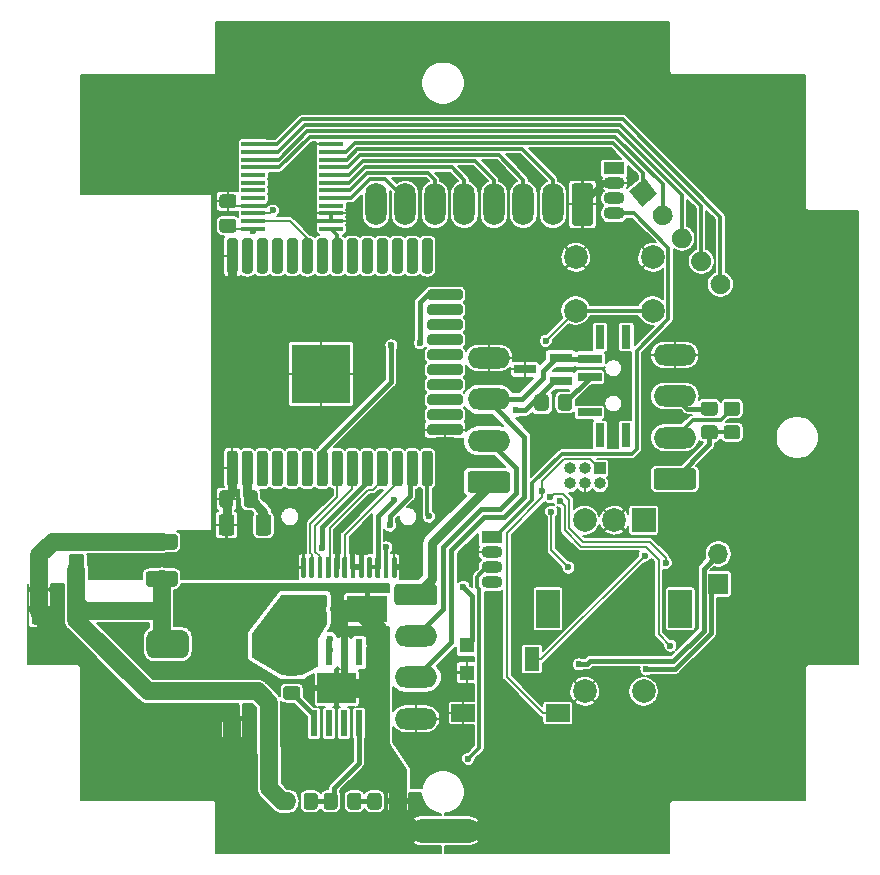
<source format=gbr>
G04 #@! TF.GenerationSoftware,KiCad,Pcbnew,(5.1.8)-1*
G04 #@! TF.CreationDate,2021-07-21T13:44:45+02:00*
G04 #@! TF.ProjectId,sensactUp2,73656e73-6163-4745-9570-322e6b696361,rev?*
G04 #@! TF.SameCoordinates,Original*
G04 #@! TF.FileFunction,Copper,L1,Top*
G04 #@! TF.FilePolarity,Positive*
%FSLAX46Y46*%
G04 Gerber Fmt 4.6, Leading zero omitted, Abs format (unit mm)*
G04 Created by KiCad (PCBNEW (5.1.8)-1) date 2021-07-21 13:44:45*
%MOMM*%
%LPD*%
G01*
G04 APERTURE LIST*
G04 #@! TA.AperFunction,EtchedComponent*
%ADD10C,0.100000*%
G04 #@! TD*
G04 #@! TA.AperFunction,SMDPad,CuDef*
%ADD11R,2.000000X0.400000*%
G04 #@! TD*
G04 #@! TA.AperFunction,ComponentPad*
%ADD12C,0.100000*%
G04 #@! TD*
G04 #@! TA.AperFunction,ComponentPad*
%ADD13O,1.800000X1.070000*%
G04 #@! TD*
G04 #@! TA.AperFunction,ComponentPad*
%ADD14R,1.800000X1.070000*%
G04 #@! TD*
G04 #@! TA.AperFunction,ComponentPad*
%ADD15O,1.800000X3.600000*%
G04 #@! TD*
G04 #@! TA.AperFunction,SMDPad,CuDef*
%ADD16R,0.800000X2.000000*%
G04 #@! TD*
G04 #@! TA.AperFunction,SMDPad,CuDef*
%ADD17R,2.000000X0.700000*%
G04 #@! TD*
G04 #@! TA.AperFunction,SMDPad,CuDef*
%ADD18R,1.900000X0.800000*%
G04 #@! TD*
G04 #@! TA.AperFunction,ComponentPad*
%ADD19C,2.000000*%
G04 #@! TD*
G04 #@! TA.AperFunction,SMDPad,CuDef*
%ADD20C,2.000000*%
G04 #@! TD*
G04 #@! TA.AperFunction,ComponentPad*
%ADD21R,5.000000X5.000000*%
G04 #@! TD*
G04 #@! TA.AperFunction,SMDPad,CuDef*
%ADD22R,0.600000X2.200000*%
G04 #@! TD*
G04 #@! TA.AperFunction,ComponentPad*
%ADD23R,2.000000X2.000000*%
G04 #@! TD*
G04 #@! TA.AperFunction,ComponentPad*
%ADD24R,2.000000X3.200000*%
G04 #@! TD*
G04 #@! TA.AperFunction,SMDPad,CuDef*
%ADD25R,2.000000X1.500000*%
G04 #@! TD*
G04 #@! TA.AperFunction,SMDPad,CuDef*
%ADD26R,1.300000X1.300000*%
G04 #@! TD*
G04 #@! TA.AperFunction,SMDPad,CuDef*
%ADD27R,1.300000X2.000000*%
G04 #@! TD*
G04 #@! TA.AperFunction,ComponentPad*
%ADD28O,1.700000X1.700000*%
G04 #@! TD*
G04 #@! TA.AperFunction,ComponentPad*
%ADD29R,1.700000X1.700000*%
G04 #@! TD*
G04 #@! TA.AperFunction,ComponentPad*
%ADD30O,3.600000X1.800000*%
G04 #@! TD*
G04 #@! TA.AperFunction,ComponentPad*
%ADD31O,1.000000X1.000000*%
G04 #@! TD*
G04 #@! TA.AperFunction,ComponentPad*
%ADD32R,1.000000X1.000000*%
G04 #@! TD*
G04 #@! TA.AperFunction,SMDPad,CuDef*
%ADD33R,3.500000X2.300000*%
G04 #@! TD*
G04 #@! TA.AperFunction,ViaPad*
%ADD34C,0.600000*%
G04 #@! TD*
G04 #@! TA.AperFunction,ViaPad*
%ADD35C,1.600000*%
G04 #@! TD*
G04 #@! TA.AperFunction,Conductor*
%ADD36C,0.800000*%
G04 #@! TD*
G04 #@! TA.AperFunction,Conductor*
%ADD37C,0.200000*%
G04 #@! TD*
G04 #@! TA.AperFunction,Conductor*
%ADD38C,0.300000*%
G04 #@! TD*
G04 #@! TA.AperFunction,Conductor*
%ADD39C,0.400000*%
G04 #@! TD*
G04 #@! TA.AperFunction,Conductor*
%ADD40C,1.500000*%
G04 #@! TD*
G04 #@! TA.AperFunction,Conductor*
%ADD41C,0.600000*%
G04 #@! TD*
G04 #@! TA.AperFunction,Conductor*
%ADD42C,0.100000*%
G04 #@! TD*
G04 #@! TA.AperFunction,Conductor*
%ADD43C,0.203200*%
G04 #@! TD*
G04 APERTURE END LIST*
D10*
G36*
X98200000Y-132300000D02*
G01*
X102200000Y-132300000D01*
X102200000Y-134300000D01*
X98200000Y-134300000D01*
X98200000Y-132300000D01*
G37*
D11*
X83949000Y-82315000D03*
X83949000Y-81665000D03*
X83949000Y-81015000D03*
X83949000Y-80365000D03*
X83949000Y-79715000D03*
X83949000Y-79065000D03*
X83949000Y-78415000D03*
X83949000Y-77765000D03*
X83949000Y-77115000D03*
X83949000Y-76465000D03*
X83949000Y-75815000D03*
X90549000Y-75165000D03*
X90549000Y-75815000D03*
X90549000Y-76465000D03*
X90549000Y-77115000D03*
X90549000Y-77765000D03*
X90549000Y-78415000D03*
X90549000Y-79065000D03*
X90549000Y-79715000D03*
X90549000Y-80365000D03*
X90549000Y-81015000D03*
X90549000Y-81665000D03*
X83949000Y-75165000D03*
X90549000Y-82315000D03*
G04 #@! TA.AperFunction,ComponentPad*
G36*
G01*
X124148860Y-86484643D02*
X124148860Y-86484643D01*
G75*
G02*
X124044091Y-87682150I-651138J-546369D01*
G01*
X124044091Y-87682150D01*
G75*
G02*
X122846584Y-87577381I-546369J651138D01*
G01*
X122846584Y-87577381D01*
G75*
G02*
X122951353Y-86379874I651138J546369D01*
G01*
X122951353Y-86379874D01*
G75*
G02*
X124148860Y-86484643I546369J-651138D01*
G01*
G37*
G04 #@! TD.AperFunction*
G04 #@! TA.AperFunction,ComponentPad*
G36*
G01*
X122516180Y-84538890D02*
X122516180Y-84538890D01*
G75*
G02*
X122411411Y-85736397I-651138J-546369D01*
G01*
X122411411Y-85736397D01*
G75*
G02*
X121213904Y-85631628I-546369J651138D01*
G01*
X121213904Y-85631628D01*
G75*
G02*
X121318673Y-84434121I651138J546369D01*
G01*
X121318673Y-84434121D01*
G75*
G02*
X122516180Y-84538890I546369J-651138D01*
G01*
G37*
G04 #@! TD.AperFunction*
G04 #@! TA.AperFunction,ComponentPad*
G36*
G01*
X120883499Y-82593137D02*
X120883499Y-82593137D01*
G75*
G02*
X120778730Y-83790644I-651138J-546369D01*
G01*
X120778730Y-83790644D01*
G75*
G02*
X119581223Y-83685875I-546369J651138D01*
G01*
X119581223Y-83685875D01*
G75*
G02*
X119685992Y-82488368I651138J546369D01*
G01*
X119685992Y-82488368D01*
G75*
G02*
X120883499Y-82593137I546369J-651138D01*
G01*
G37*
G04 #@! TD.AperFunction*
G04 #@! TA.AperFunction,ComponentPad*
G36*
G01*
X119250819Y-80647384D02*
X119250819Y-80647384D01*
G75*
G02*
X119146050Y-81844891I-651138J-546369D01*
G01*
X119146050Y-81844891D01*
G75*
G02*
X117948543Y-81740122I-546369J651138D01*
G01*
X117948543Y-81740122D01*
G75*
G02*
X118053312Y-80542615I651138J546369D01*
G01*
X118053312Y-80542615D01*
G75*
G02*
X119250819Y-80647384I546369J-651138D01*
G01*
G37*
G04 #@! TD.AperFunction*
G04 #@! TA.AperFunction,ComponentPad*
D12*
G36*
X117071768Y-78050493D02*
G01*
X118164507Y-79352768D01*
X116862232Y-80445507D01*
X115769493Y-79143232D01*
X117071768Y-78050493D01*
G37*
G04 #@! TD.AperFunction*
D13*
X114500000Y-81026000D03*
X114500000Y-79756000D03*
X114500000Y-78486000D03*
D14*
X114500000Y-77216000D03*
D15*
X94314000Y-80264000D03*
X96814000Y-80264000D03*
X99314000Y-80264000D03*
X101814000Y-80264000D03*
X104314000Y-80264000D03*
X106814000Y-80264000D03*
X109314000Y-80264000D03*
G04 #@! TA.AperFunction,ComponentPad*
G36*
G01*
X112714000Y-78714000D02*
X112714000Y-81814000D01*
G75*
G02*
X112464000Y-82064000I-250000J0D01*
G01*
X111164000Y-82064000D01*
G75*
G02*
X110914000Y-81814000I0J250000D01*
G01*
X110914000Y-78714000D01*
G75*
G02*
X111164000Y-78464000I250000J0D01*
G01*
X112464000Y-78464000D01*
G75*
G02*
X112714000Y-78714000I0J-250000D01*
G01*
G37*
G04 #@! TD.AperFunction*
G04 #@! TA.AperFunction,SMDPad,CuDef*
G36*
G01*
X82263000Y-80576000D02*
X81313000Y-80576000D01*
G75*
G02*
X81063000Y-80326000I0J250000D01*
G01*
X81063000Y-79651000D01*
G75*
G02*
X81313000Y-79401000I250000J0D01*
G01*
X82263000Y-79401000D01*
G75*
G02*
X82513000Y-79651000I0J-250000D01*
G01*
X82513000Y-80326000D01*
G75*
G02*
X82263000Y-80576000I-250000J0D01*
G01*
G37*
G04 #@! TD.AperFunction*
G04 #@! TA.AperFunction,SMDPad,CuDef*
G36*
G01*
X82263000Y-82651000D02*
X81313000Y-82651000D01*
G75*
G02*
X81063000Y-82401000I0J250000D01*
G01*
X81063000Y-81726000D01*
G75*
G02*
X81313000Y-81476000I250000J0D01*
G01*
X82263000Y-81476000D01*
G75*
G02*
X82513000Y-81726000I0J-250000D01*
G01*
X82513000Y-82401000D01*
G75*
G02*
X82263000Y-82651000I-250000J0D01*
G01*
G37*
G04 #@! TD.AperFunction*
D16*
X113317000Y-99781000D03*
X113317000Y-91481000D03*
X115527000Y-91481000D03*
X115527000Y-99781000D03*
D17*
X112417000Y-93381000D03*
X112417000Y-94881000D03*
X112417000Y-97881000D03*
G04 #@! TA.AperFunction,SMDPad,CuDef*
G36*
G01*
X109747000Y-97478001D02*
X109747000Y-96577999D01*
G75*
G02*
X109996999Y-96328000I249999J0D01*
G01*
X110697001Y-96328000D01*
G75*
G02*
X110947000Y-96577999I0J-249999D01*
G01*
X110947000Y-97478001D01*
G75*
G02*
X110697001Y-97728000I-249999J0D01*
G01*
X109996999Y-97728000D01*
G75*
G02*
X109747000Y-97478001I0J249999D01*
G01*
G37*
G04 #@! TD.AperFunction*
G04 #@! TA.AperFunction,SMDPad,CuDef*
G36*
G01*
X107747000Y-97478001D02*
X107747000Y-96577999D01*
G75*
G02*
X107996999Y-96328000I249999J0D01*
G01*
X108697001Y-96328000D01*
G75*
G02*
X108947000Y-96577999I0J-249999D01*
G01*
X108947000Y-97478001D01*
G75*
G02*
X108697001Y-97728000I-249999J0D01*
G01*
X107996999Y-97728000D01*
G75*
G02*
X107747000Y-97478001I0J249999D01*
G01*
G37*
G04 #@! TD.AperFunction*
D18*
X106958000Y-94234000D03*
X109958000Y-93284000D03*
X109958000Y-95184000D03*
D19*
X111250000Y-89250000D03*
X111250000Y-84750000D03*
X117750000Y-89250000D03*
X117750000Y-84750000D03*
G04 #@! TA.AperFunction,SMDPad,CuDef*
G36*
G01*
X96091000Y-110200000D02*
X96091000Y-111800000D01*
G75*
G02*
X95991000Y-111900000I-100000J0D01*
G01*
X95791000Y-111900000D01*
G75*
G02*
X95691000Y-111800000I0J100000D01*
G01*
X95691000Y-110200000D01*
G75*
G02*
X95791000Y-110100000I100000J0D01*
G01*
X95991000Y-110100000D01*
G75*
G02*
X96091000Y-110200000I0J-100000D01*
G01*
G37*
G04 #@! TD.AperFunction*
G04 #@! TA.AperFunction,SMDPad,CuDef*
G36*
G01*
X95391000Y-110200000D02*
X95391000Y-111800000D01*
G75*
G02*
X95291000Y-111900000I-100000J0D01*
G01*
X95091000Y-111900000D01*
G75*
G02*
X94991000Y-111800000I0J100000D01*
G01*
X94991000Y-110200000D01*
G75*
G02*
X95091000Y-110100000I100000J0D01*
G01*
X95291000Y-110100000D01*
G75*
G02*
X95391000Y-110200000I0J-100000D01*
G01*
G37*
G04 #@! TD.AperFunction*
G04 #@! TA.AperFunction,SMDPad,CuDef*
G36*
G01*
X94691000Y-110200000D02*
X94691000Y-111800000D01*
G75*
G02*
X94591000Y-111900000I-100000J0D01*
G01*
X94391000Y-111900000D01*
G75*
G02*
X94291000Y-111800000I0J100000D01*
G01*
X94291000Y-110200000D01*
G75*
G02*
X94391000Y-110100000I100000J0D01*
G01*
X94591000Y-110100000D01*
G75*
G02*
X94691000Y-110200000I0J-100000D01*
G01*
G37*
G04 #@! TD.AperFunction*
G04 #@! TA.AperFunction,SMDPad,CuDef*
G36*
G01*
X93991000Y-110200000D02*
X93991000Y-111800000D01*
G75*
G02*
X93891000Y-111900000I-100000J0D01*
G01*
X93691000Y-111900000D01*
G75*
G02*
X93591000Y-111800000I0J100000D01*
G01*
X93591000Y-110200000D01*
G75*
G02*
X93691000Y-110100000I100000J0D01*
G01*
X93891000Y-110100000D01*
G75*
G02*
X93991000Y-110200000I0J-100000D01*
G01*
G37*
G04 #@! TD.AperFunction*
G04 #@! TA.AperFunction,SMDPad,CuDef*
G36*
G01*
X93291000Y-110200000D02*
X93291000Y-111800000D01*
G75*
G02*
X93191000Y-111900000I-100000J0D01*
G01*
X92991000Y-111900000D01*
G75*
G02*
X92891000Y-111800000I0J100000D01*
G01*
X92891000Y-110200000D01*
G75*
G02*
X92991000Y-110100000I100000J0D01*
G01*
X93191000Y-110100000D01*
G75*
G02*
X93291000Y-110200000I0J-100000D01*
G01*
G37*
G04 #@! TD.AperFunction*
G04 #@! TA.AperFunction,SMDPad,CuDef*
G36*
G01*
X92591000Y-110200000D02*
X92591000Y-111800000D01*
G75*
G02*
X92491000Y-111900000I-100000J0D01*
G01*
X92291000Y-111900000D01*
G75*
G02*
X92191000Y-111800000I0J100000D01*
G01*
X92191000Y-110200000D01*
G75*
G02*
X92291000Y-110100000I100000J0D01*
G01*
X92491000Y-110100000D01*
G75*
G02*
X92591000Y-110200000I0J-100000D01*
G01*
G37*
G04 #@! TD.AperFunction*
G04 #@! TA.AperFunction,SMDPad,CuDef*
G36*
G01*
X91891000Y-110200000D02*
X91891000Y-111800000D01*
G75*
G02*
X91791000Y-111900000I-100000J0D01*
G01*
X91591000Y-111900000D01*
G75*
G02*
X91491000Y-111800000I0J100000D01*
G01*
X91491000Y-110200000D01*
G75*
G02*
X91591000Y-110100000I100000J0D01*
G01*
X91791000Y-110100000D01*
G75*
G02*
X91891000Y-110200000I0J-100000D01*
G01*
G37*
G04 #@! TD.AperFunction*
G04 #@! TA.AperFunction,SMDPad,CuDef*
G36*
G01*
X91191000Y-110200000D02*
X91191000Y-111800000D01*
G75*
G02*
X91091000Y-111900000I-100000J0D01*
G01*
X90891000Y-111900000D01*
G75*
G02*
X90791000Y-111800000I0J100000D01*
G01*
X90791000Y-110200000D01*
G75*
G02*
X90891000Y-110100000I100000J0D01*
G01*
X91091000Y-110100000D01*
G75*
G02*
X91191000Y-110200000I0J-100000D01*
G01*
G37*
G04 #@! TD.AperFunction*
G04 #@! TA.AperFunction,SMDPad,CuDef*
G36*
G01*
X90491000Y-110200000D02*
X90491000Y-111800000D01*
G75*
G02*
X90391000Y-111900000I-100000J0D01*
G01*
X90191000Y-111900000D01*
G75*
G02*
X90091000Y-111800000I0J100000D01*
G01*
X90091000Y-110200000D01*
G75*
G02*
X90191000Y-110100000I100000J0D01*
G01*
X90391000Y-110100000D01*
G75*
G02*
X90491000Y-110200000I0J-100000D01*
G01*
G37*
G04 #@! TD.AperFunction*
G04 #@! TA.AperFunction,SMDPad,CuDef*
G36*
G01*
X89791000Y-110200000D02*
X89791000Y-111800000D01*
G75*
G02*
X89691000Y-111900000I-100000J0D01*
G01*
X89491000Y-111900000D01*
G75*
G02*
X89391000Y-111800000I0J100000D01*
G01*
X89391000Y-110200000D01*
G75*
G02*
X89491000Y-110100000I100000J0D01*
G01*
X89691000Y-110100000D01*
G75*
G02*
X89791000Y-110200000I0J-100000D01*
G01*
G37*
G04 #@! TD.AperFunction*
G04 #@! TA.AperFunction,SMDPad,CuDef*
G36*
G01*
X89091000Y-110200000D02*
X89091000Y-111800000D01*
G75*
G02*
X88991000Y-111900000I-100000J0D01*
G01*
X88791000Y-111900000D01*
G75*
G02*
X88691000Y-111800000I0J100000D01*
G01*
X88691000Y-110200000D01*
G75*
G02*
X88791000Y-110100000I100000J0D01*
G01*
X88991000Y-110100000D01*
G75*
G02*
X89091000Y-110200000I0J-100000D01*
G01*
G37*
G04 #@! TD.AperFunction*
G04 #@! TA.AperFunction,SMDPad,CuDef*
G36*
G01*
X88391000Y-110200000D02*
X88391000Y-111800000D01*
G75*
G02*
X88291000Y-111900000I-100000J0D01*
G01*
X88091000Y-111900000D01*
G75*
G02*
X87991000Y-111800000I0J100000D01*
G01*
X87991000Y-110200000D01*
G75*
G02*
X88091000Y-110100000I100000J0D01*
G01*
X88291000Y-110100000D01*
G75*
G02*
X88391000Y-110200000I0J-100000D01*
G01*
G37*
G04 #@! TD.AperFunction*
D20*
X102200000Y-133300000D03*
X98200000Y-133300000D03*
G04 #@! TA.AperFunction,SMDPad,CuDef*
G36*
G01*
X81944000Y-83116000D02*
X82394000Y-83116000D01*
G75*
G02*
X82619000Y-83341000I0J-225000D01*
G01*
X82619000Y-85891000D01*
G75*
G02*
X82394000Y-86116000I-225000J0D01*
G01*
X81944000Y-86116000D01*
G75*
G02*
X81719000Y-85891000I0J225000D01*
G01*
X81719000Y-83341000D01*
G75*
G02*
X81944000Y-83116000I225000J0D01*
G01*
G37*
G04 #@! TD.AperFunction*
G04 #@! TA.AperFunction,SMDPad,CuDef*
G36*
G01*
X83214000Y-83116000D02*
X83664000Y-83116000D01*
G75*
G02*
X83889000Y-83341000I0J-225000D01*
G01*
X83889000Y-85891000D01*
G75*
G02*
X83664000Y-86116000I-225000J0D01*
G01*
X83214000Y-86116000D01*
G75*
G02*
X82989000Y-85891000I0J225000D01*
G01*
X82989000Y-83341000D01*
G75*
G02*
X83214000Y-83116000I225000J0D01*
G01*
G37*
G04 #@! TD.AperFunction*
G04 #@! TA.AperFunction,SMDPad,CuDef*
G36*
G01*
X84484000Y-83116000D02*
X84934000Y-83116000D01*
G75*
G02*
X85159000Y-83341000I0J-225000D01*
G01*
X85159000Y-85891000D01*
G75*
G02*
X84934000Y-86116000I-225000J0D01*
G01*
X84484000Y-86116000D01*
G75*
G02*
X84259000Y-85891000I0J225000D01*
G01*
X84259000Y-83341000D01*
G75*
G02*
X84484000Y-83116000I225000J0D01*
G01*
G37*
G04 #@! TD.AperFunction*
G04 #@! TA.AperFunction,SMDPad,CuDef*
G36*
G01*
X85754000Y-83116000D02*
X86204000Y-83116000D01*
G75*
G02*
X86429000Y-83341000I0J-225000D01*
G01*
X86429000Y-85891000D01*
G75*
G02*
X86204000Y-86116000I-225000J0D01*
G01*
X85754000Y-86116000D01*
G75*
G02*
X85529000Y-85891000I0J225000D01*
G01*
X85529000Y-83341000D01*
G75*
G02*
X85754000Y-83116000I225000J0D01*
G01*
G37*
G04 #@! TD.AperFunction*
G04 #@! TA.AperFunction,SMDPad,CuDef*
G36*
G01*
X87024000Y-83116000D02*
X87474000Y-83116000D01*
G75*
G02*
X87699000Y-83341000I0J-225000D01*
G01*
X87699000Y-85891000D01*
G75*
G02*
X87474000Y-86116000I-225000J0D01*
G01*
X87024000Y-86116000D01*
G75*
G02*
X86799000Y-85891000I0J225000D01*
G01*
X86799000Y-83341000D01*
G75*
G02*
X87024000Y-83116000I225000J0D01*
G01*
G37*
G04 #@! TD.AperFunction*
G04 #@! TA.AperFunction,SMDPad,CuDef*
G36*
G01*
X88294000Y-83116000D02*
X88744000Y-83116000D01*
G75*
G02*
X88969000Y-83341000I0J-225000D01*
G01*
X88969000Y-85891000D01*
G75*
G02*
X88744000Y-86116000I-225000J0D01*
G01*
X88294000Y-86116000D01*
G75*
G02*
X88069000Y-85891000I0J225000D01*
G01*
X88069000Y-83341000D01*
G75*
G02*
X88294000Y-83116000I225000J0D01*
G01*
G37*
G04 #@! TD.AperFunction*
G04 #@! TA.AperFunction,SMDPad,CuDef*
G36*
G01*
X89564000Y-83116000D02*
X90014000Y-83116000D01*
G75*
G02*
X90239000Y-83341000I0J-225000D01*
G01*
X90239000Y-85891000D01*
G75*
G02*
X90014000Y-86116000I-225000J0D01*
G01*
X89564000Y-86116000D01*
G75*
G02*
X89339000Y-85891000I0J225000D01*
G01*
X89339000Y-83341000D01*
G75*
G02*
X89564000Y-83116000I225000J0D01*
G01*
G37*
G04 #@! TD.AperFunction*
G04 #@! TA.AperFunction,SMDPad,CuDef*
G36*
G01*
X90834000Y-83116000D02*
X91284000Y-83116000D01*
G75*
G02*
X91509000Y-83341000I0J-225000D01*
G01*
X91509000Y-85891000D01*
G75*
G02*
X91284000Y-86116000I-225000J0D01*
G01*
X90834000Y-86116000D01*
G75*
G02*
X90609000Y-85891000I0J225000D01*
G01*
X90609000Y-83341000D01*
G75*
G02*
X90834000Y-83116000I225000J0D01*
G01*
G37*
G04 #@! TD.AperFunction*
G04 #@! TA.AperFunction,SMDPad,CuDef*
G36*
G01*
X92104000Y-83116000D02*
X92554000Y-83116000D01*
G75*
G02*
X92779000Y-83341000I0J-225000D01*
G01*
X92779000Y-85891000D01*
G75*
G02*
X92554000Y-86116000I-225000J0D01*
G01*
X92104000Y-86116000D01*
G75*
G02*
X91879000Y-85891000I0J225000D01*
G01*
X91879000Y-83341000D01*
G75*
G02*
X92104000Y-83116000I225000J0D01*
G01*
G37*
G04 #@! TD.AperFunction*
G04 #@! TA.AperFunction,SMDPad,CuDef*
G36*
G01*
X93374000Y-83116000D02*
X93824000Y-83116000D01*
G75*
G02*
X94049000Y-83341000I0J-225000D01*
G01*
X94049000Y-85891000D01*
G75*
G02*
X93824000Y-86116000I-225000J0D01*
G01*
X93374000Y-86116000D01*
G75*
G02*
X93149000Y-85891000I0J225000D01*
G01*
X93149000Y-83341000D01*
G75*
G02*
X93374000Y-83116000I225000J0D01*
G01*
G37*
G04 #@! TD.AperFunction*
G04 #@! TA.AperFunction,SMDPad,CuDef*
G36*
G01*
X94644000Y-83116000D02*
X95094000Y-83116000D01*
G75*
G02*
X95319000Y-83341000I0J-225000D01*
G01*
X95319000Y-85891000D01*
G75*
G02*
X95094000Y-86116000I-225000J0D01*
G01*
X94644000Y-86116000D01*
G75*
G02*
X94419000Y-85891000I0J225000D01*
G01*
X94419000Y-83341000D01*
G75*
G02*
X94644000Y-83116000I225000J0D01*
G01*
G37*
G04 #@! TD.AperFunction*
G04 #@! TA.AperFunction,SMDPad,CuDef*
G36*
G01*
X95914000Y-83116000D02*
X96364000Y-83116000D01*
G75*
G02*
X96589000Y-83341000I0J-225000D01*
G01*
X96589000Y-85891000D01*
G75*
G02*
X96364000Y-86116000I-225000J0D01*
G01*
X95914000Y-86116000D01*
G75*
G02*
X95689000Y-85891000I0J225000D01*
G01*
X95689000Y-83341000D01*
G75*
G02*
X95914000Y-83116000I225000J0D01*
G01*
G37*
G04 #@! TD.AperFunction*
G04 #@! TA.AperFunction,SMDPad,CuDef*
G36*
G01*
X97184000Y-83116000D02*
X97634000Y-83116000D01*
G75*
G02*
X97859000Y-83341000I0J-225000D01*
G01*
X97859000Y-85891000D01*
G75*
G02*
X97634000Y-86116000I-225000J0D01*
G01*
X97184000Y-86116000D01*
G75*
G02*
X96959000Y-85891000I0J225000D01*
G01*
X96959000Y-83341000D01*
G75*
G02*
X97184000Y-83116000I225000J0D01*
G01*
G37*
G04 #@! TD.AperFunction*
G04 #@! TA.AperFunction,SMDPad,CuDef*
G36*
G01*
X98454000Y-83116000D02*
X98904000Y-83116000D01*
G75*
G02*
X99129000Y-83341000I0J-225000D01*
G01*
X99129000Y-85891000D01*
G75*
G02*
X98904000Y-86116000I-225000J0D01*
G01*
X98454000Y-86116000D01*
G75*
G02*
X98229000Y-85891000I0J225000D01*
G01*
X98229000Y-83341000D01*
G75*
G02*
X98454000Y-83116000I225000J0D01*
G01*
G37*
G04 #@! TD.AperFunction*
G04 #@! TA.AperFunction,SMDPad,CuDef*
G36*
G01*
X101679000Y-87676000D02*
X101679000Y-88126000D01*
G75*
G02*
X101454000Y-88351000I-225000J0D01*
G01*
X98904000Y-88351000D01*
G75*
G02*
X98679000Y-88126000I0J225000D01*
G01*
X98679000Y-87676000D01*
G75*
G02*
X98904000Y-87451000I225000J0D01*
G01*
X101454000Y-87451000D01*
G75*
G02*
X101679000Y-87676000I0J-225000D01*
G01*
G37*
G04 #@! TD.AperFunction*
G04 #@! TA.AperFunction,SMDPad,CuDef*
G36*
G01*
X101679000Y-88946000D02*
X101679000Y-89396000D01*
G75*
G02*
X101454000Y-89621000I-225000J0D01*
G01*
X98904000Y-89621000D01*
G75*
G02*
X98679000Y-89396000I0J225000D01*
G01*
X98679000Y-88946000D01*
G75*
G02*
X98904000Y-88721000I225000J0D01*
G01*
X101454000Y-88721000D01*
G75*
G02*
X101679000Y-88946000I0J-225000D01*
G01*
G37*
G04 #@! TD.AperFunction*
G04 #@! TA.AperFunction,SMDPad,CuDef*
G36*
G01*
X101679000Y-90216000D02*
X101679000Y-90666000D01*
G75*
G02*
X101454000Y-90891000I-225000J0D01*
G01*
X98904000Y-90891000D01*
G75*
G02*
X98679000Y-90666000I0J225000D01*
G01*
X98679000Y-90216000D01*
G75*
G02*
X98904000Y-89991000I225000J0D01*
G01*
X101454000Y-89991000D01*
G75*
G02*
X101679000Y-90216000I0J-225000D01*
G01*
G37*
G04 #@! TD.AperFunction*
G04 #@! TA.AperFunction,SMDPad,CuDef*
G36*
G01*
X101679000Y-91486000D02*
X101679000Y-91936000D01*
G75*
G02*
X101454000Y-92161000I-225000J0D01*
G01*
X98904000Y-92161000D01*
G75*
G02*
X98679000Y-91936000I0J225000D01*
G01*
X98679000Y-91486000D01*
G75*
G02*
X98904000Y-91261000I225000J0D01*
G01*
X101454000Y-91261000D01*
G75*
G02*
X101679000Y-91486000I0J-225000D01*
G01*
G37*
G04 #@! TD.AperFunction*
G04 #@! TA.AperFunction,SMDPad,CuDef*
G36*
G01*
X101679000Y-92756000D02*
X101679000Y-93206000D01*
G75*
G02*
X101454000Y-93431000I-225000J0D01*
G01*
X98904000Y-93431000D01*
G75*
G02*
X98679000Y-93206000I0J225000D01*
G01*
X98679000Y-92756000D01*
G75*
G02*
X98904000Y-92531000I225000J0D01*
G01*
X101454000Y-92531000D01*
G75*
G02*
X101679000Y-92756000I0J-225000D01*
G01*
G37*
G04 #@! TD.AperFunction*
G04 #@! TA.AperFunction,SMDPad,CuDef*
G36*
G01*
X101679000Y-94026000D02*
X101679000Y-94476000D01*
G75*
G02*
X101454000Y-94701000I-225000J0D01*
G01*
X98904000Y-94701000D01*
G75*
G02*
X98679000Y-94476000I0J225000D01*
G01*
X98679000Y-94026000D01*
G75*
G02*
X98904000Y-93801000I225000J0D01*
G01*
X101454000Y-93801000D01*
G75*
G02*
X101679000Y-94026000I0J-225000D01*
G01*
G37*
G04 #@! TD.AperFunction*
G04 #@! TA.AperFunction,SMDPad,CuDef*
G36*
G01*
X101679000Y-95296000D02*
X101679000Y-95746000D01*
G75*
G02*
X101454000Y-95971000I-225000J0D01*
G01*
X98904000Y-95971000D01*
G75*
G02*
X98679000Y-95746000I0J225000D01*
G01*
X98679000Y-95296000D01*
G75*
G02*
X98904000Y-95071000I225000J0D01*
G01*
X101454000Y-95071000D01*
G75*
G02*
X101679000Y-95296000I0J-225000D01*
G01*
G37*
G04 #@! TD.AperFunction*
G04 #@! TA.AperFunction,SMDPad,CuDef*
G36*
G01*
X101679000Y-96566000D02*
X101679000Y-97016000D01*
G75*
G02*
X101454000Y-97241000I-225000J0D01*
G01*
X98904000Y-97241000D01*
G75*
G02*
X98679000Y-97016000I0J225000D01*
G01*
X98679000Y-96566000D01*
G75*
G02*
X98904000Y-96341000I225000J0D01*
G01*
X101454000Y-96341000D01*
G75*
G02*
X101679000Y-96566000I0J-225000D01*
G01*
G37*
G04 #@! TD.AperFunction*
G04 #@! TA.AperFunction,SMDPad,CuDef*
G36*
G01*
X101679000Y-97836000D02*
X101679000Y-98286000D01*
G75*
G02*
X101454000Y-98511000I-225000J0D01*
G01*
X98904000Y-98511000D01*
G75*
G02*
X98679000Y-98286000I0J225000D01*
G01*
X98679000Y-97836000D01*
G75*
G02*
X98904000Y-97611000I225000J0D01*
G01*
X101454000Y-97611000D01*
G75*
G02*
X101679000Y-97836000I0J-225000D01*
G01*
G37*
G04 #@! TD.AperFunction*
G04 #@! TA.AperFunction,SMDPad,CuDef*
G36*
G01*
X101679000Y-99106000D02*
X101679000Y-99556000D01*
G75*
G02*
X101454000Y-99781000I-225000J0D01*
G01*
X98904000Y-99781000D01*
G75*
G02*
X98679000Y-99556000I0J225000D01*
G01*
X98679000Y-99106000D01*
G75*
G02*
X98904000Y-98881000I225000J0D01*
G01*
X101454000Y-98881000D01*
G75*
G02*
X101679000Y-99106000I0J-225000D01*
G01*
G37*
G04 #@! TD.AperFunction*
G04 #@! TA.AperFunction,SMDPad,CuDef*
G36*
G01*
X98904000Y-104116000D02*
X98454000Y-104116000D01*
G75*
G02*
X98229000Y-103891000I0J225000D01*
G01*
X98229000Y-101341000D01*
G75*
G02*
X98454000Y-101116000I225000J0D01*
G01*
X98904000Y-101116000D01*
G75*
G02*
X99129000Y-101341000I0J-225000D01*
G01*
X99129000Y-103891000D01*
G75*
G02*
X98904000Y-104116000I-225000J0D01*
G01*
G37*
G04 #@! TD.AperFunction*
G04 #@! TA.AperFunction,SMDPad,CuDef*
G36*
G01*
X97634000Y-104116000D02*
X97184000Y-104116000D01*
G75*
G02*
X96959000Y-103891000I0J225000D01*
G01*
X96959000Y-101341000D01*
G75*
G02*
X97184000Y-101116000I225000J0D01*
G01*
X97634000Y-101116000D01*
G75*
G02*
X97859000Y-101341000I0J-225000D01*
G01*
X97859000Y-103891000D01*
G75*
G02*
X97634000Y-104116000I-225000J0D01*
G01*
G37*
G04 #@! TD.AperFunction*
G04 #@! TA.AperFunction,SMDPad,CuDef*
G36*
G01*
X96364000Y-104116000D02*
X95914000Y-104116000D01*
G75*
G02*
X95689000Y-103891000I0J225000D01*
G01*
X95689000Y-101341000D01*
G75*
G02*
X95914000Y-101116000I225000J0D01*
G01*
X96364000Y-101116000D01*
G75*
G02*
X96589000Y-101341000I0J-225000D01*
G01*
X96589000Y-103891000D01*
G75*
G02*
X96364000Y-104116000I-225000J0D01*
G01*
G37*
G04 #@! TD.AperFunction*
G04 #@! TA.AperFunction,SMDPad,CuDef*
G36*
G01*
X95094000Y-104116000D02*
X94644000Y-104116000D01*
G75*
G02*
X94419000Y-103891000I0J225000D01*
G01*
X94419000Y-101341000D01*
G75*
G02*
X94644000Y-101116000I225000J0D01*
G01*
X95094000Y-101116000D01*
G75*
G02*
X95319000Y-101341000I0J-225000D01*
G01*
X95319000Y-103891000D01*
G75*
G02*
X95094000Y-104116000I-225000J0D01*
G01*
G37*
G04 #@! TD.AperFunction*
G04 #@! TA.AperFunction,SMDPad,CuDef*
G36*
G01*
X93824000Y-104116000D02*
X93374000Y-104116000D01*
G75*
G02*
X93149000Y-103891000I0J225000D01*
G01*
X93149000Y-101341000D01*
G75*
G02*
X93374000Y-101116000I225000J0D01*
G01*
X93824000Y-101116000D01*
G75*
G02*
X94049000Y-101341000I0J-225000D01*
G01*
X94049000Y-103891000D01*
G75*
G02*
X93824000Y-104116000I-225000J0D01*
G01*
G37*
G04 #@! TD.AperFunction*
G04 #@! TA.AperFunction,SMDPad,CuDef*
G36*
G01*
X92554000Y-104116000D02*
X92104000Y-104116000D01*
G75*
G02*
X91879000Y-103891000I0J225000D01*
G01*
X91879000Y-101341000D01*
G75*
G02*
X92104000Y-101116000I225000J0D01*
G01*
X92554000Y-101116000D01*
G75*
G02*
X92779000Y-101341000I0J-225000D01*
G01*
X92779000Y-103891000D01*
G75*
G02*
X92554000Y-104116000I-225000J0D01*
G01*
G37*
G04 #@! TD.AperFunction*
G04 #@! TA.AperFunction,SMDPad,CuDef*
G36*
G01*
X91284000Y-104116000D02*
X90834000Y-104116000D01*
G75*
G02*
X90609000Y-103891000I0J225000D01*
G01*
X90609000Y-101341000D01*
G75*
G02*
X90834000Y-101116000I225000J0D01*
G01*
X91284000Y-101116000D01*
G75*
G02*
X91509000Y-101341000I0J-225000D01*
G01*
X91509000Y-103891000D01*
G75*
G02*
X91284000Y-104116000I-225000J0D01*
G01*
G37*
G04 #@! TD.AperFunction*
G04 #@! TA.AperFunction,SMDPad,CuDef*
G36*
G01*
X90014000Y-104116000D02*
X89564000Y-104116000D01*
G75*
G02*
X89339000Y-103891000I0J225000D01*
G01*
X89339000Y-101341000D01*
G75*
G02*
X89564000Y-101116000I225000J0D01*
G01*
X90014000Y-101116000D01*
G75*
G02*
X90239000Y-101341000I0J-225000D01*
G01*
X90239000Y-103891000D01*
G75*
G02*
X90014000Y-104116000I-225000J0D01*
G01*
G37*
G04 #@! TD.AperFunction*
G04 #@! TA.AperFunction,SMDPad,CuDef*
G36*
G01*
X88744000Y-104116000D02*
X88294000Y-104116000D01*
G75*
G02*
X88069000Y-103891000I0J225000D01*
G01*
X88069000Y-101341000D01*
G75*
G02*
X88294000Y-101116000I225000J0D01*
G01*
X88744000Y-101116000D01*
G75*
G02*
X88969000Y-101341000I0J-225000D01*
G01*
X88969000Y-103891000D01*
G75*
G02*
X88744000Y-104116000I-225000J0D01*
G01*
G37*
G04 #@! TD.AperFunction*
G04 #@! TA.AperFunction,SMDPad,CuDef*
G36*
G01*
X87474000Y-104116000D02*
X87024000Y-104116000D01*
G75*
G02*
X86799000Y-103891000I0J225000D01*
G01*
X86799000Y-101341000D01*
G75*
G02*
X87024000Y-101116000I225000J0D01*
G01*
X87474000Y-101116000D01*
G75*
G02*
X87699000Y-101341000I0J-225000D01*
G01*
X87699000Y-103891000D01*
G75*
G02*
X87474000Y-104116000I-225000J0D01*
G01*
G37*
G04 #@! TD.AperFunction*
G04 #@! TA.AperFunction,SMDPad,CuDef*
G36*
G01*
X86204000Y-104116000D02*
X85754000Y-104116000D01*
G75*
G02*
X85529000Y-103891000I0J225000D01*
G01*
X85529000Y-101341000D01*
G75*
G02*
X85754000Y-101116000I225000J0D01*
G01*
X86204000Y-101116000D01*
G75*
G02*
X86429000Y-101341000I0J-225000D01*
G01*
X86429000Y-103891000D01*
G75*
G02*
X86204000Y-104116000I-225000J0D01*
G01*
G37*
G04 #@! TD.AperFunction*
G04 #@! TA.AperFunction,SMDPad,CuDef*
G36*
G01*
X84934000Y-104116000D02*
X84484000Y-104116000D01*
G75*
G02*
X84259000Y-103891000I0J225000D01*
G01*
X84259000Y-101341000D01*
G75*
G02*
X84484000Y-101116000I225000J0D01*
G01*
X84934000Y-101116000D01*
G75*
G02*
X85159000Y-101341000I0J-225000D01*
G01*
X85159000Y-103891000D01*
G75*
G02*
X84934000Y-104116000I-225000J0D01*
G01*
G37*
G04 #@! TD.AperFunction*
G04 #@! TA.AperFunction,SMDPad,CuDef*
G36*
G01*
X83664000Y-104116000D02*
X83214000Y-104116000D01*
G75*
G02*
X82989000Y-103891000I0J225000D01*
G01*
X82989000Y-101341000D01*
G75*
G02*
X83214000Y-101116000I225000J0D01*
G01*
X83664000Y-101116000D01*
G75*
G02*
X83889000Y-101341000I0J-225000D01*
G01*
X83889000Y-103891000D01*
G75*
G02*
X83664000Y-104116000I-225000J0D01*
G01*
G37*
G04 #@! TD.AperFunction*
G04 #@! TA.AperFunction,SMDPad,CuDef*
G36*
G01*
X82394000Y-104116000D02*
X81944000Y-104116000D01*
G75*
G02*
X81719000Y-103891000I0J225000D01*
G01*
X81719000Y-101341000D01*
G75*
G02*
X81944000Y-101116000I225000J0D01*
G01*
X82394000Y-101116000D01*
G75*
G02*
X82619000Y-101341000I0J-225000D01*
G01*
X82619000Y-103891000D01*
G75*
G02*
X82394000Y-104116000I-225000J0D01*
G01*
G37*
G04 #@! TD.AperFunction*
D21*
X89669000Y-94616000D03*
G04 #@! TA.AperFunction,ComponentPad*
D12*
G36*
X92650000Y-122500000D02*
G01*
X89350000Y-122500000D01*
X89350000Y-119900000D01*
X92650000Y-119900000D01*
X92650000Y-122500000D01*
G37*
G04 #@! TD.AperFunction*
D22*
X89095000Y-118200000D03*
X90365000Y-118200000D03*
X91635000Y-118200000D03*
X92905000Y-118200000D03*
X92905000Y-124200000D03*
X91635000Y-124200000D03*
X90365000Y-124200000D03*
X89095000Y-124200000D03*
D23*
X117000000Y-107000000D03*
D19*
X114500000Y-107000000D03*
X112000000Y-107000000D03*
D24*
X120100000Y-114500000D03*
X108900000Y-114500000D03*
D19*
X117000000Y-121500000D03*
X112000000Y-121500000D03*
D25*
X109727000Y-123317000D03*
X101727000Y-123317000D03*
D26*
X102025000Y-119895000D03*
D27*
X107525000Y-118745000D03*
D26*
X102025000Y-117595000D03*
G04 #@! TA.AperFunction,SMDPad,CuDef*
G36*
G01*
X95600000Y-131250001D02*
X95600000Y-130349999D01*
G75*
G02*
X95849999Y-130100000I249999J0D01*
G01*
X96550001Y-130100000D01*
G75*
G02*
X96800000Y-130349999I0J-249999D01*
G01*
X96800000Y-131250001D01*
G75*
G02*
X96550001Y-131500000I-249999J0D01*
G01*
X95849999Y-131500000D01*
G75*
G02*
X95600000Y-131250001I0J249999D01*
G01*
G37*
G04 #@! TD.AperFunction*
G04 #@! TA.AperFunction,SMDPad,CuDef*
G36*
G01*
X93600000Y-131250001D02*
X93600000Y-130349999D01*
G75*
G02*
X93849999Y-130100000I249999J0D01*
G01*
X94550001Y-130100000D01*
G75*
G02*
X94800000Y-130349999I0J-249999D01*
G01*
X94800000Y-131250001D01*
G75*
G02*
X94550001Y-131500000I-249999J0D01*
G01*
X93849999Y-131500000D01*
G75*
G02*
X93600000Y-131250001I0J249999D01*
G01*
G37*
G04 #@! TD.AperFunction*
G04 #@! TA.AperFunction,SMDPad,CuDef*
G36*
G01*
X91900000Y-131250001D02*
X91900000Y-130349999D01*
G75*
G02*
X92149999Y-130100000I249999J0D01*
G01*
X92850001Y-130100000D01*
G75*
G02*
X93100000Y-130349999I0J-249999D01*
G01*
X93100000Y-131250001D01*
G75*
G02*
X92850001Y-131500000I-249999J0D01*
G01*
X92149999Y-131500000D01*
G75*
G02*
X91900000Y-131250001I0J249999D01*
G01*
G37*
G04 #@! TD.AperFunction*
G04 #@! TA.AperFunction,SMDPad,CuDef*
G36*
G01*
X89900000Y-131250001D02*
X89900000Y-130349999D01*
G75*
G02*
X90149999Y-130100000I249999J0D01*
G01*
X90850001Y-130100000D01*
G75*
G02*
X91100000Y-130349999I0J-249999D01*
G01*
X91100000Y-131250001D01*
G75*
G02*
X90850001Y-131500000I-249999J0D01*
G01*
X90149999Y-131500000D01*
G75*
G02*
X89900000Y-131250001I0J249999D01*
G01*
G37*
G04 #@! TD.AperFunction*
G04 #@! TA.AperFunction,SMDPad,CuDef*
G36*
G01*
X88200000Y-131250001D02*
X88200000Y-130349999D01*
G75*
G02*
X88449999Y-130100000I249999J0D01*
G01*
X89150001Y-130100000D01*
G75*
G02*
X89400000Y-130349999I0J-249999D01*
G01*
X89400000Y-131250001D01*
G75*
G02*
X89150001Y-131500000I-249999J0D01*
G01*
X88449999Y-131500000D01*
G75*
G02*
X88200000Y-131250001I0J249999D01*
G01*
G37*
G04 #@! TD.AperFunction*
G04 #@! TA.AperFunction,SMDPad,CuDef*
G36*
G01*
X86200000Y-131250001D02*
X86200000Y-130349999D01*
G75*
G02*
X86449999Y-130100000I249999J0D01*
G01*
X87150001Y-130100000D01*
G75*
G02*
X87400000Y-130349999I0J-249999D01*
G01*
X87400000Y-131250001D01*
G75*
G02*
X87150001Y-131500000I-249999J0D01*
G01*
X86449999Y-131500000D01*
G75*
G02*
X86200000Y-131250001I0J249999D01*
G01*
G37*
G04 #@! TD.AperFunction*
G04 #@! TA.AperFunction,SMDPad,CuDef*
G36*
G01*
X86900000Y-118700000D02*
X84500000Y-118700000D01*
G75*
G02*
X83900000Y-118100000I0J600000D01*
G01*
X83900000Y-116900000D01*
G75*
G02*
X84500000Y-116300000I600000J0D01*
G01*
X86900000Y-116300000D01*
G75*
G02*
X87500000Y-116900000I0J-600000D01*
G01*
X87500000Y-118100000D01*
G75*
G02*
X86900000Y-118700000I-600000J0D01*
G01*
G37*
G04 #@! TD.AperFunction*
G04 #@! TA.AperFunction,SMDPad,CuDef*
G36*
G01*
X77900000Y-118700000D02*
X75500000Y-118700000D01*
G75*
G02*
X74900000Y-118100000I0J600000D01*
G01*
X74900000Y-116900000D01*
G75*
G02*
X75500000Y-116300000I600000J0D01*
G01*
X77900000Y-116300000D01*
G75*
G02*
X78500000Y-116900000I0J-600000D01*
G01*
X78500000Y-118100000D01*
G75*
G02*
X77900000Y-118700000I-600000J0D01*
G01*
G37*
G04 #@! TD.AperFunction*
D28*
X123317000Y-109855000D03*
D29*
X123317000Y-112395000D03*
D30*
X97700000Y-123800000D03*
X97700000Y-120300000D03*
X97700000Y-116800000D03*
G04 #@! TA.AperFunction,ComponentPad*
G36*
G01*
X96150000Y-112400000D02*
X99250000Y-112400000D01*
G75*
G02*
X99500000Y-112650000I0J-250000D01*
G01*
X99500000Y-113950000D01*
G75*
G02*
X99250000Y-114200000I-250000J0D01*
G01*
X96150000Y-114200000D01*
G75*
G02*
X95900000Y-113950000I0J250000D01*
G01*
X95900000Y-112650000D01*
G75*
G02*
X96150000Y-112400000I250000J0D01*
G01*
G37*
G04 #@! TD.AperFunction*
X119634000Y-93005000D03*
X119634000Y-96505000D03*
X119634000Y-100005000D03*
G04 #@! TA.AperFunction,ComponentPad*
G36*
G01*
X121184000Y-104405000D02*
X118084000Y-104405000D01*
G75*
G02*
X117834000Y-104155000I0J250000D01*
G01*
X117834000Y-102855000D01*
G75*
G02*
X118084000Y-102605000I250000J0D01*
G01*
X121184000Y-102605000D01*
G75*
G02*
X121434000Y-102855000I0J-250000D01*
G01*
X121434000Y-104155000D01*
G75*
G02*
X121184000Y-104405000I-250000J0D01*
G01*
G37*
G04 #@! TD.AperFunction*
D31*
X110744000Y-103886000D03*
X110744000Y-102616000D03*
X112014000Y-103886000D03*
X112014000Y-102616000D03*
X113284000Y-103886000D03*
D32*
X113284000Y-102616000D03*
D33*
X93600000Y-114554000D03*
X88200000Y-114554000D03*
D13*
X104140000Y-112268000D03*
X104140000Y-110998000D03*
X104140000Y-109728000D03*
D14*
X104140000Y-108458000D03*
G04 #@! TA.AperFunction,SMDPad,CuDef*
G36*
G01*
X77300001Y-109500000D02*
X75099999Y-109500000D01*
G75*
G02*
X74850000Y-109250001I0J249999D01*
G01*
X74850000Y-108424999D01*
G75*
G02*
X75099999Y-108175000I249999J0D01*
G01*
X77300001Y-108175000D01*
G75*
G02*
X77550000Y-108424999I0J-249999D01*
G01*
X77550000Y-109250001D01*
G75*
G02*
X77300001Y-109500000I-249999J0D01*
G01*
G37*
G04 #@! TD.AperFunction*
G04 #@! TA.AperFunction,SMDPad,CuDef*
G36*
G01*
X77300001Y-112625000D02*
X75099999Y-112625000D01*
G75*
G02*
X74850000Y-112375001I0J249999D01*
G01*
X74850000Y-111549999D01*
G75*
G02*
X75099999Y-111300000I249999J0D01*
G01*
X77300001Y-111300000D01*
G75*
G02*
X77550000Y-111549999I0J-249999D01*
G01*
X77550000Y-112375001D01*
G75*
G02*
X77300001Y-112625000I-249999J0D01*
G01*
G37*
G04 #@! TD.AperFunction*
G04 #@! TA.AperFunction,SMDPad,CuDef*
G36*
G01*
X66500000Y-113399999D02*
X66500000Y-115600001D01*
G75*
G02*
X66250001Y-115850000I-249999J0D01*
G01*
X65424999Y-115850000D01*
G75*
G02*
X65175000Y-115600001I0J249999D01*
G01*
X65175000Y-113399999D01*
G75*
G02*
X65424999Y-113150000I249999J0D01*
G01*
X66250001Y-113150000D01*
G75*
G02*
X66500000Y-113399999I0J-249999D01*
G01*
G37*
G04 #@! TD.AperFunction*
G04 #@! TA.AperFunction,SMDPad,CuDef*
G36*
G01*
X69625000Y-113399999D02*
X69625000Y-115600001D01*
G75*
G02*
X69375001Y-115850000I-249999J0D01*
G01*
X68549999Y-115850000D01*
G75*
G02*
X68300000Y-115600001I0J249999D01*
G01*
X68300000Y-113399999D01*
G75*
G02*
X68549999Y-113150000I249999J0D01*
G01*
X69375001Y-113150000D01*
G75*
G02*
X69625000Y-113399999I0J-249999D01*
G01*
G37*
G04 #@! TD.AperFunction*
G04 #@! TA.AperFunction,SMDPad,CuDef*
G36*
G01*
X66500000Y-110099999D02*
X66500000Y-112300001D01*
G75*
G02*
X66250001Y-112550000I-249999J0D01*
G01*
X65424999Y-112550000D01*
G75*
G02*
X65175000Y-112300001I0J249999D01*
G01*
X65175000Y-110099999D01*
G75*
G02*
X65424999Y-109850000I249999J0D01*
G01*
X66250001Y-109850000D01*
G75*
G02*
X66500000Y-110099999I0J-249999D01*
G01*
G37*
G04 #@! TD.AperFunction*
G04 #@! TA.AperFunction,SMDPad,CuDef*
G36*
G01*
X69625000Y-110099999D02*
X69625000Y-112300001D01*
G75*
G02*
X69375001Y-112550000I-249999J0D01*
G01*
X68549999Y-112550000D01*
G75*
G02*
X68300000Y-112300001I0J249999D01*
G01*
X68300000Y-110099999D01*
G75*
G02*
X68549999Y-109850000I249999J0D01*
G01*
X69375001Y-109850000D01*
G75*
G02*
X69625000Y-110099999I0J-249999D01*
G01*
G37*
G04 #@! TD.AperFunction*
G04 #@! TA.AperFunction,SMDPad,CuDef*
G36*
G01*
X82800000Y-122699999D02*
X82800000Y-124900001D01*
G75*
G02*
X82550001Y-125150000I-249999J0D01*
G01*
X81724999Y-125150000D01*
G75*
G02*
X81475000Y-124900001I0J249999D01*
G01*
X81475000Y-122699999D01*
G75*
G02*
X81724999Y-122450000I249999J0D01*
G01*
X82550001Y-122450000D01*
G75*
G02*
X82800000Y-122699999I0J-249999D01*
G01*
G37*
G04 #@! TD.AperFunction*
G04 #@! TA.AperFunction,SMDPad,CuDef*
G36*
G01*
X85925000Y-122699999D02*
X85925000Y-124900001D01*
G75*
G02*
X85675001Y-125150000I-249999J0D01*
G01*
X84849999Y-125150000D01*
G75*
G02*
X84600000Y-124900001I0J249999D01*
G01*
X84600000Y-122699999D01*
G75*
G02*
X84849999Y-122450000I249999J0D01*
G01*
X85675001Y-122450000D01*
G75*
G02*
X85925000Y-122699999I0J-249999D01*
G01*
G37*
G04 #@! TD.AperFunction*
G04 #@! TA.AperFunction,SMDPad,CuDef*
G36*
G01*
X86725000Y-121050000D02*
X87675000Y-121050000D01*
G75*
G02*
X87925000Y-121300000I0J-250000D01*
G01*
X87925000Y-121975000D01*
G75*
G02*
X87675000Y-122225000I-250000J0D01*
G01*
X86725000Y-122225000D01*
G75*
G02*
X86475000Y-121975000I0J250000D01*
G01*
X86475000Y-121300000D01*
G75*
G02*
X86725000Y-121050000I250000J0D01*
G01*
G37*
G04 #@! TD.AperFunction*
G04 #@! TA.AperFunction,SMDPad,CuDef*
G36*
G01*
X86725000Y-118975000D02*
X87675000Y-118975000D01*
G75*
G02*
X87925000Y-119225000I0J-250000D01*
G01*
X87925000Y-119900000D01*
G75*
G02*
X87675000Y-120150000I-250000J0D01*
G01*
X86725000Y-120150000D01*
G75*
G02*
X86475000Y-119900000I0J250000D01*
G01*
X86475000Y-119225000D01*
G75*
G02*
X86725000Y-118975000I250000J0D01*
G01*
G37*
G04 #@! TD.AperFunction*
G04 #@! TA.AperFunction,SMDPad,CuDef*
G36*
G01*
X82250000Y-104725000D02*
X82250000Y-105675000D01*
G75*
G02*
X82000000Y-105925000I-250000J0D01*
G01*
X81325000Y-105925000D01*
G75*
G02*
X81075000Y-105675000I0J250000D01*
G01*
X81075000Y-104725000D01*
G75*
G02*
X81325000Y-104475000I250000J0D01*
G01*
X82000000Y-104475000D01*
G75*
G02*
X82250000Y-104725000I0J-250000D01*
G01*
G37*
G04 #@! TD.AperFunction*
G04 #@! TA.AperFunction,SMDPad,CuDef*
G36*
G01*
X84325000Y-104725000D02*
X84325000Y-105675000D01*
G75*
G02*
X84075000Y-105925000I-250000J0D01*
G01*
X83400000Y-105925000D01*
G75*
G02*
X83150000Y-105675000I0J250000D01*
G01*
X83150000Y-104725000D01*
G75*
G02*
X83400000Y-104475000I250000J0D01*
G01*
X84075000Y-104475000D01*
G75*
G02*
X84325000Y-104725000I0J-250000D01*
G01*
G37*
G04 #@! TD.AperFunction*
G04 #@! TA.AperFunction,SMDPad,CuDef*
G36*
G01*
X82342000Y-106749999D02*
X82342000Y-108050001D01*
G75*
G02*
X82092001Y-108300000I-249999J0D01*
G01*
X81266999Y-108300000D01*
G75*
G02*
X81017000Y-108050001I0J249999D01*
G01*
X81017000Y-106749999D01*
G75*
G02*
X81266999Y-106500000I249999J0D01*
G01*
X82092001Y-106500000D01*
G75*
G02*
X82342000Y-106749999I0J-249999D01*
G01*
G37*
G04 #@! TD.AperFunction*
G04 #@! TA.AperFunction,SMDPad,CuDef*
G36*
G01*
X85467000Y-106749999D02*
X85467000Y-108050001D01*
G75*
G02*
X85217001Y-108300000I-249999J0D01*
G01*
X84391999Y-108300000D01*
G75*
G02*
X84142000Y-108050001I0J249999D01*
G01*
X84142000Y-106749999D01*
G75*
G02*
X84391999Y-106500000I249999J0D01*
G01*
X85217001Y-106500000D01*
G75*
G02*
X85467000Y-106749999I0J-249999D01*
G01*
G37*
G04 #@! TD.AperFunction*
G04 #@! TA.AperFunction,SMDPad,CuDef*
G36*
G01*
X123005001Y-98152000D02*
X122104999Y-98152000D01*
G75*
G02*
X121855000Y-97902001I0J249999D01*
G01*
X121855000Y-97201999D01*
G75*
G02*
X122104999Y-96952000I249999J0D01*
G01*
X123005001Y-96952000D01*
G75*
G02*
X123255000Y-97201999I0J-249999D01*
G01*
X123255000Y-97902001D01*
G75*
G02*
X123005001Y-98152000I-249999J0D01*
G01*
G37*
G04 #@! TD.AperFunction*
G04 #@! TA.AperFunction,SMDPad,CuDef*
G36*
G01*
X123005001Y-100152000D02*
X122104999Y-100152000D01*
G75*
G02*
X121855000Y-99902001I0J249999D01*
G01*
X121855000Y-99201999D01*
G75*
G02*
X122104999Y-98952000I249999J0D01*
G01*
X123005001Y-98952000D01*
G75*
G02*
X123255000Y-99201999I0J-249999D01*
G01*
X123255000Y-99902001D01*
G75*
G02*
X123005001Y-100152000I-249999J0D01*
G01*
G37*
G04 #@! TD.AperFunction*
G04 #@! TA.AperFunction,SMDPad,CuDef*
G36*
G01*
X124910001Y-98152000D02*
X124009999Y-98152000D01*
G75*
G02*
X123760000Y-97902001I0J249999D01*
G01*
X123760000Y-97201999D01*
G75*
G02*
X124009999Y-96952000I249999J0D01*
G01*
X124910001Y-96952000D01*
G75*
G02*
X125160000Y-97201999I0J-249999D01*
G01*
X125160000Y-97902001D01*
G75*
G02*
X124910001Y-98152000I-249999J0D01*
G01*
G37*
G04 #@! TD.AperFunction*
G04 #@! TA.AperFunction,SMDPad,CuDef*
G36*
G01*
X124910001Y-100152000D02*
X124009999Y-100152000D01*
G75*
G02*
X123760000Y-99902001I0J249999D01*
G01*
X123760000Y-99201999D01*
G75*
G02*
X124009999Y-98952000I249999J0D01*
G01*
X124910001Y-98952000D01*
G75*
G02*
X125160000Y-99201999I0J-249999D01*
G01*
X125160000Y-99902001D01*
G75*
G02*
X124910001Y-100152000I-249999J0D01*
G01*
G37*
G04 #@! TD.AperFunction*
G04 #@! TA.AperFunction,ComponentPad*
G36*
G01*
X105436000Y-104674000D02*
X102336000Y-104674000D01*
G75*
G02*
X102086000Y-104424000I0J250000D01*
G01*
X102086000Y-103124000D01*
G75*
G02*
X102336000Y-102874000I250000J0D01*
G01*
X105436000Y-102874000D01*
G75*
G02*
X105686000Y-103124000I0J-250000D01*
G01*
X105686000Y-104424000D01*
G75*
G02*
X105436000Y-104674000I-250000J0D01*
G01*
G37*
G04 #@! TD.AperFunction*
D30*
X103886000Y-100274000D03*
X103886000Y-96774000D03*
X103886000Y-93274000D03*
D34*
X90424000Y-117094000D03*
X90424000Y-117983000D03*
X92925500Y-117640500D03*
X118872000Y-110617000D03*
X87249000Y-102616000D03*
X109093000Y-105054727D03*
X110617000Y-110998000D03*
X85979000Y-102505000D03*
X109173442Y-106289259D03*
X98679000Y-85852000D03*
X108712000Y-91821000D03*
X95885260Y-105282750D03*
X83947000Y-82550000D03*
X83820250Y-105282750D03*
X97300000Y-83700000D03*
X96139000Y-83693000D03*
X87249000Y-83900000D03*
X86000000Y-83700000D03*
X84700000Y-102607000D03*
X108412001Y-104566999D03*
X89801983Y-109387635D03*
X101727000Y-112649000D03*
X95503992Y-107442000D03*
X88519000Y-85852000D03*
X83439000Y-85852000D03*
X85598000Y-80772000D03*
X95631000Y-92202000D03*
X98044011Y-91999012D03*
X106172000Y-97663000D03*
X91186000Y-114515500D03*
X95200000Y-109300000D03*
X91000000Y-109500000D03*
X82852000Y-87122000D03*
X92708000Y-111000000D03*
X96393000Y-110998000D03*
X92329000Y-109474000D03*
X102616000Y-87249000D03*
X108204000Y-98679000D03*
X108204000Y-99695000D03*
X108204000Y-100838000D03*
X108204000Y-101981000D03*
X117086792Y-109989208D03*
X111506000Y-119205000D03*
X117221000Y-119618000D03*
D35*
X85262509Y-126425009D03*
D34*
X102137500Y-127200000D03*
X98806000Y-106680008D03*
X119253000Y-117618000D03*
X88754109Y-102070016D03*
X109901282Y-105362340D03*
D36*
X102474000Y-103774000D02*
X103886000Y-103774000D01*
X102489000Y-103789000D02*
X102474000Y-103774000D01*
X99060000Y-111940000D02*
X97700000Y-113300000D01*
X99060000Y-108920524D02*
X99060000Y-111940000D01*
X103886000Y-104094524D02*
X99060000Y-108920524D01*
X103886000Y-103774000D02*
X103886000Y-104094524D01*
D37*
X117518264Y-108839000D02*
X111872572Y-108839000D01*
X110180192Y-104754728D02*
X109392999Y-104754728D01*
X118872000Y-110617000D02*
X118872000Y-110192736D01*
X109392999Y-104754728D02*
X109093000Y-105054727D01*
X111872572Y-108839000D02*
X110700999Y-107667427D01*
X110700999Y-105275535D02*
X110180192Y-104754728D01*
X110700999Y-107667427D02*
X110700999Y-105275535D01*
X118872000Y-110192736D02*
X117518264Y-108839000D01*
X110617000Y-110998000D02*
X109173442Y-109554442D01*
X109173442Y-109554442D02*
X109173442Y-106289259D01*
D38*
X117750000Y-89250000D02*
X111250000Y-89250000D01*
D37*
X108712000Y-91788000D02*
X108712000Y-91821000D01*
X111250000Y-89250000D02*
X108712000Y-91788000D01*
D36*
X83439000Y-104901500D02*
X83737500Y-105200000D01*
X83439000Y-102616000D02*
X83439000Y-104901500D01*
X84804500Y-106267000D02*
X83820250Y-105282750D01*
X84804500Y-107400000D02*
X84804500Y-106267000D01*
D38*
X94491000Y-111000000D02*
X93791000Y-111000000D01*
D36*
X83820250Y-105282750D02*
X83820250Y-105282750D01*
D39*
X122555000Y-100584000D02*
X122555000Y-99552000D01*
X119634000Y-103505000D02*
X122555000Y-100584000D01*
X94491000Y-106677010D02*
X95885260Y-105282750D01*
X94491000Y-111000000D02*
X94491000Y-106677010D01*
D38*
X124460000Y-99552000D02*
X122555000Y-99552000D01*
D37*
X82039500Y-82315000D02*
X81788000Y-82063500D01*
X83949000Y-82315000D02*
X82039500Y-82315000D01*
D38*
X83947000Y-82317000D02*
X83949000Y-82315000D01*
X83947000Y-82550000D02*
X83947000Y-82317000D01*
D36*
X83820250Y-105282750D02*
X83737500Y-105200000D01*
D39*
X120681000Y-97552000D02*
X119634000Y-96505000D01*
X122555000Y-97552000D02*
X120681000Y-97552000D01*
D38*
X121137990Y-98501010D02*
X119634000Y-100005000D01*
X123510990Y-98501010D02*
X121137990Y-98501010D01*
X124460000Y-97552000D02*
X123510990Y-98501010D01*
X85979000Y-83721000D02*
X86000000Y-83700000D01*
X85979000Y-84616000D02*
X85979000Y-83721000D01*
X84700000Y-102607000D02*
X84700000Y-102607000D01*
X84700000Y-102607000D02*
X84709000Y-102616000D01*
X84700000Y-102607000D02*
X84700000Y-102607000D01*
X84700000Y-102607000D02*
X84700000Y-102607000D01*
D37*
X108412001Y-105074999D02*
X108412001Y-104566999D01*
X105410000Y-120269000D02*
X105410000Y-108077000D01*
X105410000Y-108077000D02*
X108412001Y-105074999D01*
X109727000Y-123317000D02*
X108458000Y-123317000D01*
X108458000Y-123317000D02*
X105410000Y-120269000D01*
X112476002Y-101808002D02*
X113284000Y-102616000D01*
X110281994Y-101808002D02*
X112476002Y-101808002D01*
X108412001Y-103677995D02*
X110281994Y-101808002D01*
X108412001Y-104566999D02*
X108412001Y-103677995D01*
D39*
X89801983Y-107556017D02*
X89801983Y-109387635D01*
X93599000Y-103759000D02*
X89801983Y-107556017D01*
X93599000Y-102616000D02*
X93599000Y-103759000D01*
X102489000Y-113411000D02*
X101727000Y-112649000D01*
X102489000Y-117131000D02*
X102489000Y-113411000D01*
X102025000Y-117595000D02*
X102489000Y-117131000D01*
X95503992Y-106665590D02*
X95503992Y-107442000D01*
X97409000Y-102616000D02*
X97240989Y-102784011D01*
X97240989Y-104928593D02*
X95503992Y-106665590D01*
X97240989Y-102784011D02*
X97240989Y-104928593D01*
D37*
X88519000Y-83116000D02*
X88519000Y-84616000D01*
X87068000Y-81665000D02*
X88519000Y-83116000D01*
X83949000Y-81665000D02*
X87068000Y-81665000D01*
X83439000Y-84616000D02*
X83439000Y-83566000D01*
X85355000Y-81015000D02*
X83949000Y-81015000D01*
X85598000Y-80772000D02*
X85355000Y-81015000D01*
X91059000Y-105029000D02*
X91059000Y-102616000D01*
X88773000Y-107315000D02*
X91059000Y-105029000D01*
X88773000Y-109784286D02*
X88773000Y-107315000D01*
X88891000Y-109902286D02*
X88773000Y-109784286D01*
X88891000Y-111000000D02*
X88891000Y-109902286D01*
X94869000Y-103124000D02*
X94869000Y-102616000D01*
X94869000Y-103587064D02*
X94869000Y-103124000D01*
X93648696Y-104415010D02*
X94041054Y-104415010D01*
X94041054Y-104415010D02*
X94869000Y-103587064D01*
X90400999Y-107662707D02*
X93648696Y-104415010D01*
X90400999Y-110890001D02*
X90400999Y-107662707D01*
X90291000Y-111000000D02*
X90400999Y-110890001D01*
X91691000Y-111000000D02*
X91691000Y-108260808D01*
X96139000Y-103812808D02*
X96139000Y-102616000D01*
X91691000Y-108260808D02*
X96139000Y-103812808D01*
X89591000Y-110038000D02*
X89202982Y-109649982D01*
X89202982Y-107449304D02*
X92329000Y-104323286D01*
X89591000Y-111000000D02*
X89591000Y-110038000D01*
X89202982Y-109649982D02*
X89202982Y-107449304D01*
X92329000Y-104323286D02*
X92329000Y-102616000D01*
D39*
X89789000Y-101116000D02*
X95631000Y-95274000D01*
X89789000Y-102616000D02*
X89789000Y-101116000D01*
X95631000Y-95274000D02*
X95631000Y-92202000D01*
X98679000Y-87901000D02*
X98044011Y-88535989D01*
X100179000Y-87901000D02*
X98679000Y-87901000D01*
X98044011Y-88535989D02*
X98044011Y-91999012D01*
X99999010Y-114500990D02*
X97700000Y-116800000D01*
X99999010Y-109252907D02*
X99999010Y-114500990D01*
X106185009Y-102573009D02*
X106185010Y-104734252D01*
X103886000Y-100274000D02*
X106185009Y-102573009D01*
X104874262Y-106045000D02*
X103206917Y-106045000D01*
X106185010Y-104734252D02*
X104874262Y-106045000D01*
X103206917Y-106045000D02*
X99999010Y-109252907D01*
X109958000Y-95184000D02*
X109408000Y-95184000D01*
X106929000Y-97663000D02*
X106172000Y-97663000D01*
X108204000Y-97028000D02*
X107884000Y-96708000D01*
X108347000Y-97028000D02*
X108204000Y-97028000D01*
X107884000Y-96708000D02*
X106929000Y-97663000D01*
X109408000Y-95184000D02*
X107884000Y-96708000D01*
X110055000Y-93381000D02*
X109958000Y-93284000D01*
X112417000Y-93381000D02*
X110055000Y-93381000D01*
X106666202Y-96774000D02*
X103886000Y-96774000D01*
X108458000Y-94982202D02*
X106666202Y-96774000D01*
X108458000Y-94361000D02*
X108458000Y-94982202D01*
X109535000Y-93284000D02*
X108458000Y-94361000D01*
X109958000Y-93284000D02*
X109535000Y-93284000D01*
X97700000Y-120300000D02*
X100698021Y-117301979D01*
X103886000Y-96940524D02*
X103886000Y-96774000D01*
X106884020Y-105023790D02*
X106884020Y-99938544D01*
X103496456Y-106744011D02*
X105163801Y-106744011D01*
X100698021Y-117301979D02*
X100698021Y-109542446D01*
X105163801Y-106744011D02*
X106884020Y-105023790D01*
X100698021Y-109542446D02*
X103496456Y-106744011D01*
X106884020Y-99938544D02*
X103886000Y-96940524D01*
D40*
X91224500Y-114554000D02*
X91186000Y-114515500D01*
X93600000Y-114554000D02*
X91224500Y-114554000D01*
D41*
X91635000Y-120565000D02*
X91000000Y-121200000D01*
X91635000Y-118200000D02*
X91635000Y-120565000D01*
X91635000Y-114964500D02*
X91224500Y-114554000D01*
X91635000Y-118200000D02*
X91635000Y-114964500D01*
D40*
X66962500Y-108837500D02*
X76200000Y-108837500D01*
X65837500Y-109962500D02*
X66962500Y-108837500D01*
X65837500Y-111200000D02*
X65837500Y-109962500D01*
X65837500Y-111200000D02*
X65837500Y-114500000D01*
X82137500Y-129277762D02*
X86159738Y-133300000D01*
X82137500Y-123800000D02*
X82137500Y-129277762D01*
X74300000Y-123200000D02*
X81537500Y-123200000D01*
X65837500Y-114737500D02*
X74300000Y-123200000D01*
X81537500Y-123200000D02*
X82137500Y-123800000D01*
X65837500Y-114500000D02*
X65837500Y-114737500D01*
X91100000Y-121300000D02*
X91000000Y-121200000D01*
X93504342Y-121300000D02*
X91100000Y-121300000D01*
X94488000Y-120316342D02*
X93504342Y-121300000D01*
X94488000Y-116188000D02*
X94488000Y-120316342D01*
X93600000Y-115300000D02*
X94488000Y-116188000D01*
X93600000Y-114554000D02*
X93600000Y-115300000D01*
X96200000Y-128300000D02*
X96200000Y-130800000D01*
X94488000Y-126588000D02*
X96200000Y-128300000D01*
X94488000Y-122283658D02*
X94488000Y-126588000D01*
X93404342Y-121200000D02*
X94488000Y-122283658D01*
X91000000Y-121200000D02*
X93404342Y-121200000D01*
X96200000Y-130800000D02*
X96200000Y-133162000D01*
X96200000Y-133162000D02*
X96062000Y-133300000D01*
X96062000Y-133300000D02*
X98200000Y-133300000D01*
X86159738Y-133300000D02*
X96062000Y-133300000D01*
D38*
X95191000Y-109309000D02*
X95200000Y-109300000D01*
X95191000Y-111000000D02*
X95191000Y-109309000D01*
D36*
X82169000Y-104693500D02*
X81662500Y-105200000D01*
X82169000Y-102616000D02*
X82169000Y-104693500D01*
X81679500Y-105217000D02*
X81662500Y-105200000D01*
X81679500Y-107400000D02*
X81679500Y-105217000D01*
D38*
X93091000Y-111000000D02*
X92708000Y-111000000D01*
D40*
X102200000Y-133300000D02*
X108700000Y-133300000D01*
D36*
X82169000Y-86439000D02*
X82852000Y-87122000D01*
X82169000Y-84616000D02*
X82169000Y-86439000D01*
D39*
X90991000Y-109509000D02*
X91000000Y-109500000D01*
X90991000Y-111000000D02*
X90991000Y-109509000D01*
D38*
X92708000Y-111000000D02*
X92391000Y-111000000D01*
D39*
X96391000Y-111000000D02*
X96393000Y-110998000D01*
X95891000Y-111000000D02*
X96391000Y-111000000D01*
X93091000Y-111000000D02*
X93091000Y-110744000D01*
X93091000Y-110744000D02*
X93091000Y-108966000D01*
X92331000Y-111000000D02*
X92329000Y-110998000D01*
X92391000Y-111000000D02*
X92331000Y-111000000D01*
X92329000Y-110998000D02*
X92329000Y-109474000D01*
X92329000Y-109474000D02*
X92329000Y-109220000D01*
D37*
X82164500Y-80365000D02*
X81788000Y-79988500D01*
X83949000Y-80365000D02*
X82164500Y-80365000D01*
D38*
X87702996Y-81665000D02*
X90549000Y-81665000D01*
X85044478Y-80365000D02*
X85286479Y-80122999D01*
X86160995Y-80122999D02*
X87702996Y-81665000D01*
X85286479Y-80122999D02*
X86160995Y-80122999D01*
X83949000Y-80365000D02*
X85044478Y-80365000D01*
X90549000Y-81015000D02*
X90549000Y-81665000D01*
D41*
X113592000Y-78486000D02*
X111814000Y-80264000D01*
X114500000Y-78486000D02*
X113592000Y-78486000D01*
D37*
X108331000Y-118745000D02*
X117086792Y-109989208D01*
X107525000Y-118745000D02*
X108331000Y-118745000D01*
D39*
X89095000Y-123532500D02*
X87200000Y-121637500D01*
X89095000Y-124200000D02*
X89095000Y-123532500D01*
D37*
X116400999Y-100845203D02*
X116400999Y-98991001D01*
X115887211Y-101358991D02*
X116400999Y-100845203D01*
D38*
X116400999Y-100935203D02*
X116400999Y-98991001D01*
X115977211Y-101358991D02*
X116400999Y-100935203D01*
X110096009Y-101358991D02*
X115977211Y-101358991D01*
X107569000Y-103886000D02*
X110096009Y-101358991D01*
X107569000Y-105283004D02*
X107569000Y-103886000D01*
X104394004Y-108458000D02*
X107569000Y-105283004D01*
X104140000Y-108458000D02*
X104394004Y-108458000D01*
X116205000Y-81026000D02*
X114500000Y-81026000D01*
X119099001Y-83920001D02*
X116205000Y-81026000D01*
X119099001Y-89942999D02*
X119099001Y-83920001D01*
X116400999Y-92641001D02*
X119099001Y-89942999D01*
X116400999Y-98991001D02*
X116400999Y-92641001D01*
D39*
X112206000Y-119205000D02*
X111506000Y-119205000D01*
X112492001Y-118918999D02*
X112206000Y-119205000D01*
X123317000Y-109855000D02*
X122067999Y-111104001D01*
X122067999Y-116352873D02*
X119501873Y-118918999D01*
X119501873Y-118918999D02*
X112492001Y-118918999D01*
X122067999Y-111104001D02*
X122067999Y-116352873D01*
X122682000Y-113030000D02*
X123317000Y-112395000D01*
X122682000Y-116586000D02*
X122682000Y-113030000D01*
X119650000Y-119618000D02*
X122682000Y-116586000D01*
X117221000Y-119618000D02*
X119650000Y-119618000D01*
X90500000Y-130800000D02*
X88800000Y-130800000D01*
X90500000Y-130400000D02*
X90500000Y-130800000D01*
X90805000Y-130095000D02*
X90500000Y-130400000D01*
X90805000Y-129667000D02*
X90805000Y-130095000D01*
X92905000Y-127567000D02*
X90805000Y-129667000D01*
X92905000Y-124200000D02*
X92905000Y-127567000D01*
X94200000Y-130800000D02*
X92500000Y-130800000D01*
D40*
X76200000Y-117000000D02*
X76700000Y-117500000D01*
X76137500Y-114662500D02*
X76200000Y-114600000D01*
X69625000Y-114662500D02*
X76137500Y-114662500D01*
X68962500Y-114000000D02*
X69625000Y-114662500D01*
X76200000Y-114600000D02*
X76200000Y-117000000D01*
X76200000Y-111962500D02*
X76200000Y-114600000D01*
X68962500Y-114500000D02*
X68962500Y-111200000D01*
X85262500Y-122450000D02*
X84312500Y-121500000D01*
X85262500Y-123800000D02*
X85262500Y-122450000D01*
X75002762Y-121500000D02*
X80700000Y-121500000D01*
X68962500Y-114500000D02*
X68962500Y-115459738D01*
X68962500Y-115459738D02*
X75002762Y-121500000D01*
X84312500Y-121500000D02*
X80700000Y-121500000D01*
X85262500Y-123800000D02*
X85262500Y-126425000D01*
X85262500Y-126425000D02*
X85262509Y-126425009D01*
X85300000Y-129700000D02*
X85300000Y-126462500D01*
X86400000Y-130800000D02*
X85300000Y-129700000D01*
X85300000Y-126462500D02*
X85262509Y-126425009D01*
X86800000Y-130800000D02*
X86400000Y-130800000D01*
D38*
X103088010Y-112831188D02*
X102890990Y-112634168D01*
X103088010Y-126249490D02*
X103088010Y-112831188D01*
X102137500Y-127200000D02*
X103088010Y-126249490D01*
X104140000Y-110998000D02*
X103673980Y-110998000D01*
X103673980Y-110998000D02*
X102890990Y-111780990D01*
X102890990Y-112634168D02*
X102890990Y-111780990D01*
X98679000Y-106553008D02*
X98806000Y-106680008D01*
X98679000Y-102616000D02*
X98679000Y-106553008D01*
X91793294Y-75815000D02*
X92551294Y-75057000D01*
X90549000Y-75815000D02*
X91793294Y-75815000D01*
X116967000Y-77619798D02*
X116967000Y-79248000D01*
X114404202Y-75057000D02*
X116967000Y-77619798D01*
X92551294Y-75057000D02*
X114404202Y-75057000D01*
X93796644Y-78114990D02*
X95132990Y-78114990D01*
X92196634Y-79715000D02*
X93796644Y-78114990D01*
X90549000Y-79715000D02*
X92196634Y-79715000D01*
X96814000Y-79796000D02*
X96814000Y-80264000D01*
X95132990Y-78114990D02*
X96814000Y-79796000D01*
X90549000Y-79065000D02*
X92140928Y-79065000D01*
X99314000Y-78164000D02*
X99314000Y-80264000D01*
X98765980Y-77615980D02*
X99314000Y-78164000D01*
X93589948Y-77615980D02*
X98765980Y-77615980D01*
X92140928Y-79065000D02*
X93589948Y-77615980D01*
X92085222Y-78415000D02*
X93383252Y-77116970D01*
X90549000Y-78415000D02*
X92085222Y-78415000D01*
X101814000Y-78164000D02*
X101814000Y-80264000D01*
X100766970Y-77116970D02*
X101814000Y-78164000D01*
X93383252Y-77116970D02*
X100766970Y-77116970D01*
X92029516Y-77765000D02*
X93213516Y-76581000D01*
X90549000Y-77765000D02*
X92029516Y-77765000D01*
X104314000Y-78164000D02*
X104314000Y-80264000D01*
X102731000Y-76581000D02*
X104314000Y-78164000D01*
X93213516Y-76581000D02*
X102731000Y-76581000D01*
X91973810Y-77115000D02*
X93006820Y-76081990D01*
X90549000Y-77115000D02*
X91973810Y-77115000D01*
X106814000Y-78164000D02*
X106814000Y-80264000D01*
X104731991Y-76081991D02*
X106814000Y-78164000D01*
X93006820Y-76081990D02*
X104731991Y-76081991D01*
X91849000Y-76465000D02*
X92749000Y-75565000D01*
X90549000Y-76465000D02*
X91849000Y-76465000D01*
X109314000Y-78164000D02*
X109314000Y-80264000D01*
X106715000Y-75565000D02*
X109314000Y-78164000D01*
X92749000Y-75565000D02*
X106715000Y-75565000D01*
D37*
X118272999Y-110328285D02*
X117182725Y-109238011D01*
X117182725Y-109238011D02*
X111707297Y-109238011D01*
X118272999Y-116637999D02*
X118272999Y-110328285D01*
X119253000Y-117618000D02*
X118272999Y-116637999D01*
X111707297Y-109238010D02*
X110301989Y-107832702D01*
X111707297Y-109238011D02*
X111707297Y-109238010D01*
X110301989Y-105763047D02*
X109901282Y-105362340D01*
X110301989Y-107832702D02*
X110301989Y-105763047D01*
D39*
X112417000Y-94958000D02*
X110347000Y-97028000D01*
X112417000Y-94881000D02*
X112417000Y-94958000D01*
D38*
X118599681Y-78546775D02*
X118599681Y-81193753D01*
X83949000Y-77115000D02*
X86150708Y-77115000D01*
X86150708Y-77115000D02*
X88707715Y-74557993D01*
X88707715Y-74557993D02*
X114610899Y-74557993D01*
X114610899Y-74557993D02*
X118599681Y-78546775D01*
X91059000Y-82825000D02*
X90549000Y-82315000D01*
X91059000Y-84616000D02*
X91059000Y-82825000D01*
X83949000Y-75165000D02*
X85983588Y-75165000D01*
X85983588Y-75165000D02*
X88087626Y-73060964D01*
X88087626Y-73060964D02*
X115230988Y-73060964D01*
X123497722Y-81327698D02*
X123497722Y-87031012D01*
X115230988Y-73060964D02*
X123497722Y-81327698D01*
X121865042Y-85085259D02*
X121865042Y-80400722D01*
X121865042Y-80400722D02*
X115024291Y-73559973D01*
X115024291Y-73559973D02*
X89508028Y-73559972D01*
X89508028Y-73559972D02*
X88294321Y-73559973D01*
X86039294Y-75815000D02*
X83949000Y-75815000D01*
X88294321Y-73559973D02*
X86039294Y-75815000D01*
X88501018Y-74058982D02*
X114817596Y-74058982D01*
X86095000Y-76465000D02*
X88501018Y-74058982D01*
X114817596Y-74058982D02*
X120232361Y-79473747D01*
X120232361Y-79473747D02*
X120232361Y-83139506D01*
X83949000Y-76465000D02*
X86095000Y-76465000D01*
D37*
X119175001Y-68984029D02*
X119173428Y-69000000D01*
X119179703Y-69063711D01*
X119198287Y-69124974D01*
X119228465Y-69181434D01*
X119269079Y-69230921D01*
X119318566Y-69271535D01*
X119375026Y-69301713D01*
X119436289Y-69320297D01*
X119484039Y-69325000D01*
X119484040Y-69325000D01*
X119500000Y-69326572D01*
X119515961Y-69325000D01*
X130675001Y-69325000D01*
X130675000Y-80484039D01*
X130673428Y-80500000D01*
X130679703Y-80563711D01*
X130698287Y-80624974D01*
X130728465Y-80681434D01*
X130756979Y-80716177D01*
X130769079Y-80730921D01*
X130818566Y-80771535D01*
X130875026Y-80801713D01*
X130936289Y-80820297D01*
X131000000Y-80826572D01*
X131015960Y-80825000D01*
X135175000Y-80825000D01*
X135175001Y-119175000D01*
X131015960Y-119175000D01*
X131000000Y-119173428D01*
X130984039Y-119175000D01*
X130936289Y-119179703D01*
X130875026Y-119198287D01*
X130818566Y-119228465D01*
X130769079Y-119269079D01*
X130728465Y-119318566D01*
X130698287Y-119375026D01*
X130679703Y-119436289D01*
X130673428Y-119500000D01*
X130675000Y-119515960D01*
X130675001Y-130675000D01*
X119515960Y-130675000D01*
X119500000Y-130673428D01*
X119484039Y-130675000D01*
X119436289Y-130679703D01*
X119375026Y-130698287D01*
X119318566Y-130728465D01*
X119269079Y-130769079D01*
X119228465Y-130818566D01*
X119198287Y-130875026D01*
X119179703Y-130936289D01*
X119173428Y-131000000D01*
X119175000Y-131015960D01*
X119175001Y-135175000D01*
X100203200Y-135175000D01*
X100203200Y-134600000D01*
X102113026Y-134600000D01*
X102153713Y-134605469D01*
X102409287Y-134589415D01*
X102656818Y-134523810D01*
X102886794Y-134411174D01*
X102963767Y-134359742D01*
X103067111Y-134174182D01*
X102500000Y-133607071D01*
X102500000Y-133592929D01*
X103074182Y-134167111D01*
X103259742Y-134063767D01*
X103388383Y-133842346D01*
X103471355Y-133600083D01*
X103505469Y-133346287D01*
X103489415Y-133090713D01*
X103423810Y-132843182D01*
X103311174Y-132613206D01*
X103259742Y-132536233D01*
X103074182Y-132432889D01*
X102500000Y-133007071D01*
X102500000Y-132992929D01*
X103067111Y-132425818D01*
X102963767Y-132240258D01*
X102742346Y-132111617D01*
X102500083Y-132028645D01*
X102246287Y-131994531D01*
X102159222Y-132000000D01*
X100203200Y-132000000D01*
X100203200Y-131831669D01*
X100535575Y-131765555D01*
X100869727Y-131627145D01*
X101170456Y-131426204D01*
X101426204Y-131170456D01*
X101627145Y-130869727D01*
X101765555Y-130535575D01*
X101836116Y-130180842D01*
X101836116Y-129819158D01*
X101765555Y-129464425D01*
X101627145Y-129130273D01*
X101426204Y-128829544D01*
X101170456Y-128573796D01*
X100869727Y-128372855D01*
X100535575Y-128234445D01*
X100180842Y-128163884D01*
X99819158Y-128163884D01*
X99464425Y-128234445D01*
X99130273Y-128372855D01*
X98829544Y-128573796D01*
X98573796Y-128829544D01*
X98372855Y-129130273D01*
X98234445Y-129464425D01*
X98188223Y-129696800D01*
X97303200Y-129696800D01*
X97303200Y-128100000D01*
X97296807Y-128038065D01*
X97279021Y-127981351D01*
X97250512Y-127929196D01*
X95803228Y-125806512D01*
X95803622Y-124467643D01*
X95947937Y-124644993D01*
X96129159Y-124794986D01*
X96336161Y-124906742D01*
X96560988Y-124975967D01*
X96795000Y-125000000D01*
X97695000Y-125000000D01*
X97695000Y-123805000D01*
X97705000Y-123805000D01*
X97705000Y-125000000D01*
X98605000Y-125000000D01*
X98839012Y-124975967D01*
X99063839Y-124906742D01*
X99270841Y-124794986D01*
X99452063Y-124644993D01*
X99600541Y-124462527D01*
X99710568Y-124254601D01*
X99766623Y-124067000D01*
X100425548Y-124067000D01*
X100431340Y-124125810D01*
X100448495Y-124182361D01*
X100476352Y-124234478D01*
X100513841Y-124280159D01*
X100559522Y-124317648D01*
X100611639Y-124345505D01*
X100668190Y-124362660D01*
X100727000Y-124368452D01*
X101647000Y-124367000D01*
X101722000Y-124292000D01*
X101722000Y-123322000D01*
X100502000Y-123322000D01*
X100427000Y-123397000D01*
X100425548Y-124067000D01*
X99766623Y-124067000D01*
X99777917Y-124029205D01*
X99784434Y-123992658D01*
X99724989Y-123805000D01*
X97705000Y-123805000D01*
X97695000Y-123805000D01*
X97675000Y-123805000D01*
X97675000Y-123795000D01*
X97695000Y-123795000D01*
X97695000Y-122600000D01*
X97705000Y-122600000D01*
X97705000Y-123795000D01*
X99724989Y-123795000D01*
X99784434Y-123607342D01*
X99777917Y-123570795D01*
X99710568Y-123345399D01*
X99600541Y-123137473D01*
X99452063Y-122955007D01*
X99270841Y-122805014D01*
X99063839Y-122693258D01*
X98839012Y-122624033D01*
X98605000Y-122600000D01*
X97705000Y-122600000D01*
X97695000Y-122600000D01*
X96795000Y-122600000D01*
X96560988Y-122624033D01*
X96336161Y-122693258D01*
X96129159Y-122805014D01*
X95947937Y-122955007D01*
X95804015Y-123131875D01*
X95804181Y-122567000D01*
X100425548Y-122567000D01*
X100427000Y-123237000D01*
X100502000Y-123312000D01*
X101722000Y-123312000D01*
X101722000Y-122342000D01*
X101647000Y-122267000D01*
X100727000Y-122265548D01*
X100668190Y-122271340D01*
X100611639Y-122288495D01*
X100559522Y-122316352D01*
X100513841Y-122353841D01*
X100476352Y-122399522D01*
X100448495Y-122451639D01*
X100431340Y-122508190D01*
X100425548Y-122567000D01*
X95804181Y-122567000D01*
X95804602Y-121134729D01*
X95877024Y-121222976D01*
X96074823Y-121385305D01*
X96300489Y-121505926D01*
X96545352Y-121580204D01*
X96736188Y-121599000D01*
X98663812Y-121599000D01*
X98854648Y-121580204D01*
X99099511Y-121505926D01*
X99325177Y-121385305D01*
X99522976Y-121222976D01*
X99685305Y-121025177D01*
X99805926Y-120799511D01*
X99880204Y-120554648D01*
X99881154Y-120545000D01*
X101073548Y-120545000D01*
X101079340Y-120603810D01*
X101096495Y-120660361D01*
X101124352Y-120712478D01*
X101161841Y-120758159D01*
X101207522Y-120795648D01*
X101259639Y-120823505D01*
X101316190Y-120840660D01*
X101375000Y-120846452D01*
X101945000Y-120845000D01*
X102020000Y-120770000D01*
X102020000Y-119900000D01*
X101150000Y-119900000D01*
X101075000Y-119975000D01*
X101073548Y-120545000D01*
X99881154Y-120545000D01*
X99905285Y-120300000D01*
X99880204Y-120045352D01*
X99805926Y-119800489D01*
X99685305Y-119574823D01*
X99522976Y-119377024D01*
X99493928Y-119353185D01*
X99602113Y-119245000D01*
X101073548Y-119245000D01*
X101075000Y-119815000D01*
X101150000Y-119890000D01*
X102020000Y-119890000D01*
X102020000Y-119020000D01*
X101945000Y-118945000D01*
X101375000Y-118943548D01*
X101316190Y-118949340D01*
X101259639Y-118966495D01*
X101207522Y-118994352D01*
X101161841Y-119031841D01*
X101124352Y-119077522D01*
X101096495Y-119129639D01*
X101079340Y-119186190D01*
X101073548Y-119245000D01*
X99602113Y-119245000D01*
X101073549Y-117773565D01*
X101073549Y-118245000D01*
X101079341Y-118303810D01*
X101096496Y-118360360D01*
X101124353Y-118412477D01*
X101161842Y-118458158D01*
X101207523Y-118495647D01*
X101259640Y-118523504D01*
X101316190Y-118540659D01*
X101375000Y-118546451D01*
X102638011Y-118546451D01*
X102638011Y-118943642D01*
X102105000Y-118945000D01*
X102030000Y-119020000D01*
X102030000Y-119890000D01*
X102050000Y-119890000D01*
X102050000Y-119900000D01*
X102030000Y-119900000D01*
X102030000Y-120770000D01*
X102105000Y-120845000D01*
X102638010Y-120846358D01*
X102638010Y-122265688D01*
X101807000Y-122267000D01*
X101732000Y-122342000D01*
X101732000Y-123312000D01*
X101752000Y-123312000D01*
X101752000Y-123322000D01*
X101732000Y-123322000D01*
X101732000Y-124292000D01*
X101807000Y-124367000D01*
X102638010Y-124368312D01*
X102638010Y-126063094D01*
X102101105Y-126600000D01*
X102078405Y-126600000D01*
X101962486Y-126623058D01*
X101853293Y-126668287D01*
X101755022Y-126733950D01*
X101671450Y-126817522D01*
X101605787Y-126915793D01*
X101560558Y-127024986D01*
X101537500Y-127140905D01*
X101537500Y-127259095D01*
X101560558Y-127375014D01*
X101605787Y-127484207D01*
X101671450Y-127582478D01*
X101755022Y-127666050D01*
X101853293Y-127731713D01*
X101962486Y-127776942D01*
X102078405Y-127800000D01*
X102196595Y-127800000D01*
X102312514Y-127776942D01*
X102421707Y-127731713D01*
X102519978Y-127666050D01*
X102603550Y-127582478D01*
X102669213Y-127484207D01*
X102714442Y-127375014D01*
X102737500Y-127259095D01*
X102737500Y-127236395D01*
X103390583Y-126583313D01*
X103407747Y-126569227D01*
X103421834Y-126552062D01*
X103421838Y-126552058D01*
X103463981Y-126500707D01*
X103505767Y-126422531D01*
X103505767Y-126422530D01*
X103531499Y-126337705D01*
X103538010Y-126271595D01*
X103538010Y-126271585D01*
X103540186Y-126249491D01*
X103538010Y-126227396D01*
X103538010Y-113068682D01*
X103611311Y-113090918D01*
X103733981Y-113103000D01*
X104546019Y-113103000D01*
X104668689Y-113090918D01*
X104826087Y-113043172D01*
X104971146Y-112965636D01*
X105010001Y-112933749D01*
X105010000Y-120249354D01*
X105008065Y-120269000D01*
X105010000Y-120288646D01*
X105015788Y-120347413D01*
X105038660Y-120422813D01*
X105075803Y-120492302D01*
X105125789Y-120553211D01*
X105141052Y-120565737D01*
X108161267Y-123585953D01*
X108173789Y-123601211D01*
X108189047Y-123613733D01*
X108189049Y-123613735D01*
X108209498Y-123630517D01*
X108234697Y-123651197D01*
X108304186Y-123688340D01*
X108379586Y-123711212D01*
X108425549Y-123715739D01*
X108425549Y-124067000D01*
X108431341Y-124125810D01*
X108448496Y-124182360D01*
X108476353Y-124234477D01*
X108513842Y-124280158D01*
X108559523Y-124317647D01*
X108611640Y-124345504D01*
X108668190Y-124362659D01*
X108727000Y-124368451D01*
X110727000Y-124368451D01*
X110785810Y-124362659D01*
X110842360Y-124345504D01*
X110894477Y-124317647D01*
X110940158Y-124280158D01*
X110977647Y-124234477D01*
X111005504Y-124182360D01*
X111022659Y-124125810D01*
X111028451Y-124067000D01*
X111028451Y-122567000D01*
X111022659Y-122508190D01*
X111005504Y-122451640D01*
X110977647Y-122399523D01*
X110956851Y-122374182D01*
X111132889Y-122374182D01*
X111236233Y-122559742D01*
X111457654Y-122688383D01*
X111699917Y-122771355D01*
X111953713Y-122805469D01*
X112209287Y-122789415D01*
X112456818Y-122723810D01*
X112686794Y-122611174D01*
X112763767Y-122559742D01*
X112867111Y-122374182D01*
X112000000Y-121507071D01*
X111132889Y-122374182D01*
X110956851Y-122374182D01*
X110940158Y-122353842D01*
X110894477Y-122316353D01*
X110842360Y-122288496D01*
X110785810Y-122271341D01*
X110727000Y-122265549D01*
X108727000Y-122265549D01*
X108668190Y-122271341D01*
X108611640Y-122288496D01*
X108559523Y-122316353D01*
X108513842Y-122353842D01*
X108476353Y-122399523D01*
X108448496Y-122451640D01*
X108431341Y-122508190D01*
X108425549Y-122567000D01*
X108425549Y-122718863D01*
X107160399Y-121453713D01*
X110694531Y-121453713D01*
X110710585Y-121709287D01*
X110776190Y-121956818D01*
X110888826Y-122186794D01*
X110940258Y-122263767D01*
X111125818Y-122367111D01*
X111992929Y-121500000D01*
X112007071Y-121500000D01*
X112874182Y-122367111D01*
X113059742Y-122263767D01*
X113188383Y-122042346D01*
X113271355Y-121800083D01*
X113305469Y-121546287D01*
X113289415Y-121290713D01*
X113223810Y-121043182D01*
X113111174Y-120813206D01*
X113059742Y-120736233D01*
X112874182Y-120632889D01*
X112007071Y-121500000D01*
X111992929Y-121500000D01*
X111125818Y-120632889D01*
X110940258Y-120736233D01*
X110811617Y-120957654D01*
X110728645Y-121199917D01*
X110694531Y-121453713D01*
X107160399Y-121453713D01*
X106332504Y-120625818D01*
X111132889Y-120625818D01*
X112000000Y-121492929D01*
X112867111Y-120625818D01*
X112763767Y-120440258D01*
X112542346Y-120311617D01*
X112300083Y-120228645D01*
X112046287Y-120194531D01*
X111790713Y-120210585D01*
X111543182Y-120276190D01*
X111313206Y-120388826D01*
X111236233Y-120440258D01*
X111132889Y-120625818D01*
X106332504Y-120625818D01*
X105810000Y-120103315D01*
X105810000Y-112900000D01*
X107598549Y-112900000D01*
X107598549Y-116100000D01*
X107604341Y-116158810D01*
X107621496Y-116215360D01*
X107649353Y-116267477D01*
X107686842Y-116313158D01*
X107732523Y-116350647D01*
X107784640Y-116378504D01*
X107841190Y-116395659D01*
X107900000Y-116401451D01*
X109900000Y-116401451D01*
X109958810Y-116395659D01*
X110015360Y-116378504D01*
X110067477Y-116350647D01*
X110113158Y-116313158D01*
X110150647Y-116267477D01*
X110178504Y-116215360D01*
X110195659Y-116158810D01*
X110201451Y-116100000D01*
X110201451Y-112900000D01*
X110195659Y-112841190D01*
X110178504Y-112784640D01*
X110150647Y-112732523D01*
X110113158Y-112686842D01*
X110067477Y-112649353D01*
X110015360Y-112621496D01*
X109958810Y-112604341D01*
X109900000Y-112598549D01*
X107900000Y-112598549D01*
X107841190Y-112604341D01*
X107784640Y-112621496D01*
X107732523Y-112649353D01*
X107686842Y-112686842D01*
X107649353Y-112732523D01*
X107621496Y-112784640D01*
X107604341Y-112841190D01*
X107598549Y-112900000D01*
X105810000Y-112900000D01*
X105810000Y-108242685D01*
X108622356Y-105430329D01*
X108626950Y-105437205D01*
X108710522Y-105520777D01*
X108808793Y-105586440D01*
X108917986Y-105631669D01*
X109033905Y-105654727D01*
X109152095Y-105654727D01*
X109268014Y-105631669D01*
X109349437Y-105597943D01*
X109369569Y-105646547D01*
X109435232Y-105744818D01*
X109441109Y-105750695D01*
X109348456Y-105712317D01*
X109232537Y-105689259D01*
X109114347Y-105689259D01*
X108998428Y-105712317D01*
X108889235Y-105757546D01*
X108790964Y-105823209D01*
X108707392Y-105906781D01*
X108641729Y-106005052D01*
X108596500Y-106114245D01*
X108573442Y-106230164D01*
X108573442Y-106348354D01*
X108596500Y-106464273D01*
X108641729Y-106573466D01*
X108707392Y-106671737D01*
X108773443Y-106737788D01*
X108773442Y-109534795D01*
X108771507Y-109554442D01*
X108773442Y-109574088D01*
X108779230Y-109632855D01*
X108802102Y-109708255D01*
X108839245Y-109777744D01*
X108889231Y-109838653D01*
X108904494Y-109851179D01*
X110017000Y-110963686D01*
X110017000Y-111057095D01*
X110040058Y-111173014D01*
X110085287Y-111282207D01*
X110150950Y-111380478D01*
X110234522Y-111464050D01*
X110332793Y-111529713D01*
X110441986Y-111574942D01*
X110557905Y-111598000D01*
X110676095Y-111598000D01*
X110792014Y-111574942D01*
X110901207Y-111529713D01*
X110999478Y-111464050D01*
X111083050Y-111380478D01*
X111148713Y-111282207D01*
X111193942Y-111173014D01*
X111217000Y-111057095D01*
X111217000Y-110938905D01*
X111193942Y-110822986D01*
X111148713Y-110713793D01*
X111083050Y-110615522D01*
X110999478Y-110531950D01*
X110901207Y-110466287D01*
X110792014Y-110421058D01*
X110676095Y-110398000D01*
X110582686Y-110398000D01*
X109573442Y-109388757D01*
X109573442Y-106737787D01*
X109639492Y-106671737D01*
X109705155Y-106573466D01*
X109750384Y-106464273D01*
X109773442Y-106348354D01*
X109773442Y-106230164D01*
X109750384Y-106114245D01*
X109705155Y-106005052D01*
X109639492Y-105906781D01*
X109633615Y-105900904D01*
X109726268Y-105939282D01*
X109842187Y-105962340D01*
X109901990Y-105962340D01*
X109901989Y-107813055D01*
X109900054Y-107832702D01*
X109901989Y-107852348D01*
X109907777Y-107911115D01*
X109930649Y-107986515D01*
X109967792Y-108056004D01*
X110017778Y-108116913D01*
X110033041Y-108129439D01*
X111410556Y-109506954D01*
X111423086Y-109522222D01*
X111483994Y-109572208D01*
X111553483Y-109609351D01*
X111628883Y-109632223D01*
X111707297Y-109639946D01*
X111726943Y-109638011D01*
X116599841Y-109638011D01*
X116555079Y-109705001D01*
X116509850Y-109814194D01*
X116486792Y-109930113D01*
X116486792Y-110023522D01*
X108476451Y-118033864D01*
X108476451Y-117745000D01*
X108470659Y-117686190D01*
X108453504Y-117629640D01*
X108425647Y-117577523D01*
X108388158Y-117531842D01*
X108342477Y-117494353D01*
X108290360Y-117466496D01*
X108233810Y-117449341D01*
X108175000Y-117443549D01*
X106875000Y-117443549D01*
X106816190Y-117449341D01*
X106759640Y-117466496D01*
X106707523Y-117494353D01*
X106661842Y-117531842D01*
X106624353Y-117577523D01*
X106596496Y-117629640D01*
X106579341Y-117686190D01*
X106573549Y-117745000D01*
X106573549Y-119745000D01*
X106579341Y-119803810D01*
X106596496Y-119860360D01*
X106624353Y-119912477D01*
X106661842Y-119958158D01*
X106707523Y-119995647D01*
X106759640Y-120023504D01*
X106816190Y-120040659D01*
X106875000Y-120046451D01*
X108175000Y-120046451D01*
X108233810Y-120040659D01*
X108290360Y-120023504D01*
X108342477Y-119995647D01*
X108388158Y-119958158D01*
X108425647Y-119912477D01*
X108453504Y-119860360D01*
X108470659Y-119803810D01*
X108476451Y-119745000D01*
X108476451Y-119118877D01*
X108484814Y-119116340D01*
X108554303Y-119079197D01*
X108615211Y-119029211D01*
X108627737Y-119013948D01*
X117052478Y-110589208D01*
X117145887Y-110589208D01*
X117261806Y-110566150D01*
X117370999Y-110520921D01*
X117469270Y-110455258D01*
X117552842Y-110371686D01*
X117618505Y-110273415D01*
X117628445Y-110249417D01*
X117873000Y-110493972D01*
X117872999Y-116618353D01*
X117871064Y-116637999D01*
X117872999Y-116657645D01*
X117878787Y-116716412D01*
X117901659Y-116791812D01*
X117938802Y-116861301D01*
X117988788Y-116922210D01*
X118004051Y-116934736D01*
X118653000Y-117583685D01*
X118653000Y-117677095D01*
X118676058Y-117793014D01*
X118721287Y-117902207D01*
X118786950Y-118000478D01*
X118870522Y-118084050D01*
X118968793Y-118149713D01*
X119077986Y-118194942D01*
X119193905Y-118218000D01*
X119312095Y-118218000D01*
X119428014Y-118194942D01*
X119537207Y-118149713D01*
X119618115Y-118095651D01*
X119294768Y-118418999D01*
X112516550Y-118418999D01*
X112492000Y-118416581D01*
X112467450Y-118418999D01*
X112467441Y-118418999D01*
X112393984Y-118426234D01*
X112299734Y-118454824D01*
X112212872Y-118501253D01*
X112136737Y-118563735D01*
X112121076Y-118582818D01*
X111998894Y-118705000D01*
X111837669Y-118705000D01*
X111790207Y-118673287D01*
X111681014Y-118628058D01*
X111565095Y-118605000D01*
X111446905Y-118605000D01*
X111330986Y-118628058D01*
X111221793Y-118673287D01*
X111123522Y-118738950D01*
X111039950Y-118822522D01*
X110974287Y-118920793D01*
X110929058Y-119029986D01*
X110906000Y-119145905D01*
X110906000Y-119264095D01*
X110929058Y-119380014D01*
X110974287Y-119489207D01*
X111039950Y-119587478D01*
X111123522Y-119671050D01*
X111221793Y-119736713D01*
X111330986Y-119781942D01*
X111446905Y-119805000D01*
X111565095Y-119805000D01*
X111681014Y-119781942D01*
X111790207Y-119736713D01*
X111837669Y-119705000D01*
X112181440Y-119705000D01*
X112206000Y-119707419D01*
X112230560Y-119705000D01*
X112304017Y-119697765D01*
X112398267Y-119669175D01*
X112485129Y-119622746D01*
X112561264Y-119560264D01*
X112576929Y-119541176D01*
X112699106Y-119418999D01*
X116653994Y-119418999D01*
X116644058Y-119442986D01*
X116621000Y-119558905D01*
X116621000Y-119677095D01*
X116644058Y-119793014D01*
X116689287Y-119902207D01*
X116754950Y-120000478D01*
X116838522Y-120084050D01*
X116936793Y-120149713D01*
X117045986Y-120194942D01*
X117071414Y-120200000D01*
X116871961Y-120200000D01*
X116620804Y-120249958D01*
X116384219Y-120347955D01*
X116171298Y-120490224D01*
X115990224Y-120671298D01*
X115847955Y-120884219D01*
X115749958Y-121120804D01*
X115700000Y-121371961D01*
X115700000Y-121628039D01*
X115749958Y-121879196D01*
X115847955Y-122115781D01*
X115990224Y-122328702D01*
X116171298Y-122509776D01*
X116384219Y-122652045D01*
X116620804Y-122750042D01*
X116871961Y-122800000D01*
X117128039Y-122800000D01*
X117379196Y-122750042D01*
X117615781Y-122652045D01*
X117828702Y-122509776D01*
X118009776Y-122328702D01*
X118152045Y-122115781D01*
X118250042Y-121879196D01*
X118300000Y-121628039D01*
X118300000Y-121371961D01*
X118250042Y-121120804D01*
X118152045Y-120884219D01*
X118009776Y-120671298D01*
X117828702Y-120490224D01*
X117615781Y-120347955D01*
X117379196Y-120249958D01*
X117218532Y-120218000D01*
X117280095Y-120218000D01*
X117396014Y-120194942D01*
X117505207Y-120149713D01*
X117552669Y-120118000D01*
X119625440Y-120118000D01*
X119650000Y-120120419D01*
X119674560Y-120118000D01*
X119748017Y-120110765D01*
X119842267Y-120082175D01*
X119929129Y-120035746D01*
X120005264Y-119973264D01*
X120020929Y-119954176D01*
X123018187Y-116956920D01*
X123037264Y-116941264D01*
X123099746Y-116865129D01*
X123146175Y-116778267D01*
X123174765Y-116684017D01*
X123182000Y-116610560D01*
X123182000Y-116610559D01*
X123184419Y-116586000D01*
X123182000Y-116561440D01*
X123182000Y-113546451D01*
X124167000Y-113546451D01*
X124225810Y-113540659D01*
X124282360Y-113523504D01*
X124334477Y-113495647D01*
X124380158Y-113458158D01*
X124417647Y-113412477D01*
X124445504Y-113360360D01*
X124462659Y-113303810D01*
X124468451Y-113245000D01*
X124468451Y-111545000D01*
X124462659Y-111486190D01*
X124445504Y-111429640D01*
X124417647Y-111377523D01*
X124380158Y-111331842D01*
X124334477Y-111294353D01*
X124282360Y-111266496D01*
X124225810Y-111249341D01*
X124167000Y-111243549D01*
X122635556Y-111243549D01*
X122936827Y-110942278D01*
X122981557Y-110960806D01*
X123203735Y-111005000D01*
X123430265Y-111005000D01*
X123652443Y-110960806D01*
X123861729Y-110874116D01*
X124050082Y-110748263D01*
X124210263Y-110588082D01*
X124336116Y-110399729D01*
X124422806Y-110190443D01*
X124467000Y-109968265D01*
X124467000Y-109741735D01*
X124422806Y-109519557D01*
X124336116Y-109310271D01*
X124210263Y-109121918D01*
X124050082Y-108961737D01*
X123861729Y-108835884D01*
X123652443Y-108749194D01*
X123430265Y-108705000D01*
X123203735Y-108705000D01*
X122981557Y-108749194D01*
X122772271Y-108835884D01*
X122583918Y-108961737D01*
X122423737Y-109121918D01*
X122297884Y-109310271D01*
X122211194Y-109519557D01*
X122167000Y-109741735D01*
X122167000Y-109968265D01*
X122211194Y-110190443D01*
X122229722Y-110235173D01*
X121731823Y-110733072D01*
X121712735Y-110748737D01*
X121650253Y-110824872D01*
X121603824Y-110911735D01*
X121591854Y-110951197D01*
X121575234Y-111005984D01*
X121565580Y-111104001D01*
X121567999Y-111128561D01*
X121568000Y-116145766D01*
X119730651Y-117983115D01*
X119784713Y-117902207D01*
X119829942Y-117793014D01*
X119853000Y-117677095D01*
X119853000Y-117558905D01*
X119829942Y-117442986D01*
X119784713Y-117333793D01*
X119719050Y-117235522D01*
X119635478Y-117151950D01*
X119537207Y-117086287D01*
X119428014Y-117041058D01*
X119312095Y-117018000D01*
X119218685Y-117018000D01*
X118672999Y-116472314D01*
X118672999Y-112900000D01*
X118798549Y-112900000D01*
X118798549Y-116100000D01*
X118804341Y-116158810D01*
X118821496Y-116215360D01*
X118849353Y-116267477D01*
X118886842Y-116313158D01*
X118932523Y-116350647D01*
X118984640Y-116378504D01*
X119041190Y-116395659D01*
X119100000Y-116401451D01*
X121100000Y-116401451D01*
X121158810Y-116395659D01*
X121215360Y-116378504D01*
X121267477Y-116350647D01*
X121313158Y-116313158D01*
X121350647Y-116267477D01*
X121378504Y-116215360D01*
X121395659Y-116158810D01*
X121401451Y-116100000D01*
X121401451Y-112900000D01*
X121395659Y-112841190D01*
X121378504Y-112784640D01*
X121350647Y-112732523D01*
X121313158Y-112686842D01*
X121267477Y-112649353D01*
X121215360Y-112621496D01*
X121158810Y-112604341D01*
X121100000Y-112598549D01*
X119100000Y-112598549D01*
X119041190Y-112604341D01*
X118984640Y-112621496D01*
X118932523Y-112649353D01*
X118886842Y-112686842D01*
X118849353Y-112732523D01*
X118821496Y-112784640D01*
X118804341Y-112841190D01*
X118798549Y-112900000D01*
X118672999Y-112900000D01*
X118672999Y-111184006D01*
X118696986Y-111193942D01*
X118812905Y-111217000D01*
X118931095Y-111217000D01*
X119047014Y-111193942D01*
X119156207Y-111148713D01*
X119254478Y-111083050D01*
X119338050Y-110999478D01*
X119403713Y-110901207D01*
X119448942Y-110792014D01*
X119472000Y-110676095D01*
X119472000Y-110557905D01*
X119448942Y-110441986D01*
X119403713Y-110332793D01*
X119338050Y-110234522D01*
X119271496Y-110167968D01*
X119269820Y-110150950D01*
X119266212Y-110114322D01*
X119243340Y-110038922D01*
X119206197Y-109969433D01*
X119180482Y-109938099D01*
X119168735Y-109923785D01*
X119168733Y-109923783D01*
X119156211Y-109908525D01*
X119140953Y-109896003D01*
X117815001Y-108570052D01*
X117802475Y-108554789D01*
X117741567Y-108504803D01*
X117672078Y-108467660D01*
X117596678Y-108444788D01*
X117537911Y-108439000D01*
X117537910Y-108439000D01*
X117518264Y-108437065D01*
X117498618Y-108439000D01*
X112038257Y-108439000D01*
X111899257Y-108300000D01*
X112128039Y-108300000D01*
X112379196Y-108250042D01*
X112615781Y-108152045D01*
X112828702Y-108009776D01*
X112964296Y-107874182D01*
X113632889Y-107874182D01*
X113736233Y-108059742D01*
X113957654Y-108188383D01*
X114199917Y-108271355D01*
X114453713Y-108305469D01*
X114709287Y-108289415D01*
X114956818Y-108223810D01*
X115186794Y-108111174D01*
X115263767Y-108059742D01*
X115367111Y-107874182D01*
X114500000Y-107007071D01*
X113632889Y-107874182D01*
X112964296Y-107874182D01*
X113009776Y-107828702D01*
X113152045Y-107615781D01*
X113250042Y-107379196D01*
X113252432Y-107367179D01*
X113276190Y-107456818D01*
X113388826Y-107686794D01*
X113440258Y-107763767D01*
X113625818Y-107867111D01*
X114492929Y-107000000D01*
X114507071Y-107000000D01*
X115374182Y-107867111D01*
X115559742Y-107763767D01*
X115688383Y-107542346D01*
X115698549Y-107512663D01*
X115698549Y-108000000D01*
X115704341Y-108058810D01*
X115721496Y-108115360D01*
X115749353Y-108167477D01*
X115786842Y-108213158D01*
X115832523Y-108250647D01*
X115884640Y-108278504D01*
X115941190Y-108295659D01*
X116000000Y-108301451D01*
X118000000Y-108301451D01*
X118058810Y-108295659D01*
X118115360Y-108278504D01*
X118167477Y-108250647D01*
X118213158Y-108213158D01*
X118250647Y-108167477D01*
X118278504Y-108115360D01*
X118295659Y-108058810D01*
X118301451Y-108000000D01*
X118301451Y-106000000D01*
X118295659Y-105941190D01*
X118278504Y-105884640D01*
X118250647Y-105832523D01*
X118213158Y-105786842D01*
X118167477Y-105749353D01*
X118115360Y-105721496D01*
X118058810Y-105704341D01*
X118000000Y-105698549D01*
X116000000Y-105698549D01*
X115941190Y-105704341D01*
X115884640Y-105721496D01*
X115832523Y-105749353D01*
X115786842Y-105786842D01*
X115749353Y-105832523D01*
X115721496Y-105884640D01*
X115704341Y-105941190D01*
X115698549Y-106000000D01*
X115698549Y-106491605D01*
X115611174Y-106313206D01*
X115559742Y-106236233D01*
X115374182Y-106132889D01*
X114507071Y-107000000D01*
X114492929Y-107000000D01*
X113625818Y-106132889D01*
X113440258Y-106236233D01*
X113311617Y-106457654D01*
X113252136Y-106631329D01*
X113250042Y-106620804D01*
X113152045Y-106384219D01*
X113009776Y-106171298D01*
X112964296Y-106125818D01*
X113632889Y-106125818D01*
X114500000Y-106992929D01*
X115367111Y-106125818D01*
X115263767Y-105940258D01*
X115042346Y-105811617D01*
X114800083Y-105728645D01*
X114546287Y-105694531D01*
X114290713Y-105710585D01*
X114043182Y-105776190D01*
X113813206Y-105888826D01*
X113736233Y-105940258D01*
X113632889Y-106125818D01*
X112964296Y-106125818D01*
X112828702Y-105990224D01*
X112615781Y-105847955D01*
X112379196Y-105749958D01*
X112128039Y-105700000D01*
X111871961Y-105700000D01*
X111620804Y-105749958D01*
X111384219Y-105847955D01*
X111171298Y-105990224D01*
X111100999Y-106060523D01*
X111100999Y-105295170D01*
X111102933Y-105275534D01*
X111100999Y-105255898D01*
X111100999Y-105255888D01*
X111095211Y-105197121D01*
X111072339Y-105121721D01*
X111035196Y-105052232D01*
X110985210Y-104991324D01*
X110969952Y-104978802D01*
X110677149Y-104686000D01*
X110822793Y-104686000D01*
X110977351Y-104655257D01*
X111122942Y-104594951D01*
X111253970Y-104507401D01*
X111365401Y-104395970D01*
X111382339Y-104370621D01*
X111429947Y-104432703D01*
X111547826Y-104536141D01*
X111683620Y-104614595D01*
X111832110Y-104665049D01*
X111883916Y-104675353D01*
X112009000Y-104610983D01*
X112009000Y-103891000D01*
X111989000Y-103891000D01*
X111989000Y-103881000D01*
X112009000Y-103881000D01*
X112009000Y-103861000D01*
X112019000Y-103861000D01*
X112019000Y-103881000D01*
X112039000Y-103881000D01*
X112039000Y-103891000D01*
X112019000Y-103891000D01*
X112019000Y-104610983D01*
X112144084Y-104675353D01*
X112195890Y-104665049D01*
X112344380Y-104614595D01*
X112480174Y-104536141D01*
X112598053Y-104432703D01*
X112645661Y-104370621D01*
X112662599Y-104395970D01*
X112774030Y-104507401D01*
X112905058Y-104594951D01*
X113050649Y-104655257D01*
X113205207Y-104686000D01*
X113362793Y-104686000D01*
X113517351Y-104655257D01*
X113662942Y-104594951D01*
X113793970Y-104507401D01*
X113905401Y-104395970D01*
X113992951Y-104264942D01*
X114053257Y-104119351D01*
X114084000Y-103964793D01*
X114084000Y-103807207D01*
X114053257Y-103652649D01*
X113992951Y-103507058D01*
X113912907Y-103387263D01*
X113951477Y-103366647D01*
X113997158Y-103329158D01*
X114034647Y-103283477D01*
X114062504Y-103231360D01*
X114079659Y-103174810D01*
X114085451Y-103116000D01*
X114085451Y-102116000D01*
X114079659Y-102057190D01*
X114062504Y-102000640D01*
X114034647Y-101948523D01*
X113997158Y-101902842D01*
X113951477Y-101865353D01*
X113899360Y-101837496D01*
X113842810Y-101820341D01*
X113784000Y-101814549D01*
X113048234Y-101814549D01*
X113042676Y-101808991D01*
X115955117Y-101808991D01*
X115977211Y-101811167D01*
X115999305Y-101808991D01*
X115999316Y-101808991D01*
X116065426Y-101802480D01*
X116150252Y-101776748D01*
X116228427Y-101734962D01*
X116296948Y-101678728D01*
X116311039Y-101661558D01*
X116703572Y-101269026D01*
X116720736Y-101254940D01*
X116734823Y-101237775D01*
X116734827Y-101237771D01*
X116776970Y-101186420D01*
X116818756Y-101108244D01*
X116824278Y-101090041D01*
X116844488Y-101023418D01*
X116850999Y-100957308D01*
X116850999Y-100957297D01*
X116853175Y-100935203D01*
X116850999Y-100913109D01*
X116850999Y-96505000D01*
X117528194Y-96505000D01*
X117551363Y-96740241D01*
X117619981Y-96966442D01*
X117731409Y-97174910D01*
X117881366Y-97357634D01*
X118064090Y-97507591D01*
X118272558Y-97619019D01*
X118498759Y-97687637D01*
X118675050Y-97705000D01*
X120126893Y-97705000D01*
X120310080Y-97888187D01*
X120325736Y-97907264D01*
X120401871Y-97969746D01*
X120488733Y-98016175D01*
X120582983Y-98044765D01*
X120681000Y-98054419D01*
X120705560Y-98052000D01*
X121105833Y-98052000D01*
X121049775Y-98057521D01*
X120977713Y-98079381D01*
X120964949Y-98083253D01*
X120886773Y-98125039D01*
X120835422Y-98167182D01*
X120835418Y-98167186D01*
X120818253Y-98181273D01*
X120804166Y-98198438D01*
X120197604Y-98805000D01*
X118675050Y-98805000D01*
X118498759Y-98822363D01*
X118272558Y-98890981D01*
X118064090Y-99002409D01*
X117881366Y-99152366D01*
X117731409Y-99335090D01*
X117619981Y-99543558D01*
X117551363Y-99769759D01*
X117528194Y-100005000D01*
X117551363Y-100240241D01*
X117619981Y-100466442D01*
X117731409Y-100674910D01*
X117881366Y-100857634D01*
X118064090Y-101007591D01*
X118272558Y-101119019D01*
X118498759Y-101187637D01*
X118675050Y-101205000D01*
X120592950Y-101205000D01*
X120769241Y-101187637D01*
X120995442Y-101119019D01*
X121203910Y-101007591D01*
X121386634Y-100857634D01*
X121536591Y-100674910D01*
X121648019Y-100466442D01*
X121704763Y-100279383D01*
X121715065Y-100291935D01*
X121798630Y-100360515D01*
X121893968Y-100411474D01*
X121990988Y-100440905D01*
X120128345Y-102303549D01*
X118084000Y-102303549D01*
X117976417Y-102314145D01*
X117872969Y-102345526D01*
X117777630Y-102396485D01*
X117694065Y-102465065D01*
X117625485Y-102548630D01*
X117574526Y-102643969D01*
X117543145Y-102747417D01*
X117532549Y-102855000D01*
X117532549Y-104155000D01*
X117543145Y-104262583D01*
X117574526Y-104366031D01*
X117625485Y-104461370D01*
X117694065Y-104544935D01*
X117777630Y-104613515D01*
X117872969Y-104664474D01*
X117976417Y-104695855D01*
X118084000Y-104706451D01*
X121184000Y-104706451D01*
X121291583Y-104695855D01*
X121395031Y-104664474D01*
X121490370Y-104613515D01*
X121573935Y-104544935D01*
X121642515Y-104461370D01*
X121693474Y-104366031D01*
X121724855Y-104262583D01*
X121735451Y-104155000D01*
X121735451Y-102855000D01*
X121724855Y-102747417D01*
X121693474Y-102643969D01*
X121642515Y-102548630D01*
X121573935Y-102465065D01*
X121490370Y-102396485D01*
X121463815Y-102382291D01*
X122891187Y-100954920D01*
X122910264Y-100939264D01*
X122972746Y-100863129D01*
X123019175Y-100776267D01*
X123047765Y-100682017D01*
X123055000Y-100608560D01*
X123055000Y-100608559D01*
X123057419Y-100584000D01*
X123055000Y-100559440D01*
X123055000Y-100448527D01*
X123112584Y-100442855D01*
X123216032Y-100411474D01*
X123311370Y-100360515D01*
X123394935Y-100291935D01*
X123463515Y-100208370D01*
X123507500Y-100126079D01*
X123551485Y-100208370D01*
X123620065Y-100291935D01*
X123703630Y-100360515D01*
X123798968Y-100411474D01*
X123902416Y-100442855D01*
X124009999Y-100453451D01*
X124910001Y-100453451D01*
X125017584Y-100442855D01*
X125121032Y-100411474D01*
X125216370Y-100360515D01*
X125299935Y-100291935D01*
X125368515Y-100208370D01*
X125419474Y-100113032D01*
X125450855Y-100009584D01*
X125461451Y-99902001D01*
X125461451Y-99819158D01*
X128163884Y-99819158D01*
X128163884Y-100180842D01*
X128234445Y-100535575D01*
X128372855Y-100869727D01*
X128573796Y-101170456D01*
X128829544Y-101426204D01*
X129130273Y-101627145D01*
X129464425Y-101765555D01*
X129819158Y-101836116D01*
X130180842Y-101836116D01*
X130535575Y-101765555D01*
X130869727Y-101627145D01*
X131170456Y-101426204D01*
X131426204Y-101170456D01*
X131627145Y-100869727D01*
X131765555Y-100535575D01*
X131836116Y-100180842D01*
X131836116Y-99819158D01*
X131765555Y-99464425D01*
X131627145Y-99130273D01*
X131426204Y-98829544D01*
X131170456Y-98573796D01*
X130869727Y-98372855D01*
X130535575Y-98234445D01*
X130180842Y-98163884D01*
X129819158Y-98163884D01*
X129464425Y-98234445D01*
X129130273Y-98372855D01*
X128829544Y-98573796D01*
X128573796Y-98829544D01*
X128372855Y-99130273D01*
X128234445Y-99464425D01*
X128163884Y-99819158D01*
X125461451Y-99819158D01*
X125461451Y-99201999D01*
X125450855Y-99094416D01*
X125419474Y-98990968D01*
X125368515Y-98895630D01*
X125299935Y-98812065D01*
X125216370Y-98743485D01*
X125121032Y-98692526D01*
X125017584Y-98661145D01*
X124910001Y-98650549D01*
X124009999Y-98650549D01*
X123996518Y-98651877D01*
X124194944Y-98453451D01*
X124910001Y-98453451D01*
X125017584Y-98442855D01*
X125121032Y-98411474D01*
X125216370Y-98360515D01*
X125299935Y-98291935D01*
X125368515Y-98208370D01*
X125419474Y-98113032D01*
X125450855Y-98009584D01*
X125461451Y-97902001D01*
X125461451Y-97201999D01*
X125450855Y-97094416D01*
X125419474Y-96990968D01*
X125368515Y-96895630D01*
X125299935Y-96812065D01*
X125216370Y-96743485D01*
X125121032Y-96692526D01*
X125017584Y-96661145D01*
X124910001Y-96650549D01*
X124009999Y-96650549D01*
X123902416Y-96661145D01*
X123798968Y-96692526D01*
X123703630Y-96743485D01*
X123620065Y-96812065D01*
X123551485Y-96895630D01*
X123507500Y-96977921D01*
X123463515Y-96895630D01*
X123394935Y-96812065D01*
X123311370Y-96743485D01*
X123216032Y-96692526D01*
X123112584Y-96661145D01*
X123005001Y-96650549D01*
X122104999Y-96650549D01*
X121997416Y-96661145D01*
X121893968Y-96692526D01*
X121798630Y-96743485D01*
X121715065Y-96812065D01*
X121682995Y-96851142D01*
X121716637Y-96740241D01*
X121739806Y-96505000D01*
X121716637Y-96269759D01*
X121648019Y-96043558D01*
X121536591Y-95835090D01*
X121386634Y-95652366D01*
X121203910Y-95502409D01*
X120995442Y-95390981D01*
X120769241Y-95322363D01*
X120592950Y-95305000D01*
X118675050Y-95305000D01*
X118498759Y-95322363D01*
X118272558Y-95390981D01*
X118064090Y-95502409D01*
X117881366Y-95652366D01*
X117731409Y-95835090D01*
X117619981Y-96043558D01*
X117551363Y-96269759D01*
X117528194Y-96505000D01*
X116850999Y-96505000D01*
X116850999Y-93197658D01*
X117549566Y-93197658D01*
X117556083Y-93234205D01*
X117623432Y-93459601D01*
X117733459Y-93667527D01*
X117881937Y-93849993D01*
X118063159Y-93999986D01*
X118270161Y-94111742D01*
X118494988Y-94180967D01*
X118729000Y-94205000D01*
X119629000Y-94205000D01*
X119629000Y-93010000D01*
X119639000Y-93010000D01*
X119639000Y-94205000D01*
X120539000Y-94205000D01*
X120773012Y-94180967D01*
X120997839Y-94111742D01*
X121204841Y-93999986D01*
X121386063Y-93849993D01*
X121534541Y-93667527D01*
X121644568Y-93459601D01*
X121711917Y-93234205D01*
X121718434Y-93197658D01*
X121658989Y-93010000D01*
X119639000Y-93010000D01*
X119629000Y-93010000D01*
X117609011Y-93010000D01*
X117549566Y-93197658D01*
X116850999Y-93197658D01*
X116850999Y-92827396D01*
X116866053Y-92812342D01*
X117549566Y-92812342D01*
X117609011Y-93000000D01*
X119629000Y-93000000D01*
X119629000Y-91805000D01*
X119639000Y-91805000D01*
X119639000Y-93000000D01*
X121658989Y-93000000D01*
X121718434Y-92812342D01*
X121711917Y-92775795D01*
X121644568Y-92550399D01*
X121534541Y-92342473D01*
X121386063Y-92160007D01*
X121204841Y-92010014D01*
X120997839Y-91898258D01*
X120773012Y-91829033D01*
X120539000Y-91805000D01*
X119639000Y-91805000D01*
X119629000Y-91805000D01*
X118729000Y-91805000D01*
X118494988Y-91829033D01*
X118270161Y-91898258D01*
X118063159Y-92010014D01*
X117881937Y-92160007D01*
X117733459Y-92342473D01*
X117623432Y-92550399D01*
X117556083Y-92775795D01*
X117549566Y-92812342D01*
X116866053Y-92812342D01*
X119401574Y-90276822D01*
X119418738Y-90262736D01*
X119432825Y-90245571D01*
X119432829Y-90245567D01*
X119474972Y-90194216D01*
X119516758Y-90116040D01*
X119528084Y-90078702D01*
X119542490Y-90031214D01*
X119549001Y-89965104D01*
X119549001Y-89965094D01*
X119551177Y-89943000D01*
X119549001Y-89920905D01*
X119549001Y-84065992D01*
X119687632Y-84158622D01*
X119896918Y-84245312D01*
X120119096Y-84289506D01*
X120345626Y-84289506D01*
X120567804Y-84245312D01*
X120777090Y-84158622D01*
X120965443Y-84032769D01*
X121125624Y-83872588D01*
X121251477Y-83684235D01*
X121338167Y-83474949D01*
X121382361Y-83252771D01*
X121382361Y-83026241D01*
X121338167Y-82804063D01*
X121251477Y-82594777D01*
X121125624Y-82406424D01*
X120965443Y-82246243D01*
X120777090Y-82120390D01*
X120682361Y-82081152D01*
X120682361Y-79854437D01*
X121415043Y-80587119D01*
X121415042Y-84026904D01*
X121320313Y-84066143D01*
X121131960Y-84191996D01*
X120971779Y-84352177D01*
X120845926Y-84540530D01*
X120759236Y-84749816D01*
X120715042Y-84971994D01*
X120715042Y-85198524D01*
X120759236Y-85420702D01*
X120845926Y-85629988D01*
X120971779Y-85818341D01*
X121131960Y-85978522D01*
X121320313Y-86104375D01*
X121529599Y-86191065D01*
X121751777Y-86235259D01*
X121978307Y-86235259D01*
X122200485Y-86191065D01*
X122409771Y-86104375D01*
X122598124Y-85978522D01*
X122758305Y-85818341D01*
X122884158Y-85629988D01*
X122970848Y-85420702D01*
X123015042Y-85198524D01*
X123015042Y-84971994D01*
X122970848Y-84749816D01*
X122884158Y-84540530D01*
X122758305Y-84352177D01*
X122598124Y-84191996D01*
X122409771Y-84066143D01*
X122315042Y-84026905D01*
X122315042Y-80781414D01*
X123047722Y-81514094D01*
X123047723Y-85972657D01*
X122952993Y-86011896D01*
X122764640Y-86137749D01*
X122604459Y-86297930D01*
X122478606Y-86486283D01*
X122391916Y-86695569D01*
X122347722Y-86917747D01*
X122347722Y-87144277D01*
X122391916Y-87366455D01*
X122478606Y-87575741D01*
X122604459Y-87764094D01*
X122764640Y-87924275D01*
X122952993Y-88050128D01*
X123162279Y-88136818D01*
X123384457Y-88181012D01*
X123610987Y-88181012D01*
X123833165Y-88136818D01*
X124042451Y-88050128D01*
X124230804Y-87924275D01*
X124390985Y-87764094D01*
X124516838Y-87575741D01*
X124603528Y-87366455D01*
X124647722Y-87144277D01*
X124647722Y-86917747D01*
X124603528Y-86695569D01*
X124516838Y-86486283D01*
X124390985Y-86297930D01*
X124230804Y-86137749D01*
X124042451Y-86011896D01*
X123947722Y-85972658D01*
X123947722Y-81349789D01*
X123949898Y-81327697D01*
X123947722Y-81305605D01*
X123947722Y-81305593D01*
X123941211Y-81239483D01*
X123915479Y-81154657D01*
X123893862Y-81114215D01*
X123873693Y-81076481D01*
X123831550Y-81025130D01*
X123831546Y-81025126D01*
X123817459Y-81007961D01*
X123800295Y-80993875D01*
X115564817Y-72758398D01*
X115550725Y-72741227D01*
X115482204Y-72684993D01*
X115404029Y-72643207D01*
X115319203Y-72617475D01*
X115253093Y-72610964D01*
X115253082Y-72610964D01*
X115230988Y-72608788D01*
X115208894Y-72610964D01*
X88109720Y-72610964D01*
X88087626Y-72608788D01*
X88065532Y-72610964D01*
X88065521Y-72610964D01*
X87999411Y-72617475D01*
X87914585Y-72643207D01*
X87875498Y-72664100D01*
X87836409Y-72684993D01*
X87785058Y-72727135D01*
X87785049Y-72727144D01*
X87767889Y-72741227D01*
X87753806Y-72758387D01*
X85797193Y-74715000D01*
X85117265Y-74715000D01*
X85116477Y-74714353D01*
X85064360Y-74686496D01*
X85007810Y-74669341D01*
X84949000Y-74663549D01*
X82949000Y-74663549D01*
X82890190Y-74669341D01*
X82833640Y-74686496D01*
X82781523Y-74714353D01*
X82735842Y-74751842D01*
X82698353Y-74797523D01*
X82670496Y-74849640D01*
X82653341Y-74906190D01*
X82647549Y-74965000D01*
X82647549Y-75365000D01*
X82653341Y-75423810D01*
X82670496Y-75480360D01*
X82675649Y-75490000D01*
X82670496Y-75499640D01*
X82653341Y-75556190D01*
X82647549Y-75615000D01*
X82647549Y-76015000D01*
X82653341Y-76073810D01*
X82670496Y-76130360D01*
X82675649Y-76140000D01*
X82670496Y-76149640D01*
X82653341Y-76206190D01*
X82647549Y-76265000D01*
X82647549Y-76665000D01*
X82653341Y-76723810D01*
X82670496Y-76780360D01*
X82675649Y-76790000D01*
X82670496Y-76799640D01*
X82653341Y-76856190D01*
X82647549Y-76915000D01*
X82647549Y-77315000D01*
X82653341Y-77373810D01*
X82670496Y-77430360D01*
X82675649Y-77440000D01*
X82670496Y-77449640D01*
X82653341Y-77506190D01*
X82647549Y-77565000D01*
X82647549Y-77965000D01*
X82653341Y-78023810D01*
X82670496Y-78080360D01*
X82675649Y-78090000D01*
X82670496Y-78099640D01*
X82653341Y-78156190D01*
X82647549Y-78215000D01*
X82647549Y-78615000D01*
X82653341Y-78673810D01*
X82670496Y-78730360D01*
X82675649Y-78740000D01*
X82670496Y-78749640D01*
X82653341Y-78806190D01*
X82647549Y-78865000D01*
X82647549Y-79132751D01*
X82628361Y-79122495D01*
X82571810Y-79105340D01*
X82513000Y-79099548D01*
X81868000Y-79101000D01*
X81793000Y-79176000D01*
X81793000Y-79983500D01*
X81813000Y-79983500D01*
X81813000Y-79993500D01*
X81793000Y-79993500D01*
X81793000Y-80801000D01*
X81868000Y-80876000D01*
X82513000Y-80877452D01*
X82571810Y-80871660D01*
X82628361Y-80854505D01*
X82647549Y-80844249D01*
X82647549Y-81215000D01*
X82653341Y-81273810D01*
X82670496Y-81330360D01*
X82675649Y-81340000D01*
X82670496Y-81349640D01*
X82668763Y-81355352D01*
X82652935Y-81336065D01*
X82569370Y-81267485D01*
X82474031Y-81216526D01*
X82370583Y-81185145D01*
X82263000Y-81174549D01*
X81313000Y-81174549D01*
X81205417Y-81185145D01*
X81101969Y-81216526D01*
X81006630Y-81267485D01*
X80923065Y-81336065D01*
X80854485Y-81419630D01*
X80803526Y-81514969D01*
X80772145Y-81618417D01*
X80761549Y-81726000D01*
X80761549Y-82401000D01*
X80772145Y-82508583D01*
X80803526Y-82612031D01*
X80854485Y-82707370D01*
X80923065Y-82790935D01*
X81006630Y-82859515D01*
X81101969Y-82910474D01*
X81205417Y-82941855D01*
X81313000Y-82952451D01*
X81466252Y-82952451D01*
X81440495Y-83000639D01*
X81423340Y-83057190D01*
X81417548Y-83116000D01*
X81419000Y-84536000D01*
X81494000Y-84611000D01*
X82164000Y-84611000D01*
X82164000Y-84591000D01*
X82174000Y-84591000D01*
X82174000Y-84611000D01*
X82194000Y-84611000D01*
X82194000Y-84621000D01*
X82174000Y-84621000D01*
X82174000Y-86341000D01*
X82249000Y-86416000D01*
X82619000Y-86417452D01*
X82677810Y-86411660D01*
X82734361Y-86394505D01*
X82786478Y-86366648D01*
X82832159Y-86329159D01*
X82868334Y-86285080D01*
X82921519Y-86328728D01*
X83012536Y-86377377D01*
X83111295Y-86407335D01*
X83214000Y-86417451D01*
X83236244Y-86417451D01*
X83263986Y-86428942D01*
X83379905Y-86452000D01*
X83498095Y-86452000D01*
X83614014Y-86428942D01*
X83641756Y-86417451D01*
X83664000Y-86417451D01*
X83766705Y-86407335D01*
X83865464Y-86377377D01*
X83956481Y-86328728D01*
X84036257Y-86263257D01*
X84074000Y-86217267D01*
X84111743Y-86263257D01*
X84191519Y-86328728D01*
X84282536Y-86377377D01*
X84381295Y-86407335D01*
X84484000Y-86417451D01*
X84934000Y-86417451D01*
X85036705Y-86407335D01*
X85135464Y-86377377D01*
X85226481Y-86328728D01*
X85306257Y-86263257D01*
X85344000Y-86217267D01*
X85381743Y-86263257D01*
X85461519Y-86328728D01*
X85552536Y-86377377D01*
X85651295Y-86407335D01*
X85754000Y-86417451D01*
X86204000Y-86417451D01*
X86306705Y-86407335D01*
X86405464Y-86377377D01*
X86496481Y-86328728D01*
X86576257Y-86263257D01*
X86614000Y-86217267D01*
X86651743Y-86263257D01*
X86731519Y-86328728D01*
X86822536Y-86377377D01*
X86921295Y-86407335D01*
X87024000Y-86417451D01*
X87474000Y-86417451D01*
X87576705Y-86407335D01*
X87675464Y-86377377D01*
X87766481Y-86328728D01*
X87846257Y-86263257D01*
X87884000Y-86217267D01*
X87921743Y-86263257D01*
X88001519Y-86328728D01*
X88092536Y-86377377D01*
X88191295Y-86407335D01*
X88294000Y-86417451D01*
X88316244Y-86417451D01*
X88343986Y-86428942D01*
X88459905Y-86452000D01*
X88578095Y-86452000D01*
X88694014Y-86428942D01*
X88721756Y-86417451D01*
X88744000Y-86417451D01*
X88846705Y-86407335D01*
X88945464Y-86377377D01*
X89036481Y-86328728D01*
X89116257Y-86263257D01*
X89154000Y-86217267D01*
X89191743Y-86263257D01*
X89271519Y-86328728D01*
X89362536Y-86377377D01*
X89461295Y-86407335D01*
X89564000Y-86417451D01*
X90014000Y-86417451D01*
X90116705Y-86407335D01*
X90215464Y-86377377D01*
X90306481Y-86328728D01*
X90386257Y-86263257D01*
X90424000Y-86217267D01*
X90461743Y-86263257D01*
X90541519Y-86328728D01*
X90632536Y-86377377D01*
X90731295Y-86407335D01*
X90834000Y-86417451D01*
X91284000Y-86417451D01*
X91386705Y-86407335D01*
X91485464Y-86377377D01*
X91576481Y-86328728D01*
X91656257Y-86263257D01*
X91694000Y-86217267D01*
X91731743Y-86263257D01*
X91811519Y-86328728D01*
X91902536Y-86377377D01*
X92001295Y-86407335D01*
X92104000Y-86417451D01*
X92554000Y-86417451D01*
X92656705Y-86407335D01*
X92755464Y-86377377D01*
X92846481Y-86328728D01*
X92926257Y-86263257D01*
X92964000Y-86217267D01*
X93001743Y-86263257D01*
X93081519Y-86328728D01*
X93172536Y-86377377D01*
X93271295Y-86407335D01*
X93374000Y-86417451D01*
X93824000Y-86417451D01*
X93926705Y-86407335D01*
X94025464Y-86377377D01*
X94116481Y-86328728D01*
X94196257Y-86263257D01*
X94234000Y-86217267D01*
X94271743Y-86263257D01*
X94351519Y-86328728D01*
X94442536Y-86377377D01*
X94541295Y-86407335D01*
X94644000Y-86417451D01*
X95094000Y-86417451D01*
X95196705Y-86407335D01*
X95295464Y-86377377D01*
X95386481Y-86328728D01*
X95466257Y-86263257D01*
X95504000Y-86217267D01*
X95541743Y-86263257D01*
X95621519Y-86328728D01*
X95712536Y-86377377D01*
X95811295Y-86407335D01*
X95914000Y-86417451D01*
X96364000Y-86417451D01*
X96466705Y-86407335D01*
X96565464Y-86377377D01*
X96656481Y-86328728D01*
X96736257Y-86263257D01*
X96774000Y-86217267D01*
X96811743Y-86263257D01*
X96891519Y-86328728D01*
X96982536Y-86377377D01*
X97081295Y-86407335D01*
X97184000Y-86417451D01*
X97634000Y-86417451D01*
X97736705Y-86407335D01*
X97835464Y-86377377D01*
X97926481Y-86328728D01*
X98006257Y-86263257D01*
X98044000Y-86217267D01*
X98081743Y-86263257D01*
X98161519Y-86328728D01*
X98252536Y-86377377D01*
X98351295Y-86407335D01*
X98454000Y-86417451D01*
X98476244Y-86417451D01*
X98503986Y-86428942D01*
X98619905Y-86452000D01*
X98738095Y-86452000D01*
X98854014Y-86428942D01*
X98881756Y-86417451D01*
X98904000Y-86417451D01*
X99006705Y-86407335D01*
X99105464Y-86377377D01*
X99196481Y-86328728D01*
X99276257Y-86263257D01*
X99341728Y-86183481D01*
X99390377Y-86092464D01*
X99420335Y-85993705D01*
X99430451Y-85891000D01*
X99430451Y-85624182D01*
X110382889Y-85624182D01*
X110486233Y-85809742D01*
X110707654Y-85938383D01*
X110949917Y-86021355D01*
X111203713Y-86055469D01*
X111459287Y-86039415D01*
X111706818Y-85973810D01*
X111936794Y-85861174D01*
X112013767Y-85809742D01*
X112117111Y-85624182D01*
X111250000Y-84757071D01*
X110382889Y-85624182D01*
X99430451Y-85624182D01*
X99430451Y-84703713D01*
X109944531Y-84703713D01*
X109960585Y-84959287D01*
X110026190Y-85206818D01*
X110138826Y-85436794D01*
X110190258Y-85513767D01*
X110375818Y-85617111D01*
X111242929Y-84750000D01*
X111257071Y-84750000D01*
X112124182Y-85617111D01*
X112309742Y-85513767D01*
X112438383Y-85292346D01*
X112521355Y-85050083D01*
X112555469Y-84796287D01*
X112549654Y-84703713D01*
X116444531Y-84703713D01*
X116460585Y-84959287D01*
X116526190Y-85206818D01*
X116638826Y-85436794D01*
X116690258Y-85513767D01*
X116875818Y-85617111D01*
X117742929Y-84750000D01*
X116875818Y-83882889D01*
X116690258Y-83986233D01*
X116561617Y-84207654D01*
X116478645Y-84449917D01*
X116444531Y-84703713D01*
X112549654Y-84703713D01*
X112539415Y-84540713D01*
X112473810Y-84293182D01*
X112361174Y-84063206D01*
X112309742Y-83986233D01*
X112124182Y-83882889D01*
X111257071Y-84750000D01*
X111242929Y-84750000D01*
X110375818Y-83882889D01*
X110190258Y-83986233D01*
X110061617Y-84207654D01*
X109978645Y-84449917D01*
X109944531Y-84703713D01*
X99430451Y-84703713D01*
X99430451Y-83875818D01*
X110382889Y-83875818D01*
X111250000Y-84742929D01*
X112117111Y-83875818D01*
X112013767Y-83690258D01*
X111792346Y-83561617D01*
X111550083Y-83478645D01*
X111296287Y-83444531D01*
X111040713Y-83460585D01*
X110793182Y-83526190D01*
X110563206Y-83638826D01*
X110486233Y-83690258D01*
X110382889Y-83875818D01*
X99430451Y-83875818D01*
X99430451Y-83341000D01*
X99420335Y-83238295D01*
X99390377Y-83139536D01*
X99341728Y-83048519D01*
X99276257Y-82968743D01*
X99196481Y-82903272D01*
X99105464Y-82854623D01*
X99006705Y-82824665D01*
X98904000Y-82814549D01*
X98454000Y-82814549D01*
X98351295Y-82824665D01*
X98252536Y-82854623D01*
X98161519Y-82903272D01*
X98081743Y-82968743D01*
X98044000Y-83014733D01*
X98006257Y-82968743D01*
X97926481Y-82903272D01*
X97835464Y-82854623D01*
X97736705Y-82824665D01*
X97634000Y-82814549D01*
X97184000Y-82814549D01*
X97081295Y-82824665D01*
X96982536Y-82854623D01*
X96891519Y-82903272D01*
X96811743Y-82968743D01*
X96774000Y-83014733D01*
X96736257Y-82968743D01*
X96656481Y-82903272D01*
X96565464Y-82854623D01*
X96466705Y-82824665D01*
X96364000Y-82814549D01*
X95914000Y-82814549D01*
X95811295Y-82824665D01*
X95712536Y-82854623D01*
X95621519Y-82903272D01*
X95541743Y-82968743D01*
X95504000Y-83014733D01*
X95466257Y-82968743D01*
X95386481Y-82903272D01*
X95295464Y-82854623D01*
X95196705Y-82824665D01*
X95094000Y-82814549D01*
X94644000Y-82814549D01*
X94541295Y-82824665D01*
X94442536Y-82854623D01*
X94351519Y-82903272D01*
X94271743Y-82968743D01*
X94234000Y-83014733D01*
X94196257Y-82968743D01*
X94116481Y-82903272D01*
X94025464Y-82854623D01*
X93926705Y-82824665D01*
X93824000Y-82814549D01*
X93374000Y-82814549D01*
X93271295Y-82824665D01*
X93172536Y-82854623D01*
X93081519Y-82903272D01*
X93001743Y-82968743D01*
X92964000Y-83014733D01*
X92926257Y-82968743D01*
X92846481Y-82903272D01*
X92755464Y-82854623D01*
X92656705Y-82824665D01*
X92554000Y-82814549D01*
X92104000Y-82814549D01*
X92001295Y-82824665D01*
X91902536Y-82854623D01*
X91811519Y-82903272D01*
X91731743Y-82968743D01*
X91694000Y-83014733D01*
X91656257Y-82968743D01*
X91576481Y-82903272D01*
X91509000Y-82867203D01*
X91509000Y-82847094D01*
X91511176Y-82825000D01*
X91510334Y-82816451D01*
X91549000Y-82816451D01*
X91607810Y-82810659D01*
X91664360Y-82793504D01*
X91716477Y-82765647D01*
X91762158Y-82728158D01*
X91799647Y-82682477D01*
X91827504Y-82630360D01*
X91844659Y-82573810D01*
X91850451Y-82515000D01*
X91850451Y-82115000D01*
X91844659Y-82056190D01*
X91827504Y-81999640D01*
X91822352Y-81990001D01*
X91827505Y-81980361D01*
X91844660Y-81923810D01*
X91850452Y-81865000D01*
X91849000Y-81745000D01*
X91774000Y-81670000D01*
X90554000Y-81670000D01*
X90554000Y-81690000D01*
X90544000Y-81690000D01*
X90544000Y-81670000D01*
X89324000Y-81670000D01*
X89249000Y-81745000D01*
X89247548Y-81865000D01*
X89253340Y-81923810D01*
X89270495Y-81980361D01*
X89275648Y-81990001D01*
X89270496Y-81999640D01*
X89253341Y-82056190D01*
X89247549Y-82115000D01*
X89247549Y-82515000D01*
X89253341Y-82573810D01*
X89270496Y-82630360D01*
X89298353Y-82682477D01*
X89335842Y-82728158D01*
X89381523Y-82765647D01*
X89433640Y-82793504D01*
X89490190Y-82810659D01*
X89546845Y-82816239D01*
X89461295Y-82824665D01*
X89362536Y-82854623D01*
X89271519Y-82903272D01*
X89191743Y-82968743D01*
X89154000Y-83014733D01*
X89116257Y-82968743D01*
X89036481Y-82903272D01*
X88945464Y-82854623D01*
X88846705Y-82824665D01*
X88787522Y-82818836D01*
X87364737Y-81396052D01*
X87352211Y-81380789D01*
X87291303Y-81330803D01*
X87221814Y-81293660D01*
X87146414Y-81270788D01*
X87087647Y-81265000D01*
X87087646Y-81265000D01*
X87068000Y-81263065D01*
X87048354Y-81265000D01*
X85940145Y-81265000D01*
X85980478Y-81238050D01*
X86003528Y-81215000D01*
X89247548Y-81215000D01*
X89253340Y-81273810D01*
X89270495Y-81330361D01*
X89275647Y-81340000D01*
X89270495Y-81349639D01*
X89253340Y-81406190D01*
X89247548Y-81465000D01*
X89249000Y-81585000D01*
X89324000Y-81660000D01*
X90544000Y-81660000D01*
X90544000Y-81020000D01*
X90554000Y-81020000D01*
X90554000Y-81660000D01*
X91774000Y-81660000D01*
X91849000Y-81585000D01*
X91850452Y-81465000D01*
X91844660Y-81406190D01*
X91827505Y-81349639D01*
X91822353Y-81340000D01*
X91827505Y-81330361D01*
X91844660Y-81273810D01*
X91850452Y-81215000D01*
X91849000Y-81095000D01*
X91774000Y-81020000D01*
X90554000Y-81020000D01*
X90544000Y-81020000D01*
X89324000Y-81020000D01*
X89249000Y-81095000D01*
X89247548Y-81215000D01*
X86003528Y-81215000D01*
X86064050Y-81154478D01*
X86129713Y-81056207D01*
X86174942Y-80947014D01*
X86198000Y-80831095D01*
X86198000Y-80712905D01*
X86174942Y-80596986D01*
X86129713Y-80487793D01*
X86064050Y-80389522D01*
X85980478Y-80305950D01*
X85882207Y-80240287D01*
X85773014Y-80195058D01*
X85657095Y-80172000D01*
X85538905Y-80172000D01*
X85422986Y-80195058D01*
X85313793Y-80240287D01*
X85249017Y-80283569D01*
X85250452Y-80165000D01*
X85244660Y-80106190D01*
X85227505Y-80049639D01*
X85222352Y-80039999D01*
X85227504Y-80030360D01*
X85244659Y-79973810D01*
X85250451Y-79915000D01*
X85250451Y-79515000D01*
X85244659Y-79456190D01*
X85227504Y-79399640D01*
X85222351Y-79390000D01*
X85227504Y-79380360D01*
X85244659Y-79323810D01*
X85250451Y-79265000D01*
X85250451Y-78865000D01*
X85244659Y-78806190D01*
X85227504Y-78749640D01*
X85222351Y-78740000D01*
X85227504Y-78730360D01*
X85244659Y-78673810D01*
X85250451Y-78615000D01*
X85250451Y-78215000D01*
X85244659Y-78156190D01*
X85227504Y-78099640D01*
X85222351Y-78090000D01*
X85227504Y-78080360D01*
X85244659Y-78023810D01*
X85250451Y-77965000D01*
X85250451Y-77565000D01*
X86128614Y-77565000D01*
X86150708Y-77567176D01*
X86172802Y-77565000D01*
X86172813Y-77565000D01*
X86238923Y-77558489D01*
X86323749Y-77532757D01*
X86401924Y-77490971D01*
X86470445Y-77434737D01*
X86484537Y-77417566D01*
X88894111Y-75007993D01*
X89248068Y-75007993D01*
X89249000Y-75085000D01*
X89324000Y-75160000D01*
X90544000Y-75160000D01*
X90544000Y-75140000D01*
X90554000Y-75140000D01*
X90554000Y-75160000D01*
X90574000Y-75160000D01*
X90574000Y-75170000D01*
X90554000Y-75170000D01*
X90554000Y-75190000D01*
X90544000Y-75190000D01*
X90544000Y-75170000D01*
X89324000Y-75170000D01*
X89249000Y-75245000D01*
X89247548Y-75365000D01*
X89253340Y-75423810D01*
X89270495Y-75480361D01*
X89275648Y-75490001D01*
X89270496Y-75499640D01*
X89253341Y-75556190D01*
X89247549Y-75615000D01*
X89247549Y-76015000D01*
X89253341Y-76073810D01*
X89270496Y-76130360D01*
X89275649Y-76140000D01*
X89270496Y-76149640D01*
X89253341Y-76206190D01*
X89247549Y-76265000D01*
X89247549Y-76665000D01*
X89253341Y-76723810D01*
X89270496Y-76780360D01*
X89275649Y-76790000D01*
X89270496Y-76799640D01*
X89253341Y-76856190D01*
X89247549Y-76915000D01*
X89247549Y-77315000D01*
X89253341Y-77373810D01*
X89270496Y-77430360D01*
X89275649Y-77440000D01*
X89270496Y-77449640D01*
X89253341Y-77506190D01*
X89247549Y-77565000D01*
X89247549Y-77965000D01*
X89253341Y-78023810D01*
X89270496Y-78080360D01*
X89275649Y-78090000D01*
X89270496Y-78099640D01*
X89253341Y-78156190D01*
X89247549Y-78215000D01*
X89247549Y-78615000D01*
X89253341Y-78673810D01*
X89270496Y-78730360D01*
X89275649Y-78740000D01*
X89270496Y-78749640D01*
X89253341Y-78806190D01*
X89247549Y-78865000D01*
X89247549Y-79265000D01*
X89253341Y-79323810D01*
X89270496Y-79380360D01*
X89275649Y-79390000D01*
X89270496Y-79399640D01*
X89253341Y-79456190D01*
X89247549Y-79515000D01*
X89247549Y-79915000D01*
X89253341Y-79973810D01*
X89270496Y-80030360D01*
X89275649Y-80040000D01*
X89270496Y-80049640D01*
X89253341Y-80106190D01*
X89247549Y-80165000D01*
X89247549Y-80565000D01*
X89253341Y-80623810D01*
X89270496Y-80680360D01*
X89275648Y-80689999D01*
X89270495Y-80699639D01*
X89253340Y-80756190D01*
X89247548Y-80815000D01*
X89249000Y-80935000D01*
X89324000Y-81010000D01*
X90544000Y-81010000D01*
X90544000Y-80990000D01*
X90554000Y-80990000D01*
X90554000Y-81010000D01*
X91774000Y-81010000D01*
X91849000Y-80935000D01*
X91850452Y-80815000D01*
X91844660Y-80756190D01*
X91827505Y-80699639D01*
X91822352Y-80689999D01*
X91827504Y-80680360D01*
X91844659Y-80623810D01*
X91850451Y-80565000D01*
X91850451Y-80165000D01*
X92174540Y-80165000D01*
X92196634Y-80167176D01*
X92218728Y-80165000D01*
X92218739Y-80165000D01*
X92284849Y-80158489D01*
X92369675Y-80132757D01*
X92447850Y-80090971D01*
X92516371Y-80034737D01*
X92530463Y-80017566D01*
X93114000Y-79434029D01*
X93114000Y-81222949D01*
X93131363Y-81399240D01*
X93199981Y-81625441D01*
X93311409Y-81833909D01*
X93461366Y-82016634D01*
X93644090Y-82166591D01*
X93852558Y-82278019D01*
X94078759Y-82346637D01*
X94314000Y-82369806D01*
X94549240Y-82346637D01*
X94775441Y-82278019D01*
X94983909Y-82166591D01*
X95166634Y-82016634D01*
X95316591Y-81833910D01*
X95428019Y-81625442D01*
X95496637Y-81399241D01*
X95514000Y-81222950D01*
X95514000Y-79305050D01*
X95496637Y-79128759D01*
X95490660Y-79109055D01*
X95620515Y-79238910D01*
X95614000Y-79305050D01*
X95614000Y-81222949D01*
X95631363Y-81399240D01*
X95699981Y-81625441D01*
X95811409Y-81833909D01*
X95961366Y-82016634D01*
X96144090Y-82166591D01*
X96352558Y-82278019D01*
X96578759Y-82346637D01*
X96814000Y-82369806D01*
X97049240Y-82346637D01*
X97275441Y-82278019D01*
X97483909Y-82166591D01*
X97666634Y-82016634D01*
X97816591Y-81833910D01*
X97928019Y-81625442D01*
X97996637Y-81399241D01*
X98014000Y-81222950D01*
X98014000Y-79305050D01*
X97996637Y-79128759D01*
X97928019Y-78902558D01*
X97816591Y-78694090D01*
X97666634Y-78511366D01*
X97483910Y-78361409D01*
X97275442Y-78249981D01*
X97049241Y-78181363D01*
X96814000Y-78158194D01*
X96578760Y-78181363D01*
X96352559Y-78249981D01*
X96144091Y-78361409D01*
X96073630Y-78419235D01*
X95720375Y-78065980D01*
X98579585Y-78065980D01*
X98794577Y-78280973D01*
X98644091Y-78361409D01*
X98461367Y-78511366D01*
X98311410Y-78694090D01*
X98199982Y-78902558D01*
X98131364Y-79128759D01*
X98114000Y-79305050D01*
X98114000Y-81222949D01*
X98131363Y-81399240D01*
X98199981Y-81625441D01*
X98311409Y-81833909D01*
X98461366Y-82016634D01*
X98644090Y-82166591D01*
X98852558Y-82278019D01*
X99078759Y-82346637D01*
X99314000Y-82369806D01*
X99549240Y-82346637D01*
X99775441Y-82278019D01*
X99983909Y-82166591D01*
X100166634Y-82016634D01*
X100316591Y-81833910D01*
X100428019Y-81625442D01*
X100496637Y-81399241D01*
X100514000Y-81222950D01*
X100514000Y-79305050D01*
X100496637Y-79128759D01*
X100428019Y-78902558D01*
X100316591Y-78694090D01*
X100166634Y-78511366D01*
X99983910Y-78361409D01*
X99775442Y-78249981D01*
X99764000Y-78246510D01*
X99764000Y-78186091D01*
X99766176Y-78163999D01*
X99764000Y-78141907D01*
X99764000Y-78141895D01*
X99757489Y-78075785D01*
X99731757Y-77990959D01*
X99721362Y-77971511D01*
X99689971Y-77912783D01*
X99647828Y-77861432D01*
X99647824Y-77861428D01*
X99633737Y-77844263D01*
X99616573Y-77830177D01*
X99353365Y-77566970D01*
X100580575Y-77566970D01*
X101294577Y-78280973D01*
X101144091Y-78361409D01*
X100961367Y-78511366D01*
X100811410Y-78694090D01*
X100699982Y-78902558D01*
X100631364Y-79128759D01*
X100614000Y-79305050D01*
X100614000Y-81222949D01*
X100631363Y-81399240D01*
X100699981Y-81625441D01*
X100811409Y-81833909D01*
X100961366Y-82016634D01*
X101144090Y-82166591D01*
X101352558Y-82278019D01*
X101578759Y-82346637D01*
X101814000Y-82369806D01*
X102049240Y-82346637D01*
X102275441Y-82278019D01*
X102483909Y-82166591D01*
X102666634Y-82016634D01*
X102816591Y-81833910D01*
X102928019Y-81625442D01*
X102996637Y-81399241D01*
X103014000Y-81222950D01*
X103014000Y-79305050D01*
X102996637Y-79128759D01*
X102928019Y-78902558D01*
X102816591Y-78694090D01*
X102666634Y-78511366D01*
X102483910Y-78361409D01*
X102275442Y-78249981D01*
X102264000Y-78246510D01*
X102264000Y-78186094D01*
X102266176Y-78163999D01*
X102264000Y-78141905D01*
X102264000Y-78141895D01*
X102257489Y-78075785D01*
X102231757Y-77990959D01*
X102221362Y-77971511D01*
X102189971Y-77912783D01*
X102147828Y-77861432D01*
X102147824Y-77861428D01*
X102133737Y-77844263D01*
X102116573Y-77830177D01*
X101317395Y-77031000D01*
X102544605Y-77031000D01*
X103794577Y-78280973D01*
X103644091Y-78361409D01*
X103461367Y-78511366D01*
X103311410Y-78694090D01*
X103199982Y-78902558D01*
X103131364Y-79128759D01*
X103114000Y-79305050D01*
X103114000Y-81222949D01*
X103131363Y-81399240D01*
X103199981Y-81625441D01*
X103311409Y-81833909D01*
X103461366Y-82016634D01*
X103644090Y-82166591D01*
X103852558Y-82278019D01*
X104078759Y-82346637D01*
X104314000Y-82369806D01*
X104549240Y-82346637D01*
X104775441Y-82278019D01*
X104983909Y-82166591D01*
X105166634Y-82016634D01*
X105316591Y-81833910D01*
X105428019Y-81625442D01*
X105496637Y-81399241D01*
X105514000Y-81222950D01*
X105514000Y-79305050D01*
X105496637Y-79128759D01*
X105428019Y-78902558D01*
X105316591Y-78694090D01*
X105166634Y-78511366D01*
X104983910Y-78361409D01*
X104775442Y-78249981D01*
X104764000Y-78246510D01*
X104764000Y-78186094D01*
X104766176Y-78163999D01*
X104764000Y-78141905D01*
X104764000Y-78141895D01*
X104757489Y-78075785D01*
X104731757Y-77990959D01*
X104721362Y-77971511D01*
X104689971Y-77912783D01*
X104647828Y-77861432D01*
X104647824Y-77861428D01*
X104633737Y-77844263D01*
X104616573Y-77830177D01*
X103318386Y-76531991D01*
X104545596Y-76531991D01*
X106294577Y-78280973D01*
X106144091Y-78361409D01*
X105961367Y-78511366D01*
X105811410Y-78694090D01*
X105699982Y-78902558D01*
X105631364Y-79128759D01*
X105614000Y-79305050D01*
X105614000Y-81222949D01*
X105631363Y-81399240D01*
X105699981Y-81625441D01*
X105811409Y-81833909D01*
X105961366Y-82016634D01*
X106144090Y-82166591D01*
X106352558Y-82278019D01*
X106578759Y-82346637D01*
X106814000Y-82369806D01*
X107049240Y-82346637D01*
X107275441Y-82278019D01*
X107483909Y-82166591D01*
X107666634Y-82016634D01*
X107816591Y-81833910D01*
X107928019Y-81625442D01*
X107996637Y-81399241D01*
X108014000Y-81222950D01*
X108014000Y-79305050D01*
X107996637Y-79128759D01*
X107928019Y-78902558D01*
X107816591Y-78694090D01*
X107666634Y-78511366D01*
X107483910Y-78361409D01*
X107275442Y-78249981D01*
X107264000Y-78246510D01*
X107264000Y-78186091D01*
X107266176Y-78163999D01*
X107264000Y-78141907D01*
X107264000Y-78141895D01*
X107257489Y-78075785D01*
X107231757Y-77990959D01*
X107221362Y-77971511D01*
X107189971Y-77912783D01*
X107147828Y-77861432D01*
X107147824Y-77861428D01*
X107133737Y-77844263D01*
X107116573Y-77830177D01*
X105301395Y-76015000D01*
X106528605Y-76015000D01*
X108794577Y-78280973D01*
X108644091Y-78361409D01*
X108461367Y-78511366D01*
X108311410Y-78694090D01*
X108199982Y-78902558D01*
X108131364Y-79128759D01*
X108114000Y-79305050D01*
X108114000Y-81222949D01*
X108131363Y-81399240D01*
X108199981Y-81625441D01*
X108311409Y-81833909D01*
X108461366Y-82016634D01*
X108644090Y-82166591D01*
X108852558Y-82278019D01*
X109078759Y-82346637D01*
X109314000Y-82369806D01*
X109549240Y-82346637D01*
X109775441Y-82278019D01*
X109983909Y-82166591D01*
X110108917Y-82064000D01*
X110612548Y-82064000D01*
X110618340Y-82122810D01*
X110635495Y-82179361D01*
X110663352Y-82231478D01*
X110700841Y-82277159D01*
X110746522Y-82314648D01*
X110798639Y-82342505D01*
X110855190Y-82359660D01*
X110914000Y-82365452D01*
X111734000Y-82364000D01*
X111809000Y-82289000D01*
X111809000Y-80269000D01*
X111819000Y-80269000D01*
X111819000Y-82289000D01*
X111894000Y-82364000D01*
X112714000Y-82365452D01*
X112772810Y-82359660D01*
X112829361Y-82342505D01*
X112881478Y-82314648D01*
X112927159Y-82277159D01*
X112964648Y-82231478D01*
X112992505Y-82179361D01*
X113009660Y-82122810D01*
X113015452Y-82064000D01*
X113014000Y-80344000D01*
X112939000Y-80269000D01*
X111819000Y-80269000D01*
X111809000Y-80269000D01*
X110689000Y-80269000D01*
X110614000Y-80344000D01*
X110612548Y-82064000D01*
X110108917Y-82064000D01*
X110166634Y-82016634D01*
X110316591Y-81833910D01*
X110428019Y-81625442D01*
X110496637Y-81399241D01*
X110514000Y-81222950D01*
X110514000Y-79305050D01*
X110496637Y-79128759D01*
X110428019Y-78902558D01*
X110316591Y-78694090D01*
X110166634Y-78511366D01*
X110108919Y-78464000D01*
X110612548Y-78464000D01*
X110614000Y-80184000D01*
X110689000Y-80259000D01*
X111809000Y-80259000D01*
X111809000Y-78239000D01*
X111819000Y-78239000D01*
X111819000Y-80259000D01*
X112939000Y-80259000D01*
X113014000Y-80184000D01*
X113015452Y-78464000D01*
X113009660Y-78405190D01*
X112992505Y-78348639D01*
X112964648Y-78296522D01*
X112927159Y-78250841D01*
X112881478Y-78213352D01*
X112829361Y-78185495D01*
X112772810Y-78168340D01*
X112714000Y-78162548D01*
X111894000Y-78164000D01*
X111819000Y-78239000D01*
X111809000Y-78239000D01*
X111734000Y-78164000D01*
X110914000Y-78162548D01*
X110855190Y-78168340D01*
X110798639Y-78185495D01*
X110746522Y-78213352D01*
X110700841Y-78250841D01*
X110663352Y-78296522D01*
X110635495Y-78348639D01*
X110618340Y-78405190D01*
X110612548Y-78464000D01*
X110108919Y-78464000D01*
X109983910Y-78361409D01*
X109775442Y-78249981D01*
X109764000Y-78246510D01*
X109764000Y-78186094D01*
X109766176Y-78163999D01*
X109764000Y-78141905D01*
X109764000Y-78141895D01*
X109757489Y-78075785D01*
X109731757Y-77990959D01*
X109721362Y-77971511D01*
X109689971Y-77912783D01*
X109647828Y-77861432D01*
X109647824Y-77861428D01*
X109633737Y-77844263D01*
X109616573Y-77830177D01*
X107293395Y-75507000D01*
X114217807Y-75507000D01*
X115090356Y-76379549D01*
X113600000Y-76379549D01*
X113541190Y-76385341D01*
X113484640Y-76402496D01*
X113432523Y-76430353D01*
X113386842Y-76467842D01*
X113349353Y-76513523D01*
X113321496Y-76565640D01*
X113304341Y-76622190D01*
X113298549Y-76681000D01*
X113298549Y-77751000D01*
X113304341Y-77809810D01*
X113321496Y-77866360D01*
X113349353Y-77918477D01*
X113386842Y-77964158D01*
X113432523Y-78001647D01*
X113450226Y-78011109D01*
X113437946Y-78026257D01*
X113361648Y-78171079D01*
X113315070Y-78328004D01*
X113311077Y-78350441D01*
X113375016Y-78481000D01*
X114495000Y-78481000D01*
X114495000Y-78461000D01*
X114505000Y-78461000D01*
X114505000Y-78481000D01*
X115624984Y-78481000D01*
X115688923Y-78350441D01*
X115684930Y-78328004D01*
X115638352Y-78171079D01*
X115562054Y-78026257D01*
X115549774Y-78011109D01*
X115567477Y-78001647D01*
X115613158Y-77964158D01*
X115650647Y-77918477D01*
X115678504Y-77866360D01*
X115695659Y-77809810D01*
X115701451Y-77751000D01*
X115701451Y-76990645D01*
X116517000Y-77806194D01*
X116517000Y-78122482D01*
X115582796Y-78906373D01*
X115638352Y-78800921D01*
X115684930Y-78643996D01*
X115688923Y-78621559D01*
X115624984Y-78491000D01*
X114505000Y-78491000D01*
X114505000Y-78511000D01*
X114495000Y-78511000D01*
X114495000Y-78491000D01*
X113375016Y-78491000D01*
X113311077Y-78621559D01*
X113315070Y-78643996D01*
X113361648Y-78800921D01*
X113437946Y-78945743D01*
X113541031Y-79072898D01*
X113595752Y-79118357D01*
X113541709Y-79162709D01*
X113437364Y-79289854D01*
X113359828Y-79434913D01*
X113312082Y-79592311D01*
X113295960Y-79756000D01*
X113312082Y-79919689D01*
X113359828Y-80077087D01*
X113437364Y-80222146D01*
X113541709Y-80349291D01*
X113592532Y-80391000D01*
X113541709Y-80432709D01*
X113437364Y-80559854D01*
X113359828Y-80704913D01*
X113312082Y-80862311D01*
X113295960Y-81026000D01*
X113312082Y-81189689D01*
X113359828Y-81347087D01*
X113437364Y-81492146D01*
X113541709Y-81619291D01*
X113668854Y-81723636D01*
X113813913Y-81801172D01*
X113971311Y-81848918D01*
X114093981Y-81861000D01*
X114906019Y-81861000D01*
X115028689Y-81848918D01*
X115186087Y-81801172D01*
X115331146Y-81723636D01*
X115458291Y-81619291D01*
X115562636Y-81492146D01*
X115571266Y-81476000D01*
X116018605Y-81476000D01*
X118016772Y-83474167D01*
X117796287Y-83444531D01*
X117540713Y-83460585D01*
X117293182Y-83526190D01*
X117063206Y-83638826D01*
X116986233Y-83690258D01*
X116882889Y-83875818D01*
X117750000Y-84742929D01*
X117764143Y-84728787D01*
X117771214Y-84735858D01*
X117757071Y-84750000D01*
X117771214Y-84764143D01*
X117764143Y-84771214D01*
X117750000Y-84757071D01*
X116882889Y-85624182D01*
X116986233Y-85809742D01*
X117207654Y-85938383D01*
X117449917Y-86021355D01*
X117703713Y-86055469D01*
X117959287Y-86039415D01*
X118206818Y-85973810D01*
X118436794Y-85861174D01*
X118513767Y-85809742D01*
X118617110Y-85624184D01*
X118649002Y-85656076D01*
X118649001Y-88310523D01*
X118578702Y-88240224D01*
X118365781Y-88097955D01*
X118129196Y-87999958D01*
X117878039Y-87950000D01*
X117621961Y-87950000D01*
X117370804Y-87999958D01*
X117134219Y-88097955D01*
X116921298Y-88240224D01*
X116740224Y-88421298D01*
X116597955Y-88634219D01*
X116529286Y-88800000D01*
X112470714Y-88800000D01*
X112402045Y-88634219D01*
X112259776Y-88421298D01*
X112078702Y-88240224D01*
X111865781Y-88097955D01*
X111629196Y-87999958D01*
X111378039Y-87950000D01*
X111121961Y-87950000D01*
X110870804Y-87999958D01*
X110634219Y-88097955D01*
X110421298Y-88240224D01*
X110240224Y-88421298D01*
X110097955Y-88634219D01*
X109999958Y-88870804D01*
X109950000Y-89121961D01*
X109950000Y-89378039D01*
X109999958Y-89629196D01*
X110089338Y-89844977D01*
X108713315Y-91221000D01*
X108652905Y-91221000D01*
X108536986Y-91244058D01*
X108427793Y-91289287D01*
X108329522Y-91354950D01*
X108245950Y-91438522D01*
X108180287Y-91536793D01*
X108135058Y-91645986D01*
X108112000Y-91761905D01*
X108112000Y-91880095D01*
X108135058Y-91996014D01*
X108180287Y-92105207D01*
X108245950Y-92203478D01*
X108329522Y-92287050D01*
X108427793Y-92352713D01*
X108536986Y-92397942D01*
X108652905Y-92421000D01*
X108771095Y-92421000D01*
X108887014Y-92397942D01*
X108996207Y-92352713D01*
X109094478Y-92287050D01*
X109178050Y-92203478D01*
X109243713Y-92105207D01*
X109288942Y-91996014D01*
X109312000Y-91880095D01*
X109312000Y-91761905D01*
X109310636Y-91755049D01*
X110655023Y-90410662D01*
X110870804Y-90500042D01*
X111121961Y-90550000D01*
X111378039Y-90550000D01*
X111629196Y-90500042D01*
X111865781Y-90402045D01*
X112078702Y-90259776D01*
X112259776Y-90078702D01*
X112402045Y-89865781D01*
X112470714Y-89700000D01*
X116529286Y-89700000D01*
X116597955Y-89865781D01*
X116740224Y-90078702D01*
X116921298Y-90259776D01*
X117134219Y-90402045D01*
X117370804Y-90500042D01*
X117621961Y-90550000D01*
X117855604Y-90550000D01*
X116228451Y-92177154D01*
X116228451Y-90481000D01*
X116222659Y-90422190D01*
X116205504Y-90365640D01*
X116177647Y-90313523D01*
X116140158Y-90267842D01*
X116094477Y-90230353D01*
X116042360Y-90202496D01*
X115985810Y-90185341D01*
X115927000Y-90179549D01*
X115127000Y-90179549D01*
X115068190Y-90185341D01*
X115011640Y-90202496D01*
X114959523Y-90230353D01*
X114913842Y-90267842D01*
X114876353Y-90313523D01*
X114848496Y-90365640D01*
X114831341Y-90422190D01*
X114825549Y-90481000D01*
X114825549Y-92481000D01*
X114831341Y-92539810D01*
X114848496Y-92596360D01*
X114876353Y-92648477D01*
X114913842Y-92694158D01*
X114959523Y-92731647D01*
X115011640Y-92759504D01*
X115068190Y-92776659D01*
X115127000Y-92782451D01*
X115927000Y-92782451D01*
X115951000Y-92780087D01*
X115950999Y-98481913D01*
X115927000Y-98479549D01*
X115127000Y-98479549D01*
X115068190Y-98485341D01*
X115011640Y-98502496D01*
X114959523Y-98530353D01*
X114913842Y-98567842D01*
X114876353Y-98613523D01*
X114848496Y-98665640D01*
X114831341Y-98722190D01*
X114825549Y-98781000D01*
X114825549Y-100781000D01*
X114831341Y-100839810D01*
X114848496Y-100896360D01*
X114855247Y-100908991D01*
X113988753Y-100908991D01*
X113995504Y-100896360D01*
X114012659Y-100839810D01*
X114018451Y-100781000D01*
X114018451Y-98781000D01*
X114012659Y-98722190D01*
X113995504Y-98665640D01*
X113967647Y-98613523D01*
X113930158Y-98567842D01*
X113884477Y-98530353D01*
X113832360Y-98502496D01*
X113775810Y-98485341D01*
X113717000Y-98479549D01*
X113587033Y-98479549D01*
X113630158Y-98444158D01*
X113667647Y-98398477D01*
X113695504Y-98346360D01*
X113712659Y-98289810D01*
X113718451Y-98231000D01*
X113718451Y-97531000D01*
X113712659Y-97472190D01*
X113695504Y-97415640D01*
X113667647Y-97363523D01*
X113630158Y-97317842D01*
X113584477Y-97280353D01*
X113532360Y-97252496D01*
X113475810Y-97235341D01*
X113417000Y-97229549D01*
X111417000Y-97229549D01*
X111358190Y-97235341D01*
X111301640Y-97252496D01*
X111249523Y-97280353D01*
X111248451Y-97281233D01*
X111248451Y-97057131D01*
X113677000Y-97057131D01*
X113677000Y-97204869D01*
X113705822Y-97349767D01*
X113762359Y-97486258D01*
X113844437Y-97609097D01*
X113948903Y-97713563D01*
X114071742Y-97795641D01*
X114208233Y-97852178D01*
X114353131Y-97881000D01*
X114500869Y-97881000D01*
X114645767Y-97852178D01*
X114782258Y-97795641D01*
X114905097Y-97713563D01*
X115009563Y-97609097D01*
X115091641Y-97486258D01*
X115148178Y-97349767D01*
X115177000Y-97204869D01*
X115177000Y-97057131D01*
X115148178Y-96912233D01*
X115091641Y-96775742D01*
X115009563Y-96652903D01*
X114905097Y-96548437D01*
X114782258Y-96466359D01*
X114645767Y-96409822D01*
X114500869Y-96381000D01*
X114353131Y-96381000D01*
X114208233Y-96409822D01*
X114071742Y-96466359D01*
X113948903Y-96548437D01*
X113844437Y-96652903D01*
X113762359Y-96775742D01*
X113705822Y-96912233D01*
X113677000Y-97057131D01*
X111248451Y-97057131D01*
X111248451Y-96833654D01*
X112549655Y-95532451D01*
X113417000Y-95532451D01*
X113475810Y-95526659D01*
X113532360Y-95509504D01*
X113584477Y-95481647D01*
X113630158Y-95444158D01*
X113667647Y-95398477D01*
X113695504Y-95346360D01*
X113712659Y-95289810D01*
X113718451Y-95231000D01*
X113718451Y-94531000D01*
X113712659Y-94472190D01*
X113695504Y-94415640D01*
X113667647Y-94363523D01*
X113630158Y-94317842D01*
X113584477Y-94280353D01*
X113532360Y-94252496D01*
X113475810Y-94235341D01*
X113417000Y-94229549D01*
X111417000Y-94229549D01*
X111358190Y-94235341D01*
X111301640Y-94252496D01*
X111249523Y-94280353D01*
X111203842Y-94317842D01*
X111166353Y-94363523D01*
X111138496Y-94415640D01*
X111128279Y-94449321D01*
X111061429Y-94413589D01*
X110986218Y-94390774D01*
X110908000Y-94383070D01*
X109283043Y-94383070D01*
X109581184Y-94084930D01*
X110908000Y-94084930D01*
X110986218Y-94077226D01*
X111061429Y-94054411D01*
X111130745Y-94017361D01*
X111133866Y-94014800D01*
X111194255Y-94064361D01*
X111263571Y-94101411D01*
X111338782Y-94124226D01*
X111417000Y-94131930D01*
X113417000Y-94131930D01*
X113495218Y-94124226D01*
X113570429Y-94101411D01*
X113639745Y-94064361D01*
X113682549Y-94029232D01*
X113677000Y-94057131D01*
X113677000Y-94204869D01*
X113705822Y-94349767D01*
X113762359Y-94486258D01*
X113844437Y-94609097D01*
X113948903Y-94713563D01*
X114071742Y-94795641D01*
X114208233Y-94852178D01*
X114353131Y-94881000D01*
X114500869Y-94881000D01*
X114645767Y-94852178D01*
X114782258Y-94795641D01*
X114905097Y-94713563D01*
X115009563Y-94609097D01*
X115091641Y-94486258D01*
X115148178Y-94349767D01*
X115177000Y-94204869D01*
X115177000Y-94057131D01*
X115148178Y-93912233D01*
X115091641Y-93775742D01*
X115009563Y-93652903D01*
X114905097Y-93548437D01*
X114782258Y-93466359D01*
X114645767Y-93409822D01*
X114500869Y-93381000D01*
X114353131Y-93381000D01*
X114208233Y-93409822D01*
X114071742Y-93466359D01*
X113948903Y-93548437D01*
X113844437Y-93652903D01*
X113817930Y-93692574D01*
X113817930Y-93031000D01*
X113810226Y-92952782D01*
X113787411Y-92877571D01*
X113750361Y-92808255D01*
X113728273Y-92781341D01*
X113775810Y-92776659D01*
X113832360Y-92759504D01*
X113884477Y-92731647D01*
X113930158Y-92694158D01*
X113967647Y-92648477D01*
X113995504Y-92596360D01*
X114012659Y-92539810D01*
X114018451Y-92481000D01*
X114018451Y-90481000D01*
X114012659Y-90422190D01*
X113995504Y-90365640D01*
X113967647Y-90313523D01*
X113930158Y-90267842D01*
X113884477Y-90230353D01*
X113832360Y-90202496D01*
X113775810Y-90185341D01*
X113717000Y-90179549D01*
X112917000Y-90179549D01*
X112858190Y-90185341D01*
X112801640Y-90202496D01*
X112749523Y-90230353D01*
X112703842Y-90267842D01*
X112666353Y-90313523D01*
X112638496Y-90365640D01*
X112621341Y-90422190D01*
X112615549Y-90481000D01*
X112615549Y-92481000D01*
X112621341Y-92539810D01*
X112638496Y-92596360D01*
X112656514Y-92630070D01*
X111417000Y-92630070D01*
X111338782Y-92637774D01*
X111263571Y-92660589D01*
X111246019Y-92669970D01*
X111241361Y-92661255D01*
X111191500Y-92600500D01*
X111130745Y-92550639D01*
X111061429Y-92513589D01*
X110986218Y-92490774D01*
X110908000Y-92483070D01*
X109008000Y-92483070D01*
X108929782Y-92490774D01*
X108854571Y-92513589D01*
X108785255Y-92550639D01*
X108724500Y-92600500D01*
X108674639Y-92661255D01*
X108637589Y-92730571D01*
X108614774Y-92805782D01*
X108607070Y-92884000D01*
X108607070Y-93364816D01*
X108202039Y-93769848D01*
X108186505Y-93718639D01*
X108158648Y-93666522D01*
X108121159Y-93620841D01*
X108075478Y-93583352D01*
X108023361Y-93555495D01*
X107966810Y-93538340D01*
X107908000Y-93532548D01*
X107038000Y-93534000D01*
X106963000Y-93609000D01*
X106963000Y-94229000D01*
X106983000Y-94229000D01*
X106983000Y-94239000D01*
X106963000Y-94239000D01*
X106963000Y-94859000D01*
X107038000Y-94934000D01*
X107658053Y-94935035D01*
X106418089Y-96175000D01*
X105938748Y-96175000D01*
X105871305Y-96048823D01*
X105708976Y-95851024D01*
X105511177Y-95688695D01*
X105285511Y-95568074D01*
X105040648Y-95493796D01*
X104849812Y-95475000D01*
X102922188Y-95475000D01*
X102731352Y-95493796D01*
X102486489Y-95568074D01*
X102260823Y-95688695D01*
X102063024Y-95851024D01*
X101900695Y-96048823D01*
X101824155Y-96192018D01*
X101780267Y-96156000D01*
X101826257Y-96118257D01*
X101891728Y-96038481D01*
X101940377Y-95947464D01*
X101970335Y-95848705D01*
X101980451Y-95746000D01*
X101980451Y-95296000D01*
X101970335Y-95193295D01*
X101940377Y-95094536D01*
X101891728Y-95003519D01*
X101826257Y-94923743D01*
X101780267Y-94886000D01*
X101826257Y-94848257D01*
X101891728Y-94768481D01*
X101940377Y-94677464D01*
X101953561Y-94634000D01*
X105706548Y-94634000D01*
X105712340Y-94692810D01*
X105729495Y-94749361D01*
X105757352Y-94801478D01*
X105794841Y-94847159D01*
X105840522Y-94884648D01*
X105892639Y-94912505D01*
X105949190Y-94929660D01*
X106008000Y-94935452D01*
X106878000Y-94934000D01*
X106953000Y-94859000D01*
X106953000Y-94239000D01*
X105783000Y-94239000D01*
X105708000Y-94314000D01*
X105706548Y-94634000D01*
X101953561Y-94634000D01*
X101970335Y-94578705D01*
X101980451Y-94476000D01*
X101980451Y-94026000D01*
X101970335Y-93923295D01*
X101959425Y-93887328D01*
X101985459Y-93936527D01*
X102133937Y-94118993D01*
X102315159Y-94268986D01*
X102522161Y-94380742D01*
X102746988Y-94449967D01*
X102981000Y-94474000D01*
X103881000Y-94474000D01*
X103881000Y-93279000D01*
X103891000Y-93279000D01*
X103891000Y-94474000D01*
X104791000Y-94474000D01*
X105025012Y-94449967D01*
X105249839Y-94380742D01*
X105456841Y-94268986D01*
X105638063Y-94118993D01*
X105707454Y-94033717D01*
X105708000Y-94154000D01*
X105783000Y-94229000D01*
X106953000Y-94229000D01*
X106953000Y-93609000D01*
X106878000Y-93534000D01*
X106008000Y-93532548D01*
X105953547Y-93537911D01*
X105963917Y-93503205D01*
X105970434Y-93466658D01*
X105910989Y-93279000D01*
X103891000Y-93279000D01*
X103881000Y-93279000D01*
X103861000Y-93279000D01*
X103861000Y-93269000D01*
X103881000Y-93269000D01*
X103881000Y-92074000D01*
X103891000Y-92074000D01*
X103891000Y-93269000D01*
X105910989Y-93269000D01*
X105970434Y-93081342D01*
X105963917Y-93044795D01*
X105896568Y-92819399D01*
X105786541Y-92611473D01*
X105638063Y-92429007D01*
X105456841Y-92279014D01*
X105249839Y-92167258D01*
X105025012Y-92098033D01*
X104791000Y-92074000D01*
X103891000Y-92074000D01*
X103881000Y-92074000D01*
X102981000Y-92074000D01*
X102746988Y-92098033D01*
X102522161Y-92167258D01*
X102315159Y-92279014D01*
X102133937Y-92429007D01*
X101985459Y-92611473D01*
X101967782Y-92644879D01*
X101940377Y-92554536D01*
X101891728Y-92463519D01*
X101826257Y-92383743D01*
X101780267Y-92346000D01*
X101826257Y-92308257D01*
X101891728Y-92228481D01*
X101940377Y-92137464D01*
X101970335Y-92038705D01*
X101980451Y-91936000D01*
X101980451Y-91486000D01*
X101970335Y-91383295D01*
X101940377Y-91284536D01*
X101891728Y-91193519D01*
X101826257Y-91113743D01*
X101780267Y-91076000D01*
X101826257Y-91038257D01*
X101891728Y-90958481D01*
X101940377Y-90867464D01*
X101970335Y-90768705D01*
X101980451Y-90666000D01*
X101980451Y-90216000D01*
X101970335Y-90113295D01*
X101940377Y-90014536D01*
X101891728Y-89923519D01*
X101826257Y-89843743D01*
X101780267Y-89806000D01*
X101826257Y-89768257D01*
X101891728Y-89688481D01*
X101940377Y-89597464D01*
X101970335Y-89498705D01*
X101980451Y-89396000D01*
X101980451Y-88946000D01*
X101970335Y-88843295D01*
X101940377Y-88744536D01*
X101891728Y-88653519D01*
X101826257Y-88573743D01*
X101780267Y-88536000D01*
X101826257Y-88498257D01*
X101891728Y-88418481D01*
X101940377Y-88327464D01*
X101970335Y-88228705D01*
X101980451Y-88126000D01*
X101980451Y-87676000D01*
X101970335Y-87573295D01*
X101940377Y-87474536D01*
X101891728Y-87383519D01*
X101826257Y-87303743D01*
X101746481Y-87238272D01*
X101655464Y-87189623D01*
X101556705Y-87159665D01*
X101454000Y-87149549D01*
X98904000Y-87149549D01*
X98801295Y-87159665D01*
X98702536Y-87189623D01*
X98611519Y-87238272D01*
X98531743Y-87303743D01*
X98466272Y-87383519D01*
X98418200Y-87473457D01*
X98399871Y-87483254D01*
X98323736Y-87545736D01*
X98308075Y-87564819D01*
X97707835Y-88165060D01*
X97688747Y-88180725D01*
X97626265Y-88256860D01*
X97579836Y-88343723D01*
X97559919Y-88409382D01*
X97551246Y-88437972D01*
X97541592Y-88535989D01*
X97544011Y-88560549D01*
X97544012Y-91667342D01*
X97512298Y-91714805D01*
X97467069Y-91823998D01*
X97444011Y-91939917D01*
X97444011Y-92058107D01*
X97467069Y-92174026D01*
X97512298Y-92283219D01*
X97577961Y-92381490D01*
X97661533Y-92465062D01*
X97759804Y-92530725D01*
X97868997Y-92575954D01*
X97984916Y-92599012D01*
X98103106Y-92599012D01*
X98219025Y-92575954D01*
X98328218Y-92530725D01*
X98426489Y-92465062D01*
X98510061Y-92381490D01*
X98549343Y-92322701D01*
X98577733Y-92346000D01*
X98531743Y-92383743D01*
X98466272Y-92463519D01*
X98417623Y-92554536D01*
X98387665Y-92653295D01*
X98377549Y-92756000D01*
X98377549Y-93206000D01*
X98387665Y-93308705D01*
X98417623Y-93407464D01*
X98466272Y-93498481D01*
X98531743Y-93578257D01*
X98577733Y-93616000D01*
X98531743Y-93653743D01*
X98466272Y-93733519D01*
X98417623Y-93824536D01*
X98387665Y-93923295D01*
X98377549Y-94026000D01*
X98377549Y-94476000D01*
X98387665Y-94578705D01*
X98417623Y-94677464D01*
X98466272Y-94768481D01*
X98531743Y-94848257D01*
X98577733Y-94886000D01*
X98531743Y-94923743D01*
X98466272Y-95003519D01*
X98417623Y-95094536D01*
X98387665Y-95193295D01*
X98377549Y-95296000D01*
X98377549Y-95746000D01*
X98387665Y-95848705D01*
X98417623Y-95947464D01*
X98466272Y-96038481D01*
X98531743Y-96118257D01*
X98577733Y-96156000D01*
X98531743Y-96193743D01*
X98466272Y-96273519D01*
X98417623Y-96364536D01*
X98387665Y-96463295D01*
X98377549Y-96566000D01*
X98377549Y-97016000D01*
X98387665Y-97118705D01*
X98417623Y-97217464D01*
X98466272Y-97308481D01*
X98531743Y-97388257D01*
X98577733Y-97426000D01*
X98531743Y-97463743D01*
X98466272Y-97543519D01*
X98417623Y-97634536D01*
X98387665Y-97733295D01*
X98377549Y-97836000D01*
X98377549Y-98286000D01*
X98387665Y-98388705D01*
X98417623Y-98487464D01*
X98466272Y-98578481D01*
X98509920Y-98631666D01*
X98465841Y-98667841D01*
X98428352Y-98713522D01*
X98400495Y-98765639D01*
X98383340Y-98822190D01*
X98377548Y-98881000D01*
X98379000Y-99251000D01*
X98454000Y-99326000D01*
X100174000Y-99326000D01*
X100174000Y-99306000D01*
X100184000Y-99306000D01*
X100184000Y-99326000D01*
X101904000Y-99326000D01*
X101979000Y-99251000D01*
X101980452Y-98881000D01*
X101974660Y-98822190D01*
X101957505Y-98765639D01*
X101929648Y-98713522D01*
X101892159Y-98667841D01*
X101848080Y-98631666D01*
X101891728Y-98578481D01*
X101940377Y-98487464D01*
X101970335Y-98388705D01*
X101980451Y-98286000D01*
X101980451Y-97836000D01*
X101970335Y-97733295D01*
X101940377Y-97634536D01*
X101891728Y-97543519D01*
X101826257Y-97463743D01*
X101780267Y-97426000D01*
X101826257Y-97388257D01*
X101835432Y-97377078D01*
X101900695Y-97499177D01*
X102063024Y-97696976D01*
X102260823Y-97859305D01*
X102486489Y-97979926D01*
X102731352Y-98054204D01*
X102922188Y-98073000D01*
X104171363Y-98073000D01*
X105114588Y-99016225D01*
X105040648Y-98993796D01*
X104849812Y-98975000D01*
X102922188Y-98975000D01*
X102731352Y-98993796D01*
X102486489Y-99068074D01*
X102260823Y-99188695D01*
X102063024Y-99351024D01*
X101979166Y-99453206D01*
X101979000Y-99411000D01*
X101904000Y-99336000D01*
X100184000Y-99336000D01*
X100184000Y-100006000D01*
X100259000Y-100081000D01*
X101679000Y-100082452D01*
X101699783Y-100080405D01*
X101680715Y-100274000D01*
X101705796Y-100528648D01*
X101780074Y-100773511D01*
X101900695Y-100999177D01*
X102063024Y-101196976D01*
X102260823Y-101359305D01*
X102486489Y-101479926D01*
X102731352Y-101554204D01*
X102922188Y-101573000D01*
X104337887Y-101573000D01*
X105237956Y-102473070D01*
X102336000Y-102473070D01*
X102209010Y-102485577D01*
X102086900Y-102522619D01*
X101974363Y-102582771D01*
X101875723Y-102663723D01*
X101794771Y-102762363D01*
X101734619Y-102874900D01*
X101697577Y-102997010D01*
X101685070Y-103124000D01*
X101685070Y-103632507D01*
X101671134Y-103774000D01*
X101685070Y-103915493D01*
X101685070Y-104424000D01*
X101697577Y-104550990D01*
X101734619Y-104673100D01*
X101794771Y-104785637D01*
X101875723Y-104884277D01*
X101925467Y-104925101D01*
X98522786Y-108327783D01*
X98492288Y-108352812D01*
X98392441Y-108474477D01*
X98318249Y-108613281D01*
X98317516Y-108615697D01*
X98272561Y-108763893D01*
X98257134Y-108920524D01*
X98261000Y-108959776D01*
X98261001Y-111609042D01*
X97870974Y-111999070D01*
X96374447Y-111999070D01*
X96386660Y-111958810D01*
X96392452Y-111900000D01*
X96391000Y-111080000D01*
X96316000Y-111005000D01*
X95896000Y-111005000D01*
X95896000Y-111025000D01*
X95886000Y-111025000D01*
X95886000Y-111005000D01*
X95866000Y-111005000D01*
X95866000Y-110995000D01*
X95886000Y-110995000D01*
X95886000Y-109875000D01*
X95896000Y-109875000D01*
X95896000Y-110995000D01*
X96316000Y-110995000D01*
X96391000Y-110920000D01*
X96392452Y-110100000D01*
X96386660Y-110041190D01*
X96369505Y-109984639D01*
X96341648Y-109932522D01*
X96304159Y-109886841D01*
X96258478Y-109849352D01*
X96206361Y-109821495D01*
X96149810Y-109804340D01*
X96091000Y-109798548D01*
X95971000Y-109800000D01*
X95896000Y-109875000D01*
X95886000Y-109875000D01*
X95811000Y-109800000D01*
X95691000Y-109798548D01*
X95641000Y-109803472D01*
X95641000Y-109707528D01*
X95666050Y-109682478D01*
X95731713Y-109584207D01*
X95776942Y-109475014D01*
X95800000Y-109359095D01*
X95800000Y-109240905D01*
X95776942Y-109124986D01*
X95731713Y-109015793D01*
X95666050Y-108917522D01*
X95582478Y-108833950D01*
X95484207Y-108768287D01*
X95375014Y-108723058D01*
X95259095Y-108700000D01*
X95140905Y-108700000D01*
X95024986Y-108723058D01*
X94991000Y-108737135D01*
X94991000Y-107754225D01*
X95037942Y-107824478D01*
X95121514Y-107908050D01*
X95219785Y-107973713D01*
X95328978Y-108018942D01*
X95444897Y-108042000D01*
X95563087Y-108042000D01*
X95679006Y-108018942D01*
X95788199Y-107973713D01*
X95886470Y-107908050D01*
X95970042Y-107824478D01*
X96035705Y-107726207D01*
X96080934Y-107617014D01*
X96103992Y-107501095D01*
X96103992Y-107382905D01*
X96080934Y-107266986D01*
X96035705Y-107157793D01*
X96003992Y-107110331D01*
X96003992Y-106872695D01*
X96241000Y-106635687D01*
X96241000Y-106778793D01*
X96271743Y-106933351D01*
X96332049Y-107078942D01*
X96419599Y-107209970D01*
X96531030Y-107321401D01*
X96662058Y-107408951D01*
X96807649Y-107469257D01*
X96962207Y-107500000D01*
X97119793Y-107500000D01*
X97274351Y-107469257D01*
X97419942Y-107408951D01*
X97550970Y-107321401D01*
X97662401Y-107209970D01*
X97749951Y-107078942D01*
X97810257Y-106933351D01*
X97841000Y-106778793D01*
X97841000Y-106621207D01*
X97810257Y-106466649D01*
X97749951Y-106321058D01*
X97662401Y-106190030D01*
X97550970Y-106078599D01*
X97419942Y-105991049D01*
X97274351Y-105930743D01*
X97119793Y-105900000D01*
X96976688Y-105900000D01*
X97577176Y-105299513D01*
X97596253Y-105283857D01*
X97658735Y-105207722D01*
X97705164Y-105120860D01*
X97733754Y-105026610D01*
X97740989Y-104953153D01*
X97743408Y-104928593D01*
X97740989Y-104904033D01*
X97740989Y-104406035D01*
X97835464Y-104377377D01*
X97926481Y-104328728D01*
X98006257Y-104263257D01*
X98044000Y-104217267D01*
X98081743Y-104263257D01*
X98161519Y-104328728D01*
X98229000Y-104364797D01*
X98229001Y-106505281D01*
X98206000Y-106620913D01*
X98206000Y-106739103D01*
X98229058Y-106855022D01*
X98274287Y-106964215D01*
X98339950Y-107062486D01*
X98423522Y-107146058D01*
X98521793Y-107211721D01*
X98630986Y-107256950D01*
X98746905Y-107280008D01*
X98865095Y-107280008D01*
X98981014Y-107256950D01*
X99090207Y-107211721D01*
X99188478Y-107146058D01*
X99272050Y-107062486D01*
X99337713Y-106964215D01*
X99382942Y-106855022D01*
X99406000Y-106739103D01*
X99406000Y-106620913D01*
X99382942Y-106504994D01*
X99337713Y-106395801D01*
X99272050Y-106297530D01*
X99188478Y-106213958D01*
X99129000Y-106174216D01*
X99129000Y-104364797D01*
X99196481Y-104328728D01*
X99276257Y-104263257D01*
X99341728Y-104183481D01*
X99390377Y-104092464D01*
X99420335Y-103993705D01*
X99430451Y-103891000D01*
X99430451Y-101341000D01*
X99420335Y-101238295D01*
X99390377Y-101139536D01*
X99341728Y-101048519D01*
X99276257Y-100968743D01*
X99196481Y-100903272D01*
X99105464Y-100854623D01*
X99006705Y-100824665D01*
X98904000Y-100814549D01*
X98454000Y-100814549D01*
X98351295Y-100824665D01*
X98252536Y-100854623D01*
X98161519Y-100903272D01*
X98081743Y-100968743D01*
X98044000Y-101014733D01*
X98006257Y-100968743D01*
X97926481Y-100903272D01*
X97835464Y-100854623D01*
X97736705Y-100824665D01*
X97634000Y-100814549D01*
X97184000Y-100814549D01*
X97081295Y-100824665D01*
X96982536Y-100854623D01*
X96891519Y-100903272D01*
X96811743Y-100968743D01*
X96774000Y-101014733D01*
X96736257Y-100968743D01*
X96656481Y-100903272D01*
X96565464Y-100854623D01*
X96466705Y-100824665D01*
X96364000Y-100814549D01*
X95914000Y-100814549D01*
X95811295Y-100824665D01*
X95712536Y-100854623D01*
X95621519Y-100903272D01*
X95541743Y-100968743D01*
X95504000Y-101014733D01*
X95466257Y-100968743D01*
X95386481Y-100903272D01*
X95295464Y-100854623D01*
X95196705Y-100824665D01*
X95094000Y-100814549D01*
X94644000Y-100814549D01*
X94541295Y-100824665D01*
X94442536Y-100854623D01*
X94351519Y-100903272D01*
X94271743Y-100968743D01*
X94234000Y-101014733D01*
X94196257Y-100968743D01*
X94116481Y-100903272D01*
X94025464Y-100854623D01*
X93926705Y-100824665D01*
X93824000Y-100814549D01*
X93374000Y-100814549D01*
X93271295Y-100824665D01*
X93172536Y-100854623D01*
X93081519Y-100903272D01*
X93001743Y-100968743D01*
X92964000Y-101014733D01*
X92926257Y-100968743D01*
X92846481Y-100903272D01*
X92755464Y-100854623D01*
X92656705Y-100824665D01*
X92554000Y-100814549D01*
X92104000Y-100814549D01*
X92001295Y-100824665D01*
X91902536Y-100854623D01*
X91811519Y-100903272D01*
X91731743Y-100968743D01*
X91694000Y-101014733D01*
X91656257Y-100968743D01*
X91576481Y-100903272D01*
X91485464Y-100854623D01*
X91386705Y-100824665D01*
X91284000Y-100814549D01*
X90834000Y-100814549D01*
X90793574Y-100818531D01*
X91831105Y-99781000D01*
X98377548Y-99781000D01*
X98383340Y-99839810D01*
X98400495Y-99896361D01*
X98428352Y-99948478D01*
X98465841Y-99994159D01*
X98511522Y-100031648D01*
X98563639Y-100059505D01*
X98620190Y-100076660D01*
X98679000Y-100082452D01*
X100099000Y-100081000D01*
X100174000Y-100006000D01*
X100174000Y-99336000D01*
X98454000Y-99336000D01*
X98379000Y-99411000D01*
X98377548Y-99781000D01*
X91831105Y-99781000D01*
X95967187Y-95644920D01*
X95986264Y-95629264D01*
X96048746Y-95553129D01*
X96095175Y-95466267D01*
X96123765Y-95372017D01*
X96131000Y-95298560D01*
X96131000Y-95298559D01*
X96133419Y-95274000D01*
X96131000Y-95249440D01*
X96131000Y-92533669D01*
X96162713Y-92486207D01*
X96207942Y-92377014D01*
X96231000Y-92261095D01*
X96231000Y-92142905D01*
X96207942Y-92026986D01*
X96162713Y-91917793D01*
X96097050Y-91819522D01*
X96013478Y-91735950D01*
X95915207Y-91670287D01*
X95806014Y-91625058D01*
X95690095Y-91602000D01*
X95571905Y-91602000D01*
X95455986Y-91625058D01*
X95346793Y-91670287D01*
X95248522Y-91735950D01*
X95164950Y-91819522D01*
X95099287Y-91917793D01*
X95054058Y-92026986D01*
X95031000Y-92142905D01*
X95031000Y-92261095D01*
X95054058Y-92377014D01*
X95099287Y-92486207D01*
X95131001Y-92533670D01*
X95131000Y-95066893D01*
X89452819Y-100745076D01*
X89433737Y-100760736D01*
X89371255Y-100836871D01*
X89361458Y-100855199D01*
X89271519Y-100903272D01*
X89191743Y-100968743D01*
X89154000Y-101014733D01*
X89116257Y-100968743D01*
X89036481Y-100903272D01*
X88945464Y-100854623D01*
X88846705Y-100824665D01*
X88744000Y-100814549D01*
X88294000Y-100814549D01*
X88191295Y-100824665D01*
X88092536Y-100854623D01*
X88001519Y-100903272D01*
X87921743Y-100968743D01*
X87884000Y-101014733D01*
X87846257Y-100968743D01*
X87766481Y-100903272D01*
X87675464Y-100854623D01*
X87576705Y-100824665D01*
X87474000Y-100814549D01*
X87024000Y-100814549D01*
X86921295Y-100824665D01*
X86822536Y-100854623D01*
X86731519Y-100903272D01*
X86651743Y-100968743D01*
X86614000Y-101014733D01*
X86576257Y-100968743D01*
X86496481Y-100903272D01*
X86405464Y-100854623D01*
X86306705Y-100824665D01*
X86204000Y-100814549D01*
X85754000Y-100814549D01*
X85651295Y-100824665D01*
X85552536Y-100854623D01*
X85461519Y-100903272D01*
X85381743Y-100968743D01*
X85344000Y-101014733D01*
X85306257Y-100968743D01*
X85226481Y-100903272D01*
X85135464Y-100854623D01*
X85036705Y-100824665D01*
X84934000Y-100814549D01*
X84484000Y-100814549D01*
X84381295Y-100824665D01*
X84282536Y-100854623D01*
X84191519Y-100903272D01*
X84111743Y-100968743D01*
X84074000Y-101014733D01*
X84036257Y-100968743D01*
X83956481Y-100903272D01*
X83865464Y-100854623D01*
X83766705Y-100824665D01*
X83664000Y-100814549D01*
X83214000Y-100814549D01*
X83111295Y-100824665D01*
X83012536Y-100854623D01*
X82921519Y-100903272D01*
X82868334Y-100946920D01*
X82832159Y-100902841D01*
X82786478Y-100865352D01*
X82734361Y-100837495D01*
X82677810Y-100820340D01*
X82619000Y-100814548D01*
X82249000Y-100816000D01*
X82174000Y-100891000D01*
X82174000Y-102611000D01*
X82194000Y-102611000D01*
X82194000Y-102621000D01*
X82174000Y-102621000D01*
X82174000Y-102641000D01*
X82164000Y-102641000D01*
X82164000Y-102621000D01*
X81494000Y-102621000D01*
X81419000Y-102696000D01*
X81417548Y-104116000D01*
X81423314Y-104174545D01*
X81075000Y-104173548D01*
X81016190Y-104179340D01*
X80959639Y-104196495D01*
X80907522Y-104224352D01*
X80861841Y-104261841D01*
X80824352Y-104307522D01*
X80796495Y-104359639D01*
X80779340Y-104416190D01*
X80773548Y-104475000D01*
X80775000Y-105120000D01*
X80850000Y-105195000D01*
X81657500Y-105195000D01*
X81657500Y-105175000D01*
X81667500Y-105175000D01*
X81667500Y-105195000D01*
X82475000Y-105195000D01*
X82550000Y-105120000D01*
X82551452Y-104475000D01*
X82545756Y-104417165D01*
X82619000Y-104417452D01*
X82677810Y-104411660D01*
X82734361Y-104394505D01*
X82739001Y-104392025D01*
X82739001Y-104867103D01*
X82735613Y-104901500D01*
X82746652Y-105013575D01*
X82749129Y-105038724D01*
X82757283Y-105065605D01*
X82789155Y-105170674D01*
X82848549Y-105281793D01*
X82848549Y-105675000D01*
X82859145Y-105782583D01*
X82890526Y-105886031D01*
X82941485Y-105981370D01*
X83010065Y-106064935D01*
X83093630Y-106133515D01*
X83188969Y-106184474D01*
X83292417Y-106215855D01*
X83400000Y-106226451D01*
X83774002Y-106226451D01*
X83959491Y-106411941D01*
X83933485Y-106443630D01*
X83882526Y-106538968D01*
X83851145Y-106642416D01*
X83840549Y-106749999D01*
X83840549Y-108050001D01*
X83851145Y-108157584D01*
X83882526Y-108261032D01*
X83933485Y-108356370D01*
X84002065Y-108439935D01*
X84085630Y-108508515D01*
X84180968Y-108559474D01*
X84284416Y-108590855D01*
X84391999Y-108601451D01*
X85217001Y-108601451D01*
X85324584Y-108590855D01*
X85428032Y-108559474D01*
X85523370Y-108508515D01*
X85606935Y-108439935D01*
X85675515Y-108356370D01*
X85726474Y-108261032D01*
X85757855Y-108157584D01*
X85768451Y-108050001D01*
X85768451Y-106749999D01*
X85757855Y-106642416D01*
X85751422Y-106621207D01*
X86241000Y-106621207D01*
X86241000Y-106778793D01*
X86271743Y-106933351D01*
X86332049Y-107078942D01*
X86419599Y-107209970D01*
X86531030Y-107321401D01*
X86662058Y-107408951D01*
X86807649Y-107469257D01*
X86962207Y-107500000D01*
X87119793Y-107500000D01*
X87274351Y-107469257D01*
X87419942Y-107408951D01*
X87550970Y-107321401D01*
X87662401Y-107209970D01*
X87749951Y-107078942D01*
X87810257Y-106933351D01*
X87841000Y-106778793D01*
X87841000Y-106621207D01*
X87810257Y-106466649D01*
X87749951Y-106321058D01*
X87662401Y-106190030D01*
X87550970Y-106078599D01*
X87419942Y-105991049D01*
X87274351Y-105930743D01*
X87119793Y-105900000D01*
X86962207Y-105900000D01*
X86807649Y-105930743D01*
X86662058Y-105991049D01*
X86531030Y-106078599D01*
X86419599Y-106190030D01*
X86332049Y-106321058D01*
X86271743Y-106466649D01*
X86241000Y-106621207D01*
X85751422Y-106621207D01*
X85726474Y-106538968D01*
X85675515Y-106443630D01*
X85606935Y-106360065D01*
X85523370Y-106291485D01*
X85506370Y-106282399D01*
X85507887Y-106267000D01*
X85504259Y-106230164D01*
X85494372Y-106129776D01*
X85454345Y-105997825D01*
X85389345Y-105876219D01*
X85323792Y-105796342D01*
X85323791Y-105796341D01*
X85301870Y-105769630D01*
X85275158Y-105747708D01*
X84626451Y-105099002D01*
X84626451Y-104725000D01*
X84615855Y-104617417D01*
X84584474Y-104513969D01*
X84533515Y-104418630D01*
X84532547Y-104417451D01*
X84934000Y-104417451D01*
X85036705Y-104407335D01*
X85135464Y-104377377D01*
X85226481Y-104328728D01*
X85306257Y-104263257D01*
X85344000Y-104217267D01*
X85381743Y-104263257D01*
X85461519Y-104328728D01*
X85552536Y-104377377D01*
X85651295Y-104407335D01*
X85754000Y-104417451D01*
X86204000Y-104417451D01*
X86306705Y-104407335D01*
X86405464Y-104377377D01*
X86496481Y-104328728D01*
X86576257Y-104263257D01*
X86614000Y-104217267D01*
X86651743Y-104263257D01*
X86731519Y-104328728D01*
X86822536Y-104377377D01*
X86921295Y-104407335D01*
X87024000Y-104417451D01*
X87474000Y-104417451D01*
X87576705Y-104407335D01*
X87675464Y-104377377D01*
X87766481Y-104328728D01*
X87846257Y-104263257D01*
X87884000Y-104217267D01*
X87921743Y-104263257D01*
X88001519Y-104328728D01*
X88092536Y-104377377D01*
X88191295Y-104407335D01*
X88294000Y-104417451D01*
X88744000Y-104417451D01*
X88846705Y-104407335D01*
X88945464Y-104377377D01*
X89036481Y-104328728D01*
X89116257Y-104263257D01*
X89154000Y-104217267D01*
X89191743Y-104263257D01*
X89271519Y-104328728D01*
X89362536Y-104377377D01*
X89461295Y-104407335D01*
X89564000Y-104417451D01*
X90014000Y-104417451D01*
X90116705Y-104407335D01*
X90215464Y-104377377D01*
X90306481Y-104328728D01*
X90386257Y-104263257D01*
X90424000Y-104217267D01*
X90461743Y-104263257D01*
X90541519Y-104328728D01*
X90632536Y-104377377D01*
X90659000Y-104385405D01*
X90659000Y-104863314D01*
X88504048Y-107018267D01*
X88488790Y-107030789D01*
X88476268Y-107046047D01*
X88476265Y-107046050D01*
X88438803Y-107091698D01*
X88401661Y-107161186D01*
X88378788Y-107236587D01*
X88371065Y-107315000D01*
X88373001Y-107334656D01*
X88373000Y-109764639D01*
X88371065Y-109784286D01*
X88372492Y-109798772D01*
X88271000Y-109800000D01*
X88196000Y-109875000D01*
X88196000Y-110995000D01*
X88216000Y-110995000D01*
X88216000Y-111005000D01*
X88196000Y-111005000D01*
X88196000Y-111025000D01*
X88186000Y-111025000D01*
X88186000Y-111005000D01*
X87766000Y-111005000D01*
X87691000Y-111080000D01*
X87689548Y-111900000D01*
X87695340Y-111958810D01*
X87706864Y-111996800D01*
X77851451Y-111996800D01*
X77851451Y-111549999D01*
X77840855Y-111442416D01*
X77809474Y-111338968D01*
X77758515Y-111243630D01*
X77689935Y-111160065D01*
X77606370Y-111091485D01*
X77511032Y-111040526D01*
X77407584Y-111009145D01*
X77300001Y-110998549D01*
X76623996Y-110998549D01*
X76603761Y-110987733D01*
X76405835Y-110927693D01*
X76200000Y-110907420D01*
X75994164Y-110927693D01*
X75796238Y-110987733D01*
X75776003Y-110998549D01*
X75099999Y-110998549D01*
X74992416Y-111009145D01*
X74888968Y-111040526D01*
X74793630Y-111091485D01*
X74710065Y-111160065D01*
X74641485Y-111243630D01*
X74590526Y-111338968D01*
X74559145Y-111442416D01*
X74548549Y-111549999D01*
X74548549Y-111996800D01*
X70012500Y-111996800D01*
X70012500Y-111148422D01*
X69997307Y-110994164D01*
X69937267Y-110796238D01*
X69926451Y-110776003D01*
X69926451Y-110100000D01*
X87689548Y-110100000D01*
X87691000Y-110920000D01*
X87766000Y-110995000D01*
X88186000Y-110995000D01*
X88186000Y-109875000D01*
X88111000Y-109800000D01*
X87991000Y-109798548D01*
X87932190Y-109804340D01*
X87875639Y-109821495D01*
X87823522Y-109849352D01*
X87777841Y-109886841D01*
X87740352Y-109932522D01*
X87712495Y-109984639D01*
X87695340Y-110041190D01*
X87689548Y-110100000D01*
X69926451Y-110100000D01*
X69926451Y-110099999D01*
X69915855Y-109992416D01*
X69884474Y-109888968D01*
X69883689Y-109887500D01*
X76251578Y-109887500D01*
X76405836Y-109872307D01*
X76603762Y-109812267D01*
X76623997Y-109801451D01*
X77300001Y-109801451D01*
X77407584Y-109790855D01*
X77511032Y-109759474D01*
X77606370Y-109708515D01*
X77689935Y-109639935D01*
X77758515Y-109556370D01*
X77809474Y-109461032D01*
X77840855Y-109357584D01*
X77851451Y-109250001D01*
X77851451Y-108424999D01*
X77840855Y-108317416D01*
X77835572Y-108300000D01*
X80715548Y-108300000D01*
X80721340Y-108358810D01*
X80738495Y-108415361D01*
X80766352Y-108467478D01*
X80803841Y-108513159D01*
X80849522Y-108550648D01*
X80901639Y-108578505D01*
X80958190Y-108595660D01*
X81017000Y-108601452D01*
X81599500Y-108600000D01*
X81674500Y-108525000D01*
X81674500Y-107405000D01*
X81684500Y-107405000D01*
X81684500Y-108525000D01*
X81759500Y-108600000D01*
X82342000Y-108601452D01*
X82400810Y-108595660D01*
X82457361Y-108578505D01*
X82509478Y-108550648D01*
X82555159Y-108513159D01*
X82592648Y-108467478D01*
X82620505Y-108415361D01*
X82637660Y-108358810D01*
X82643452Y-108300000D01*
X82642000Y-107480000D01*
X82567000Y-107405000D01*
X81684500Y-107405000D01*
X81674500Y-107405000D01*
X80792000Y-107405000D01*
X80717000Y-107480000D01*
X80715548Y-108300000D01*
X77835572Y-108300000D01*
X77809474Y-108213968D01*
X77758515Y-108118630D01*
X77689935Y-108035065D01*
X77606370Y-107966485D01*
X77525015Y-107923000D01*
X80391000Y-107923000D01*
X80410509Y-107921079D01*
X80429268Y-107915388D01*
X80446557Y-107906147D01*
X80461711Y-107893711D01*
X80474147Y-107878557D01*
X80483388Y-107861268D01*
X80489079Y-107842509D01*
X80491000Y-107823000D01*
X80491000Y-106500000D01*
X80715548Y-106500000D01*
X80717000Y-107320000D01*
X80792000Y-107395000D01*
X81674500Y-107395000D01*
X81674500Y-106275000D01*
X81603500Y-106204000D01*
X81657500Y-106150000D01*
X81657500Y-105205000D01*
X81667500Y-105205000D01*
X81667500Y-106150000D01*
X81738500Y-106221000D01*
X81684500Y-106275000D01*
X81684500Y-107395000D01*
X82567000Y-107395000D01*
X82642000Y-107320000D01*
X82643452Y-106500000D01*
X82637660Y-106441190D01*
X82620505Y-106384639D01*
X82592648Y-106332522D01*
X82555159Y-106286841D01*
X82509478Y-106249352D01*
X82457361Y-106221495D01*
X82400810Y-106204340D01*
X82369557Y-106201262D01*
X82417478Y-106175648D01*
X82463159Y-106138159D01*
X82500648Y-106092478D01*
X82528505Y-106040361D01*
X82545660Y-105983810D01*
X82551452Y-105925000D01*
X82550000Y-105280000D01*
X82475000Y-105205000D01*
X81667500Y-105205000D01*
X81657500Y-105205000D01*
X80850000Y-105205000D01*
X80775000Y-105280000D01*
X80773548Y-105925000D01*
X80779340Y-105983810D01*
X80796495Y-106040361D01*
X80824352Y-106092478D01*
X80861841Y-106138159D01*
X80907522Y-106175648D01*
X80959639Y-106203505D01*
X80961362Y-106204028D01*
X80958190Y-106204340D01*
X80901639Y-106221495D01*
X80849522Y-106249352D01*
X80803841Y-106286841D01*
X80766352Y-106332522D01*
X80738495Y-106384639D01*
X80721340Y-106441190D01*
X80715548Y-106500000D01*
X80491000Y-106500000D01*
X80491000Y-101116000D01*
X81417548Y-101116000D01*
X81419000Y-102536000D01*
X81494000Y-102611000D01*
X82164000Y-102611000D01*
X82164000Y-100891000D01*
X82089000Y-100816000D01*
X81719000Y-100814548D01*
X81660190Y-100820340D01*
X81603639Y-100837495D01*
X81551522Y-100865352D01*
X81505841Y-100902841D01*
X81468352Y-100948522D01*
X81440495Y-101000639D01*
X81423340Y-101057190D01*
X81417548Y-101116000D01*
X80491000Y-101116000D01*
X80491000Y-97116000D01*
X86867548Y-97116000D01*
X86873340Y-97174810D01*
X86890495Y-97231361D01*
X86918352Y-97283478D01*
X86955841Y-97329159D01*
X87001522Y-97366648D01*
X87053639Y-97394505D01*
X87110190Y-97411660D01*
X87169000Y-97417452D01*
X89589000Y-97416000D01*
X89664000Y-97341000D01*
X89664000Y-94621000D01*
X89674000Y-94621000D01*
X89674000Y-97341000D01*
X89749000Y-97416000D01*
X92169000Y-97417452D01*
X92227810Y-97411660D01*
X92284361Y-97394505D01*
X92336478Y-97366648D01*
X92382159Y-97329159D01*
X92419648Y-97283478D01*
X92447505Y-97231361D01*
X92464660Y-97174810D01*
X92470452Y-97116000D01*
X92469000Y-94696000D01*
X92394000Y-94621000D01*
X89674000Y-94621000D01*
X89664000Y-94621000D01*
X86944000Y-94621000D01*
X86869000Y-94696000D01*
X86867548Y-97116000D01*
X80491000Y-97116000D01*
X80491000Y-92116000D01*
X86867548Y-92116000D01*
X86869000Y-94536000D01*
X86944000Y-94611000D01*
X89664000Y-94611000D01*
X89664000Y-91891000D01*
X89674000Y-91891000D01*
X89674000Y-94611000D01*
X92394000Y-94611000D01*
X92469000Y-94536000D01*
X92470452Y-92116000D01*
X92464660Y-92057190D01*
X92447505Y-92000639D01*
X92419648Y-91948522D01*
X92382159Y-91902841D01*
X92336478Y-91865352D01*
X92284361Y-91837495D01*
X92227810Y-91820340D01*
X92169000Y-91814548D01*
X89749000Y-91816000D01*
X89674000Y-91891000D01*
X89664000Y-91891000D01*
X89589000Y-91816000D01*
X87169000Y-91814548D01*
X87110190Y-91820340D01*
X87053639Y-91837495D01*
X87001522Y-91865352D01*
X86955841Y-91902841D01*
X86918352Y-91948522D01*
X86890495Y-92000639D01*
X86873340Y-92057190D01*
X86867548Y-92116000D01*
X80491000Y-92116000D01*
X80491000Y-86116000D01*
X81417548Y-86116000D01*
X81423340Y-86174810D01*
X81440495Y-86231361D01*
X81468352Y-86283478D01*
X81505841Y-86329159D01*
X81551522Y-86366648D01*
X81603639Y-86394505D01*
X81660190Y-86411660D01*
X81719000Y-86417452D01*
X82089000Y-86416000D01*
X82164000Y-86341000D01*
X82164000Y-84621000D01*
X81494000Y-84621000D01*
X81419000Y-84696000D01*
X81417548Y-86116000D01*
X80491000Y-86116000D01*
X80491000Y-80576000D01*
X80761548Y-80576000D01*
X80767340Y-80634810D01*
X80784495Y-80691361D01*
X80812352Y-80743478D01*
X80849841Y-80789159D01*
X80895522Y-80826648D01*
X80947639Y-80854505D01*
X81004190Y-80871660D01*
X81063000Y-80877452D01*
X81708000Y-80876000D01*
X81783000Y-80801000D01*
X81783000Y-79993500D01*
X80838000Y-79993500D01*
X80763000Y-80068500D01*
X80761548Y-80576000D01*
X80491000Y-80576000D01*
X80491000Y-79502000D01*
X80489079Y-79482491D01*
X80483388Y-79463732D01*
X80474147Y-79446443D01*
X80461711Y-79431289D01*
X80446557Y-79418853D01*
X80429268Y-79409612D01*
X80410509Y-79403921D01*
X80391000Y-79402000D01*
X69325000Y-79402000D01*
X69325000Y-79401000D01*
X80761548Y-79401000D01*
X80763000Y-79908500D01*
X80838000Y-79983500D01*
X81783000Y-79983500D01*
X81783000Y-79176000D01*
X81708000Y-79101000D01*
X81063000Y-79099548D01*
X81004190Y-79105340D01*
X80947639Y-79122495D01*
X80895522Y-79150352D01*
X80849841Y-79187841D01*
X80812352Y-79233522D01*
X80784495Y-79285639D01*
X80767340Y-79342190D01*
X80761548Y-79401000D01*
X69325000Y-79401000D01*
X69325000Y-69819158D01*
X98163884Y-69819158D01*
X98163884Y-70180842D01*
X98234445Y-70535575D01*
X98372855Y-70869727D01*
X98573796Y-71170456D01*
X98829544Y-71426204D01*
X99130273Y-71627145D01*
X99464425Y-71765555D01*
X99819158Y-71836116D01*
X100180842Y-71836116D01*
X100535575Y-71765555D01*
X100869727Y-71627145D01*
X101170456Y-71426204D01*
X101426204Y-71170456D01*
X101627145Y-70869727D01*
X101765555Y-70535575D01*
X101836116Y-70180842D01*
X101836116Y-69819158D01*
X101765555Y-69464425D01*
X101627145Y-69130273D01*
X101426204Y-68829544D01*
X101170456Y-68573796D01*
X100869727Y-68372855D01*
X100535575Y-68234445D01*
X100180842Y-68163884D01*
X99819158Y-68163884D01*
X99464425Y-68234445D01*
X99130273Y-68372855D01*
X98829544Y-68573796D01*
X98573796Y-68829544D01*
X98372855Y-69130273D01*
X98234445Y-69464425D01*
X98163884Y-69819158D01*
X69325000Y-69819158D01*
X69325000Y-69325000D01*
X80484039Y-69325000D01*
X80500000Y-69326572D01*
X80515960Y-69325000D01*
X80515961Y-69325000D01*
X80563711Y-69320297D01*
X80624974Y-69301713D01*
X80681434Y-69271535D01*
X80730921Y-69230921D01*
X80771535Y-69181434D01*
X80801713Y-69124974D01*
X80820297Y-69063711D01*
X80826572Y-69000000D01*
X80825000Y-68984039D01*
X80825000Y-64825000D01*
X119175000Y-64825000D01*
X119175001Y-68984029D01*
G04 #@! TA.AperFunction,Conductor*
D42*
G36*
X119175001Y-68984029D02*
G01*
X119173428Y-69000000D01*
X119179703Y-69063711D01*
X119198287Y-69124974D01*
X119228465Y-69181434D01*
X119269079Y-69230921D01*
X119318566Y-69271535D01*
X119375026Y-69301713D01*
X119436289Y-69320297D01*
X119484039Y-69325000D01*
X119484040Y-69325000D01*
X119500000Y-69326572D01*
X119515961Y-69325000D01*
X130675001Y-69325000D01*
X130675000Y-80484039D01*
X130673428Y-80500000D01*
X130679703Y-80563711D01*
X130698287Y-80624974D01*
X130728465Y-80681434D01*
X130756979Y-80716177D01*
X130769079Y-80730921D01*
X130818566Y-80771535D01*
X130875026Y-80801713D01*
X130936289Y-80820297D01*
X131000000Y-80826572D01*
X131015960Y-80825000D01*
X135175000Y-80825000D01*
X135175001Y-119175000D01*
X131015960Y-119175000D01*
X131000000Y-119173428D01*
X130984039Y-119175000D01*
X130936289Y-119179703D01*
X130875026Y-119198287D01*
X130818566Y-119228465D01*
X130769079Y-119269079D01*
X130728465Y-119318566D01*
X130698287Y-119375026D01*
X130679703Y-119436289D01*
X130673428Y-119500000D01*
X130675000Y-119515960D01*
X130675001Y-130675000D01*
X119515960Y-130675000D01*
X119500000Y-130673428D01*
X119484039Y-130675000D01*
X119436289Y-130679703D01*
X119375026Y-130698287D01*
X119318566Y-130728465D01*
X119269079Y-130769079D01*
X119228465Y-130818566D01*
X119198287Y-130875026D01*
X119179703Y-130936289D01*
X119173428Y-131000000D01*
X119175000Y-131015960D01*
X119175001Y-135175000D01*
X100203200Y-135175000D01*
X100203200Y-134600000D01*
X102113026Y-134600000D01*
X102153713Y-134605469D01*
X102409287Y-134589415D01*
X102656818Y-134523810D01*
X102886794Y-134411174D01*
X102963767Y-134359742D01*
X103067111Y-134174182D01*
X102500000Y-133607071D01*
X102500000Y-133592929D01*
X103074182Y-134167111D01*
X103259742Y-134063767D01*
X103388383Y-133842346D01*
X103471355Y-133600083D01*
X103505469Y-133346287D01*
X103489415Y-133090713D01*
X103423810Y-132843182D01*
X103311174Y-132613206D01*
X103259742Y-132536233D01*
X103074182Y-132432889D01*
X102500000Y-133007071D01*
X102500000Y-132992929D01*
X103067111Y-132425818D01*
X102963767Y-132240258D01*
X102742346Y-132111617D01*
X102500083Y-132028645D01*
X102246287Y-131994531D01*
X102159222Y-132000000D01*
X100203200Y-132000000D01*
X100203200Y-131831669D01*
X100535575Y-131765555D01*
X100869727Y-131627145D01*
X101170456Y-131426204D01*
X101426204Y-131170456D01*
X101627145Y-130869727D01*
X101765555Y-130535575D01*
X101836116Y-130180842D01*
X101836116Y-129819158D01*
X101765555Y-129464425D01*
X101627145Y-129130273D01*
X101426204Y-128829544D01*
X101170456Y-128573796D01*
X100869727Y-128372855D01*
X100535575Y-128234445D01*
X100180842Y-128163884D01*
X99819158Y-128163884D01*
X99464425Y-128234445D01*
X99130273Y-128372855D01*
X98829544Y-128573796D01*
X98573796Y-128829544D01*
X98372855Y-129130273D01*
X98234445Y-129464425D01*
X98188223Y-129696800D01*
X97303200Y-129696800D01*
X97303200Y-128100000D01*
X97296807Y-128038065D01*
X97279021Y-127981351D01*
X97250512Y-127929196D01*
X95803228Y-125806512D01*
X95803622Y-124467643D01*
X95947937Y-124644993D01*
X96129159Y-124794986D01*
X96336161Y-124906742D01*
X96560988Y-124975967D01*
X96795000Y-125000000D01*
X97695000Y-125000000D01*
X97695000Y-123805000D01*
X97705000Y-123805000D01*
X97705000Y-125000000D01*
X98605000Y-125000000D01*
X98839012Y-124975967D01*
X99063839Y-124906742D01*
X99270841Y-124794986D01*
X99452063Y-124644993D01*
X99600541Y-124462527D01*
X99710568Y-124254601D01*
X99766623Y-124067000D01*
X100425548Y-124067000D01*
X100431340Y-124125810D01*
X100448495Y-124182361D01*
X100476352Y-124234478D01*
X100513841Y-124280159D01*
X100559522Y-124317648D01*
X100611639Y-124345505D01*
X100668190Y-124362660D01*
X100727000Y-124368452D01*
X101647000Y-124367000D01*
X101722000Y-124292000D01*
X101722000Y-123322000D01*
X100502000Y-123322000D01*
X100427000Y-123397000D01*
X100425548Y-124067000D01*
X99766623Y-124067000D01*
X99777917Y-124029205D01*
X99784434Y-123992658D01*
X99724989Y-123805000D01*
X97705000Y-123805000D01*
X97695000Y-123805000D01*
X97675000Y-123805000D01*
X97675000Y-123795000D01*
X97695000Y-123795000D01*
X97695000Y-122600000D01*
X97705000Y-122600000D01*
X97705000Y-123795000D01*
X99724989Y-123795000D01*
X99784434Y-123607342D01*
X99777917Y-123570795D01*
X99710568Y-123345399D01*
X99600541Y-123137473D01*
X99452063Y-122955007D01*
X99270841Y-122805014D01*
X99063839Y-122693258D01*
X98839012Y-122624033D01*
X98605000Y-122600000D01*
X97705000Y-122600000D01*
X97695000Y-122600000D01*
X96795000Y-122600000D01*
X96560988Y-122624033D01*
X96336161Y-122693258D01*
X96129159Y-122805014D01*
X95947937Y-122955007D01*
X95804015Y-123131875D01*
X95804181Y-122567000D01*
X100425548Y-122567000D01*
X100427000Y-123237000D01*
X100502000Y-123312000D01*
X101722000Y-123312000D01*
X101722000Y-122342000D01*
X101647000Y-122267000D01*
X100727000Y-122265548D01*
X100668190Y-122271340D01*
X100611639Y-122288495D01*
X100559522Y-122316352D01*
X100513841Y-122353841D01*
X100476352Y-122399522D01*
X100448495Y-122451639D01*
X100431340Y-122508190D01*
X100425548Y-122567000D01*
X95804181Y-122567000D01*
X95804602Y-121134729D01*
X95877024Y-121222976D01*
X96074823Y-121385305D01*
X96300489Y-121505926D01*
X96545352Y-121580204D01*
X96736188Y-121599000D01*
X98663812Y-121599000D01*
X98854648Y-121580204D01*
X99099511Y-121505926D01*
X99325177Y-121385305D01*
X99522976Y-121222976D01*
X99685305Y-121025177D01*
X99805926Y-120799511D01*
X99880204Y-120554648D01*
X99881154Y-120545000D01*
X101073548Y-120545000D01*
X101079340Y-120603810D01*
X101096495Y-120660361D01*
X101124352Y-120712478D01*
X101161841Y-120758159D01*
X101207522Y-120795648D01*
X101259639Y-120823505D01*
X101316190Y-120840660D01*
X101375000Y-120846452D01*
X101945000Y-120845000D01*
X102020000Y-120770000D01*
X102020000Y-119900000D01*
X101150000Y-119900000D01*
X101075000Y-119975000D01*
X101073548Y-120545000D01*
X99881154Y-120545000D01*
X99905285Y-120300000D01*
X99880204Y-120045352D01*
X99805926Y-119800489D01*
X99685305Y-119574823D01*
X99522976Y-119377024D01*
X99493928Y-119353185D01*
X99602113Y-119245000D01*
X101073548Y-119245000D01*
X101075000Y-119815000D01*
X101150000Y-119890000D01*
X102020000Y-119890000D01*
X102020000Y-119020000D01*
X101945000Y-118945000D01*
X101375000Y-118943548D01*
X101316190Y-118949340D01*
X101259639Y-118966495D01*
X101207522Y-118994352D01*
X101161841Y-119031841D01*
X101124352Y-119077522D01*
X101096495Y-119129639D01*
X101079340Y-119186190D01*
X101073548Y-119245000D01*
X99602113Y-119245000D01*
X101073549Y-117773565D01*
X101073549Y-118245000D01*
X101079341Y-118303810D01*
X101096496Y-118360360D01*
X101124353Y-118412477D01*
X101161842Y-118458158D01*
X101207523Y-118495647D01*
X101259640Y-118523504D01*
X101316190Y-118540659D01*
X101375000Y-118546451D01*
X102638011Y-118546451D01*
X102638011Y-118943642D01*
X102105000Y-118945000D01*
X102030000Y-119020000D01*
X102030000Y-119890000D01*
X102050000Y-119890000D01*
X102050000Y-119900000D01*
X102030000Y-119900000D01*
X102030000Y-120770000D01*
X102105000Y-120845000D01*
X102638010Y-120846358D01*
X102638010Y-122265688D01*
X101807000Y-122267000D01*
X101732000Y-122342000D01*
X101732000Y-123312000D01*
X101752000Y-123312000D01*
X101752000Y-123322000D01*
X101732000Y-123322000D01*
X101732000Y-124292000D01*
X101807000Y-124367000D01*
X102638010Y-124368312D01*
X102638010Y-126063094D01*
X102101105Y-126600000D01*
X102078405Y-126600000D01*
X101962486Y-126623058D01*
X101853293Y-126668287D01*
X101755022Y-126733950D01*
X101671450Y-126817522D01*
X101605787Y-126915793D01*
X101560558Y-127024986D01*
X101537500Y-127140905D01*
X101537500Y-127259095D01*
X101560558Y-127375014D01*
X101605787Y-127484207D01*
X101671450Y-127582478D01*
X101755022Y-127666050D01*
X101853293Y-127731713D01*
X101962486Y-127776942D01*
X102078405Y-127800000D01*
X102196595Y-127800000D01*
X102312514Y-127776942D01*
X102421707Y-127731713D01*
X102519978Y-127666050D01*
X102603550Y-127582478D01*
X102669213Y-127484207D01*
X102714442Y-127375014D01*
X102737500Y-127259095D01*
X102737500Y-127236395D01*
X103390583Y-126583313D01*
X103407747Y-126569227D01*
X103421834Y-126552062D01*
X103421838Y-126552058D01*
X103463981Y-126500707D01*
X103505767Y-126422531D01*
X103505767Y-126422530D01*
X103531499Y-126337705D01*
X103538010Y-126271595D01*
X103538010Y-126271585D01*
X103540186Y-126249491D01*
X103538010Y-126227396D01*
X103538010Y-113068682D01*
X103611311Y-113090918D01*
X103733981Y-113103000D01*
X104546019Y-113103000D01*
X104668689Y-113090918D01*
X104826087Y-113043172D01*
X104971146Y-112965636D01*
X105010001Y-112933749D01*
X105010000Y-120249354D01*
X105008065Y-120269000D01*
X105010000Y-120288646D01*
X105015788Y-120347413D01*
X105038660Y-120422813D01*
X105075803Y-120492302D01*
X105125789Y-120553211D01*
X105141052Y-120565737D01*
X108161267Y-123585953D01*
X108173789Y-123601211D01*
X108189047Y-123613733D01*
X108189049Y-123613735D01*
X108209498Y-123630517D01*
X108234697Y-123651197D01*
X108304186Y-123688340D01*
X108379586Y-123711212D01*
X108425549Y-123715739D01*
X108425549Y-124067000D01*
X108431341Y-124125810D01*
X108448496Y-124182360D01*
X108476353Y-124234477D01*
X108513842Y-124280158D01*
X108559523Y-124317647D01*
X108611640Y-124345504D01*
X108668190Y-124362659D01*
X108727000Y-124368451D01*
X110727000Y-124368451D01*
X110785810Y-124362659D01*
X110842360Y-124345504D01*
X110894477Y-124317647D01*
X110940158Y-124280158D01*
X110977647Y-124234477D01*
X111005504Y-124182360D01*
X111022659Y-124125810D01*
X111028451Y-124067000D01*
X111028451Y-122567000D01*
X111022659Y-122508190D01*
X111005504Y-122451640D01*
X110977647Y-122399523D01*
X110956851Y-122374182D01*
X111132889Y-122374182D01*
X111236233Y-122559742D01*
X111457654Y-122688383D01*
X111699917Y-122771355D01*
X111953713Y-122805469D01*
X112209287Y-122789415D01*
X112456818Y-122723810D01*
X112686794Y-122611174D01*
X112763767Y-122559742D01*
X112867111Y-122374182D01*
X112000000Y-121507071D01*
X111132889Y-122374182D01*
X110956851Y-122374182D01*
X110940158Y-122353842D01*
X110894477Y-122316353D01*
X110842360Y-122288496D01*
X110785810Y-122271341D01*
X110727000Y-122265549D01*
X108727000Y-122265549D01*
X108668190Y-122271341D01*
X108611640Y-122288496D01*
X108559523Y-122316353D01*
X108513842Y-122353842D01*
X108476353Y-122399523D01*
X108448496Y-122451640D01*
X108431341Y-122508190D01*
X108425549Y-122567000D01*
X108425549Y-122718863D01*
X107160399Y-121453713D01*
X110694531Y-121453713D01*
X110710585Y-121709287D01*
X110776190Y-121956818D01*
X110888826Y-122186794D01*
X110940258Y-122263767D01*
X111125818Y-122367111D01*
X111992929Y-121500000D01*
X112007071Y-121500000D01*
X112874182Y-122367111D01*
X113059742Y-122263767D01*
X113188383Y-122042346D01*
X113271355Y-121800083D01*
X113305469Y-121546287D01*
X113289415Y-121290713D01*
X113223810Y-121043182D01*
X113111174Y-120813206D01*
X113059742Y-120736233D01*
X112874182Y-120632889D01*
X112007071Y-121500000D01*
X111992929Y-121500000D01*
X111125818Y-120632889D01*
X110940258Y-120736233D01*
X110811617Y-120957654D01*
X110728645Y-121199917D01*
X110694531Y-121453713D01*
X107160399Y-121453713D01*
X106332504Y-120625818D01*
X111132889Y-120625818D01*
X112000000Y-121492929D01*
X112867111Y-120625818D01*
X112763767Y-120440258D01*
X112542346Y-120311617D01*
X112300083Y-120228645D01*
X112046287Y-120194531D01*
X111790713Y-120210585D01*
X111543182Y-120276190D01*
X111313206Y-120388826D01*
X111236233Y-120440258D01*
X111132889Y-120625818D01*
X106332504Y-120625818D01*
X105810000Y-120103315D01*
X105810000Y-112900000D01*
X107598549Y-112900000D01*
X107598549Y-116100000D01*
X107604341Y-116158810D01*
X107621496Y-116215360D01*
X107649353Y-116267477D01*
X107686842Y-116313158D01*
X107732523Y-116350647D01*
X107784640Y-116378504D01*
X107841190Y-116395659D01*
X107900000Y-116401451D01*
X109900000Y-116401451D01*
X109958810Y-116395659D01*
X110015360Y-116378504D01*
X110067477Y-116350647D01*
X110113158Y-116313158D01*
X110150647Y-116267477D01*
X110178504Y-116215360D01*
X110195659Y-116158810D01*
X110201451Y-116100000D01*
X110201451Y-112900000D01*
X110195659Y-112841190D01*
X110178504Y-112784640D01*
X110150647Y-112732523D01*
X110113158Y-112686842D01*
X110067477Y-112649353D01*
X110015360Y-112621496D01*
X109958810Y-112604341D01*
X109900000Y-112598549D01*
X107900000Y-112598549D01*
X107841190Y-112604341D01*
X107784640Y-112621496D01*
X107732523Y-112649353D01*
X107686842Y-112686842D01*
X107649353Y-112732523D01*
X107621496Y-112784640D01*
X107604341Y-112841190D01*
X107598549Y-112900000D01*
X105810000Y-112900000D01*
X105810000Y-108242685D01*
X108622356Y-105430329D01*
X108626950Y-105437205D01*
X108710522Y-105520777D01*
X108808793Y-105586440D01*
X108917986Y-105631669D01*
X109033905Y-105654727D01*
X109152095Y-105654727D01*
X109268014Y-105631669D01*
X109349437Y-105597943D01*
X109369569Y-105646547D01*
X109435232Y-105744818D01*
X109441109Y-105750695D01*
X109348456Y-105712317D01*
X109232537Y-105689259D01*
X109114347Y-105689259D01*
X108998428Y-105712317D01*
X108889235Y-105757546D01*
X108790964Y-105823209D01*
X108707392Y-105906781D01*
X108641729Y-106005052D01*
X108596500Y-106114245D01*
X108573442Y-106230164D01*
X108573442Y-106348354D01*
X108596500Y-106464273D01*
X108641729Y-106573466D01*
X108707392Y-106671737D01*
X108773443Y-106737788D01*
X108773442Y-109534795D01*
X108771507Y-109554442D01*
X108773442Y-109574088D01*
X108779230Y-109632855D01*
X108802102Y-109708255D01*
X108839245Y-109777744D01*
X108889231Y-109838653D01*
X108904494Y-109851179D01*
X110017000Y-110963686D01*
X110017000Y-111057095D01*
X110040058Y-111173014D01*
X110085287Y-111282207D01*
X110150950Y-111380478D01*
X110234522Y-111464050D01*
X110332793Y-111529713D01*
X110441986Y-111574942D01*
X110557905Y-111598000D01*
X110676095Y-111598000D01*
X110792014Y-111574942D01*
X110901207Y-111529713D01*
X110999478Y-111464050D01*
X111083050Y-111380478D01*
X111148713Y-111282207D01*
X111193942Y-111173014D01*
X111217000Y-111057095D01*
X111217000Y-110938905D01*
X111193942Y-110822986D01*
X111148713Y-110713793D01*
X111083050Y-110615522D01*
X110999478Y-110531950D01*
X110901207Y-110466287D01*
X110792014Y-110421058D01*
X110676095Y-110398000D01*
X110582686Y-110398000D01*
X109573442Y-109388757D01*
X109573442Y-106737787D01*
X109639492Y-106671737D01*
X109705155Y-106573466D01*
X109750384Y-106464273D01*
X109773442Y-106348354D01*
X109773442Y-106230164D01*
X109750384Y-106114245D01*
X109705155Y-106005052D01*
X109639492Y-105906781D01*
X109633615Y-105900904D01*
X109726268Y-105939282D01*
X109842187Y-105962340D01*
X109901990Y-105962340D01*
X109901989Y-107813055D01*
X109900054Y-107832702D01*
X109901989Y-107852348D01*
X109907777Y-107911115D01*
X109930649Y-107986515D01*
X109967792Y-108056004D01*
X110017778Y-108116913D01*
X110033041Y-108129439D01*
X111410556Y-109506954D01*
X111423086Y-109522222D01*
X111483994Y-109572208D01*
X111553483Y-109609351D01*
X111628883Y-109632223D01*
X111707297Y-109639946D01*
X111726943Y-109638011D01*
X116599841Y-109638011D01*
X116555079Y-109705001D01*
X116509850Y-109814194D01*
X116486792Y-109930113D01*
X116486792Y-110023522D01*
X108476451Y-118033864D01*
X108476451Y-117745000D01*
X108470659Y-117686190D01*
X108453504Y-117629640D01*
X108425647Y-117577523D01*
X108388158Y-117531842D01*
X108342477Y-117494353D01*
X108290360Y-117466496D01*
X108233810Y-117449341D01*
X108175000Y-117443549D01*
X106875000Y-117443549D01*
X106816190Y-117449341D01*
X106759640Y-117466496D01*
X106707523Y-117494353D01*
X106661842Y-117531842D01*
X106624353Y-117577523D01*
X106596496Y-117629640D01*
X106579341Y-117686190D01*
X106573549Y-117745000D01*
X106573549Y-119745000D01*
X106579341Y-119803810D01*
X106596496Y-119860360D01*
X106624353Y-119912477D01*
X106661842Y-119958158D01*
X106707523Y-119995647D01*
X106759640Y-120023504D01*
X106816190Y-120040659D01*
X106875000Y-120046451D01*
X108175000Y-120046451D01*
X108233810Y-120040659D01*
X108290360Y-120023504D01*
X108342477Y-119995647D01*
X108388158Y-119958158D01*
X108425647Y-119912477D01*
X108453504Y-119860360D01*
X108470659Y-119803810D01*
X108476451Y-119745000D01*
X108476451Y-119118877D01*
X108484814Y-119116340D01*
X108554303Y-119079197D01*
X108615211Y-119029211D01*
X108627737Y-119013948D01*
X117052478Y-110589208D01*
X117145887Y-110589208D01*
X117261806Y-110566150D01*
X117370999Y-110520921D01*
X117469270Y-110455258D01*
X117552842Y-110371686D01*
X117618505Y-110273415D01*
X117628445Y-110249417D01*
X117873000Y-110493972D01*
X117872999Y-116618353D01*
X117871064Y-116637999D01*
X117872999Y-116657645D01*
X117878787Y-116716412D01*
X117901659Y-116791812D01*
X117938802Y-116861301D01*
X117988788Y-116922210D01*
X118004051Y-116934736D01*
X118653000Y-117583685D01*
X118653000Y-117677095D01*
X118676058Y-117793014D01*
X118721287Y-117902207D01*
X118786950Y-118000478D01*
X118870522Y-118084050D01*
X118968793Y-118149713D01*
X119077986Y-118194942D01*
X119193905Y-118218000D01*
X119312095Y-118218000D01*
X119428014Y-118194942D01*
X119537207Y-118149713D01*
X119618115Y-118095651D01*
X119294768Y-118418999D01*
X112516550Y-118418999D01*
X112492000Y-118416581D01*
X112467450Y-118418999D01*
X112467441Y-118418999D01*
X112393984Y-118426234D01*
X112299734Y-118454824D01*
X112212872Y-118501253D01*
X112136737Y-118563735D01*
X112121076Y-118582818D01*
X111998894Y-118705000D01*
X111837669Y-118705000D01*
X111790207Y-118673287D01*
X111681014Y-118628058D01*
X111565095Y-118605000D01*
X111446905Y-118605000D01*
X111330986Y-118628058D01*
X111221793Y-118673287D01*
X111123522Y-118738950D01*
X111039950Y-118822522D01*
X110974287Y-118920793D01*
X110929058Y-119029986D01*
X110906000Y-119145905D01*
X110906000Y-119264095D01*
X110929058Y-119380014D01*
X110974287Y-119489207D01*
X111039950Y-119587478D01*
X111123522Y-119671050D01*
X111221793Y-119736713D01*
X111330986Y-119781942D01*
X111446905Y-119805000D01*
X111565095Y-119805000D01*
X111681014Y-119781942D01*
X111790207Y-119736713D01*
X111837669Y-119705000D01*
X112181440Y-119705000D01*
X112206000Y-119707419D01*
X112230560Y-119705000D01*
X112304017Y-119697765D01*
X112398267Y-119669175D01*
X112485129Y-119622746D01*
X112561264Y-119560264D01*
X112576929Y-119541176D01*
X112699106Y-119418999D01*
X116653994Y-119418999D01*
X116644058Y-119442986D01*
X116621000Y-119558905D01*
X116621000Y-119677095D01*
X116644058Y-119793014D01*
X116689287Y-119902207D01*
X116754950Y-120000478D01*
X116838522Y-120084050D01*
X116936793Y-120149713D01*
X117045986Y-120194942D01*
X117071414Y-120200000D01*
X116871961Y-120200000D01*
X116620804Y-120249958D01*
X116384219Y-120347955D01*
X116171298Y-120490224D01*
X115990224Y-120671298D01*
X115847955Y-120884219D01*
X115749958Y-121120804D01*
X115700000Y-121371961D01*
X115700000Y-121628039D01*
X115749958Y-121879196D01*
X115847955Y-122115781D01*
X115990224Y-122328702D01*
X116171298Y-122509776D01*
X116384219Y-122652045D01*
X116620804Y-122750042D01*
X116871961Y-122800000D01*
X117128039Y-122800000D01*
X117379196Y-122750042D01*
X117615781Y-122652045D01*
X117828702Y-122509776D01*
X118009776Y-122328702D01*
X118152045Y-122115781D01*
X118250042Y-121879196D01*
X118300000Y-121628039D01*
X118300000Y-121371961D01*
X118250042Y-121120804D01*
X118152045Y-120884219D01*
X118009776Y-120671298D01*
X117828702Y-120490224D01*
X117615781Y-120347955D01*
X117379196Y-120249958D01*
X117218532Y-120218000D01*
X117280095Y-120218000D01*
X117396014Y-120194942D01*
X117505207Y-120149713D01*
X117552669Y-120118000D01*
X119625440Y-120118000D01*
X119650000Y-120120419D01*
X119674560Y-120118000D01*
X119748017Y-120110765D01*
X119842267Y-120082175D01*
X119929129Y-120035746D01*
X120005264Y-119973264D01*
X120020929Y-119954176D01*
X123018187Y-116956920D01*
X123037264Y-116941264D01*
X123099746Y-116865129D01*
X123146175Y-116778267D01*
X123174765Y-116684017D01*
X123182000Y-116610560D01*
X123182000Y-116610559D01*
X123184419Y-116586000D01*
X123182000Y-116561440D01*
X123182000Y-113546451D01*
X124167000Y-113546451D01*
X124225810Y-113540659D01*
X124282360Y-113523504D01*
X124334477Y-113495647D01*
X124380158Y-113458158D01*
X124417647Y-113412477D01*
X124445504Y-113360360D01*
X124462659Y-113303810D01*
X124468451Y-113245000D01*
X124468451Y-111545000D01*
X124462659Y-111486190D01*
X124445504Y-111429640D01*
X124417647Y-111377523D01*
X124380158Y-111331842D01*
X124334477Y-111294353D01*
X124282360Y-111266496D01*
X124225810Y-111249341D01*
X124167000Y-111243549D01*
X122635556Y-111243549D01*
X122936827Y-110942278D01*
X122981557Y-110960806D01*
X123203735Y-111005000D01*
X123430265Y-111005000D01*
X123652443Y-110960806D01*
X123861729Y-110874116D01*
X124050082Y-110748263D01*
X124210263Y-110588082D01*
X124336116Y-110399729D01*
X124422806Y-110190443D01*
X124467000Y-109968265D01*
X124467000Y-109741735D01*
X124422806Y-109519557D01*
X124336116Y-109310271D01*
X124210263Y-109121918D01*
X124050082Y-108961737D01*
X123861729Y-108835884D01*
X123652443Y-108749194D01*
X123430265Y-108705000D01*
X123203735Y-108705000D01*
X122981557Y-108749194D01*
X122772271Y-108835884D01*
X122583918Y-108961737D01*
X122423737Y-109121918D01*
X122297884Y-109310271D01*
X122211194Y-109519557D01*
X122167000Y-109741735D01*
X122167000Y-109968265D01*
X122211194Y-110190443D01*
X122229722Y-110235173D01*
X121731823Y-110733072D01*
X121712735Y-110748737D01*
X121650253Y-110824872D01*
X121603824Y-110911735D01*
X121591854Y-110951197D01*
X121575234Y-111005984D01*
X121565580Y-111104001D01*
X121567999Y-111128561D01*
X121568000Y-116145766D01*
X119730651Y-117983115D01*
X119784713Y-117902207D01*
X119829942Y-117793014D01*
X119853000Y-117677095D01*
X119853000Y-117558905D01*
X119829942Y-117442986D01*
X119784713Y-117333793D01*
X119719050Y-117235522D01*
X119635478Y-117151950D01*
X119537207Y-117086287D01*
X119428014Y-117041058D01*
X119312095Y-117018000D01*
X119218685Y-117018000D01*
X118672999Y-116472314D01*
X118672999Y-112900000D01*
X118798549Y-112900000D01*
X118798549Y-116100000D01*
X118804341Y-116158810D01*
X118821496Y-116215360D01*
X118849353Y-116267477D01*
X118886842Y-116313158D01*
X118932523Y-116350647D01*
X118984640Y-116378504D01*
X119041190Y-116395659D01*
X119100000Y-116401451D01*
X121100000Y-116401451D01*
X121158810Y-116395659D01*
X121215360Y-116378504D01*
X121267477Y-116350647D01*
X121313158Y-116313158D01*
X121350647Y-116267477D01*
X121378504Y-116215360D01*
X121395659Y-116158810D01*
X121401451Y-116100000D01*
X121401451Y-112900000D01*
X121395659Y-112841190D01*
X121378504Y-112784640D01*
X121350647Y-112732523D01*
X121313158Y-112686842D01*
X121267477Y-112649353D01*
X121215360Y-112621496D01*
X121158810Y-112604341D01*
X121100000Y-112598549D01*
X119100000Y-112598549D01*
X119041190Y-112604341D01*
X118984640Y-112621496D01*
X118932523Y-112649353D01*
X118886842Y-112686842D01*
X118849353Y-112732523D01*
X118821496Y-112784640D01*
X118804341Y-112841190D01*
X118798549Y-112900000D01*
X118672999Y-112900000D01*
X118672999Y-111184006D01*
X118696986Y-111193942D01*
X118812905Y-111217000D01*
X118931095Y-111217000D01*
X119047014Y-111193942D01*
X119156207Y-111148713D01*
X119254478Y-111083050D01*
X119338050Y-110999478D01*
X119403713Y-110901207D01*
X119448942Y-110792014D01*
X119472000Y-110676095D01*
X119472000Y-110557905D01*
X119448942Y-110441986D01*
X119403713Y-110332793D01*
X119338050Y-110234522D01*
X119271496Y-110167968D01*
X119269820Y-110150950D01*
X119266212Y-110114322D01*
X119243340Y-110038922D01*
X119206197Y-109969433D01*
X119180482Y-109938099D01*
X119168735Y-109923785D01*
X119168733Y-109923783D01*
X119156211Y-109908525D01*
X119140953Y-109896003D01*
X117815001Y-108570052D01*
X117802475Y-108554789D01*
X117741567Y-108504803D01*
X117672078Y-108467660D01*
X117596678Y-108444788D01*
X117537911Y-108439000D01*
X117537910Y-108439000D01*
X117518264Y-108437065D01*
X117498618Y-108439000D01*
X112038257Y-108439000D01*
X111899257Y-108300000D01*
X112128039Y-108300000D01*
X112379196Y-108250042D01*
X112615781Y-108152045D01*
X112828702Y-108009776D01*
X112964296Y-107874182D01*
X113632889Y-107874182D01*
X113736233Y-108059742D01*
X113957654Y-108188383D01*
X114199917Y-108271355D01*
X114453713Y-108305469D01*
X114709287Y-108289415D01*
X114956818Y-108223810D01*
X115186794Y-108111174D01*
X115263767Y-108059742D01*
X115367111Y-107874182D01*
X114500000Y-107007071D01*
X113632889Y-107874182D01*
X112964296Y-107874182D01*
X113009776Y-107828702D01*
X113152045Y-107615781D01*
X113250042Y-107379196D01*
X113252432Y-107367179D01*
X113276190Y-107456818D01*
X113388826Y-107686794D01*
X113440258Y-107763767D01*
X113625818Y-107867111D01*
X114492929Y-107000000D01*
X114507071Y-107000000D01*
X115374182Y-107867111D01*
X115559742Y-107763767D01*
X115688383Y-107542346D01*
X115698549Y-107512663D01*
X115698549Y-108000000D01*
X115704341Y-108058810D01*
X115721496Y-108115360D01*
X115749353Y-108167477D01*
X115786842Y-108213158D01*
X115832523Y-108250647D01*
X115884640Y-108278504D01*
X115941190Y-108295659D01*
X116000000Y-108301451D01*
X118000000Y-108301451D01*
X118058810Y-108295659D01*
X118115360Y-108278504D01*
X118167477Y-108250647D01*
X118213158Y-108213158D01*
X118250647Y-108167477D01*
X118278504Y-108115360D01*
X118295659Y-108058810D01*
X118301451Y-108000000D01*
X118301451Y-106000000D01*
X118295659Y-105941190D01*
X118278504Y-105884640D01*
X118250647Y-105832523D01*
X118213158Y-105786842D01*
X118167477Y-105749353D01*
X118115360Y-105721496D01*
X118058810Y-105704341D01*
X118000000Y-105698549D01*
X116000000Y-105698549D01*
X115941190Y-105704341D01*
X115884640Y-105721496D01*
X115832523Y-105749353D01*
X115786842Y-105786842D01*
X115749353Y-105832523D01*
X115721496Y-105884640D01*
X115704341Y-105941190D01*
X115698549Y-106000000D01*
X115698549Y-106491605D01*
X115611174Y-106313206D01*
X115559742Y-106236233D01*
X115374182Y-106132889D01*
X114507071Y-107000000D01*
X114492929Y-107000000D01*
X113625818Y-106132889D01*
X113440258Y-106236233D01*
X113311617Y-106457654D01*
X113252136Y-106631329D01*
X113250042Y-106620804D01*
X113152045Y-106384219D01*
X113009776Y-106171298D01*
X112964296Y-106125818D01*
X113632889Y-106125818D01*
X114500000Y-106992929D01*
X115367111Y-106125818D01*
X115263767Y-105940258D01*
X115042346Y-105811617D01*
X114800083Y-105728645D01*
X114546287Y-105694531D01*
X114290713Y-105710585D01*
X114043182Y-105776190D01*
X113813206Y-105888826D01*
X113736233Y-105940258D01*
X113632889Y-106125818D01*
X112964296Y-106125818D01*
X112828702Y-105990224D01*
X112615781Y-105847955D01*
X112379196Y-105749958D01*
X112128039Y-105700000D01*
X111871961Y-105700000D01*
X111620804Y-105749958D01*
X111384219Y-105847955D01*
X111171298Y-105990224D01*
X111100999Y-106060523D01*
X111100999Y-105295170D01*
X111102933Y-105275534D01*
X111100999Y-105255898D01*
X111100999Y-105255888D01*
X111095211Y-105197121D01*
X111072339Y-105121721D01*
X111035196Y-105052232D01*
X110985210Y-104991324D01*
X110969952Y-104978802D01*
X110677149Y-104686000D01*
X110822793Y-104686000D01*
X110977351Y-104655257D01*
X111122942Y-104594951D01*
X111253970Y-104507401D01*
X111365401Y-104395970D01*
X111382339Y-104370621D01*
X111429947Y-104432703D01*
X111547826Y-104536141D01*
X111683620Y-104614595D01*
X111832110Y-104665049D01*
X111883916Y-104675353D01*
X112009000Y-104610983D01*
X112009000Y-103891000D01*
X111989000Y-103891000D01*
X111989000Y-103881000D01*
X112009000Y-103881000D01*
X112009000Y-103861000D01*
X112019000Y-103861000D01*
X112019000Y-103881000D01*
X112039000Y-103881000D01*
X112039000Y-103891000D01*
X112019000Y-103891000D01*
X112019000Y-104610983D01*
X112144084Y-104675353D01*
X112195890Y-104665049D01*
X112344380Y-104614595D01*
X112480174Y-104536141D01*
X112598053Y-104432703D01*
X112645661Y-104370621D01*
X112662599Y-104395970D01*
X112774030Y-104507401D01*
X112905058Y-104594951D01*
X113050649Y-104655257D01*
X113205207Y-104686000D01*
X113362793Y-104686000D01*
X113517351Y-104655257D01*
X113662942Y-104594951D01*
X113793970Y-104507401D01*
X113905401Y-104395970D01*
X113992951Y-104264942D01*
X114053257Y-104119351D01*
X114084000Y-103964793D01*
X114084000Y-103807207D01*
X114053257Y-103652649D01*
X113992951Y-103507058D01*
X113912907Y-103387263D01*
X113951477Y-103366647D01*
X113997158Y-103329158D01*
X114034647Y-103283477D01*
X114062504Y-103231360D01*
X114079659Y-103174810D01*
X114085451Y-103116000D01*
X114085451Y-102116000D01*
X114079659Y-102057190D01*
X114062504Y-102000640D01*
X114034647Y-101948523D01*
X113997158Y-101902842D01*
X113951477Y-101865353D01*
X113899360Y-101837496D01*
X113842810Y-101820341D01*
X113784000Y-101814549D01*
X113048234Y-101814549D01*
X113042676Y-101808991D01*
X115955117Y-101808991D01*
X115977211Y-101811167D01*
X115999305Y-101808991D01*
X115999316Y-101808991D01*
X116065426Y-101802480D01*
X116150252Y-101776748D01*
X116228427Y-101734962D01*
X116296948Y-101678728D01*
X116311039Y-101661558D01*
X116703572Y-101269026D01*
X116720736Y-101254940D01*
X116734823Y-101237775D01*
X116734827Y-101237771D01*
X116776970Y-101186420D01*
X116818756Y-101108244D01*
X116824278Y-101090041D01*
X116844488Y-101023418D01*
X116850999Y-100957308D01*
X116850999Y-100957297D01*
X116853175Y-100935203D01*
X116850999Y-100913109D01*
X116850999Y-96505000D01*
X117528194Y-96505000D01*
X117551363Y-96740241D01*
X117619981Y-96966442D01*
X117731409Y-97174910D01*
X117881366Y-97357634D01*
X118064090Y-97507591D01*
X118272558Y-97619019D01*
X118498759Y-97687637D01*
X118675050Y-97705000D01*
X120126893Y-97705000D01*
X120310080Y-97888187D01*
X120325736Y-97907264D01*
X120401871Y-97969746D01*
X120488733Y-98016175D01*
X120582983Y-98044765D01*
X120681000Y-98054419D01*
X120705560Y-98052000D01*
X121105833Y-98052000D01*
X121049775Y-98057521D01*
X120977713Y-98079381D01*
X120964949Y-98083253D01*
X120886773Y-98125039D01*
X120835422Y-98167182D01*
X120835418Y-98167186D01*
X120818253Y-98181273D01*
X120804166Y-98198438D01*
X120197604Y-98805000D01*
X118675050Y-98805000D01*
X118498759Y-98822363D01*
X118272558Y-98890981D01*
X118064090Y-99002409D01*
X117881366Y-99152366D01*
X117731409Y-99335090D01*
X117619981Y-99543558D01*
X117551363Y-99769759D01*
X117528194Y-100005000D01*
X117551363Y-100240241D01*
X117619981Y-100466442D01*
X117731409Y-100674910D01*
X117881366Y-100857634D01*
X118064090Y-101007591D01*
X118272558Y-101119019D01*
X118498759Y-101187637D01*
X118675050Y-101205000D01*
X120592950Y-101205000D01*
X120769241Y-101187637D01*
X120995442Y-101119019D01*
X121203910Y-101007591D01*
X121386634Y-100857634D01*
X121536591Y-100674910D01*
X121648019Y-100466442D01*
X121704763Y-100279383D01*
X121715065Y-100291935D01*
X121798630Y-100360515D01*
X121893968Y-100411474D01*
X121990988Y-100440905D01*
X120128345Y-102303549D01*
X118084000Y-102303549D01*
X117976417Y-102314145D01*
X117872969Y-102345526D01*
X117777630Y-102396485D01*
X117694065Y-102465065D01*
X117625485Y-102548630D01*
X117574526Y-102643969D01*
X117543145Y-102747417D01*
X117532549Y-102855000D01*
X117532549Y-104155000D01*
X117543145Y-104262583D01*
X117574526Y-104366031D01*
X117625485Y-104461370D01*
X117694065Y-104544935D01*
X117777630Y-104613515D01*
X117872969Y-104664474D01*
X117976417Y-104695855D01*
X118084000Y-104706451D01*
X121184000Y-104706451D01*
X121291583Y-104695855D01*
X121395031Y-104664474D01*
X121490370Y-104613515D01*
X121573935Y-104544935D01*
X121642515Y-104461370D01*
X121693474Y-104366031D01*
X121724855Y-104262583D01*
X121735451Y-104155000D01*
X121735451Y-102855000D01*
X121724855Y-102747417D01*
X121693474Y-102643969D01*
X121642515Y-102548630D01*
X121573935Y-102465065D01*
X121490370Y-102396485D01*
X121463815Y-102382291D01*
X122891187Y-100954920D01*
X122910264Y-100939264D01*
X122972746Y-100863129D01*
X123019175Y-100776267D01*
X123047765Y-100682017D01*
X123055000Y-100608560D01*
X123055000Y-100608559D01*
X123057419Y-100584000D01*
X123055000Y-100559440D01*
X123055000Y-100448527D01*
X123112584Y-100442855D01*
X123216032Y-100411474D01*
X123311370Y-100360515D01*
X123394935Y-100291935D01*
X123463515Y-100208370D01*
X123507500Y-100126079D01*
X123551485Y-100208370D01*
X123620065Y-100291935D01*
X123703630Y-100360515D01*
X123798968Y-100411474D01*
X123902416Y-100442855D01*
X124009999Y-100453451D01*
X124910001Y-100453451D01*
X125017584Y-100442855D01*
X125121032Y-100411474D01*
X125216370Y-100360515D01*
X125299935Y-100291935D01*
X125368515Y-100208370D01*
X125419474Y-100113032D01*
X125450855Y-100009584D01*
X125461451Y-99902001D01*
X125461451Y-99819158D01*
X128163884Y-99819158D01*
X128163884Y-100180842D01*
X128234445Y-100535575D01*
X128372855Y-100869727D01*
X128573796Y-101170456D01*
X128829544Y-101426204D01*
X129130273Y-101627145D01*
X129464425Y-101765555D01*
X129819158Y-101836116D01*
X130180842Y-101836116D01*
X130535575Y-101765555D01*
X130869727Y-101627145D01*
X131170456Y-101426204D01*
X131426204Y-101170456D01*
X131627145Y-100869727D01*
X131765555Y-100535575D01*
X131836116Y-100180842D01*
X131836116Y-99819158D01*
X131765555Y-99464425D01*
X131627145Y-99130273D01*
X131426204Y-98829544D01*
X131170456Y-98573796D01*
X130869727Y-98372855D01*
X130535575Y-98234445D01*
X130180842Y-98163884D01*
X129819158Y-98163884D01*
X129464425Y-98234445D01*
X129130273Y-98372855D01*
X128829544Y-98573796D01*
X128573796Y-98829544D01*
X128372855Y-99130273D01*
X128234445Y-99464425D01*
X128163884Y-99819158D01*
X125461451Y-99819158D01*
X125461451Y-99201999D01*
X125450855Y-99094416D01*
X125419474Y-98990968D01*
X125368515Y-98895630D01*
X125299935Y-98812065D01*
X125216370Y-98743485D01*
X125121032Y-98692526D01*
X125017584Y-98661145D01*
X124910001Y-98650549D01*
X124009999Y-98650549D01*
X123996518Y-98651877D01*
X124194944Y-98453451D01*
X124910001Y-98453451D01*
X125017584Y-98442855D01*
X125121032Y-98411474D01*
X125216370Y-98360515D01*
X125299935Y-98291935D01*
X125368515Y-98208370D01*
X125419474Y-98113032D01*
X125450855Y-98009584D01*
X125461451Y-97902001D01*
X125461451Y-97201999D01*
X125450855Y-97094416D01*
X125419474Y-96990968D01*
X125368515Y-96895630D01*
X125299935Y-96812065D01*
X125216370Y-96743485D01*
X125121032Y-96692526D01*
X125017584Y-96661145D01*
X124910001Y-96650549D01*
X124009999Y-96650549D01*
X123902416Y-96661145D01*
X123798968Y-96692526D01*
X123703630Y-96743485D01*
X123620065Y-96812065D01*
X123551485Y-96895630D01*
X123507500Y-96977921D01*
X123463515Y-96895630D01*
X123394935Y-96812065D01*
X123311370Y-96743485D01*
X123216032Y-96692526D01*
X123112584Y-96661145D01*
X123005001Y-96650549D01*
X122104999Y-96650549D01*
X121997416Y-96661145D01*
X121893968Y-96692526D01*
X121798630Y-96743485D01*
X121715065Y-96812065D01*
X121682995Y-96851142D01*
X121716637Y-96740241D01*
X121739806Y-96505000D01*
X121716637Y-96269759D01*
X121648019Y-96043558D01*
X121536591Y-95835090D01*
X121386634Y-95652366D01*
X121203910Y-95502409D01*
X120995442Y-95390981D01*
X120769241Y-95322363D01*
X120592950Y-95305000D01*
X118675050Y-95305000D01*
X118498759Y-95322363D01*
X118272558Y-95390981D01*
X118064090Y-95502409D01*
X117881366Y-95652366D01*
X117731409Y-95835090D01*
X117619981Y-96043558D01*
X117551363Y-96269759D01*
X117528194Y-96505000D01*
X116850999Y-96505000D01*
X116850999Y-93197658D01*
X117549566Y-93197658D01*
X117556083Y-93234205D01*
X117623432Y-93459601D01*
X117733459Y-93667527D01*
X117881937Y-93849993D01*
X118063159Y-93999986D01*
X118270161Y-94111742D01*
X118494988Y-94180967D01*
X118729000Y-94205000D01*
X119629000Y-94205000D01*
X119629000Y-93010000D01*
X119639000Y-93010000D01*
X119639000Y-94205000D01*
X120539000Y-94205000D01*
X120773012Y-94180967D01*
X120997839Y-94111742D01*
X121204841Y-93999986D01*
X121386063Y-93849993D01*
X121534541Y-93667527D01*
X121644568Y-93459601D01*
X121711917Y-93234205D01*
X121718434Y-93197658D01*
X121658989Y-93010000D01*
X119639000Y-93010000D01*
X119629000Y-93010000D01*
X117609011Y-93010000D01*
X117549566Y-93197658D01*
X116850999Y-93197658D01*
X116850999Y-92827396D01*
X116866053Y-92812342D01*
X117549566Y-92812342D01*
X117609011Y-93000000D01*
X119629000Y-93000000D01*
X1
... [132307 chars truncated]
</source>
